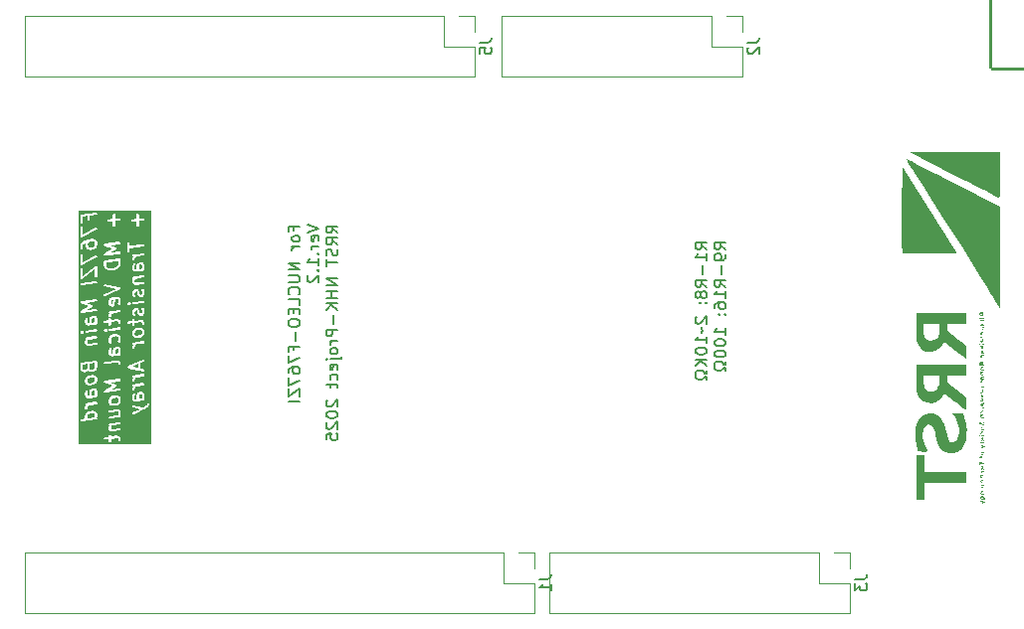
<source format=gbo>
G04 #@! TF.GenerationSoftware,KiCad,Pcbnew,8.0.3*
G04 #@! TF.CreationDate,2025-02-18T22:17:21+09:00*
G04 #@! TF.ProjectId,F767ZI_MB_V1.2,46373637-5a49-45f4-9d42-5f56312e322e,rev?*
G04 #@! TF.SameCoordinates,Original*
G04 #@! TF.FileFunction,Legend,Bot*
G04 #@! TF.FilePolarity,Positive*
%FSLAX46Y46*%
G04 Gerber Fmt 4.6, Leading zero omitted, Abs format (unit mm)*
G04 Created by KiCad (PCBNEW 8.0.3) date 2025-02-18 22:17:21*
%MOMM*%
%LPD*%
G01*
G04 APERTURE LIST*
G04 Aperture macros list*
%AMRoundRect*
0 Rectangle with rounded corners*
0 $1 Rounding radius*
0 $2 $3 $4 $5 $6 $7 $8 $9 X,Y pos of 4 corners*
0 Add a 4 corners polygon primitive as box body*
4,1,4,$2,$3,$4,$5,$6,$7,$8,$9,$2,$3,0*
0 Add four circle primitives for the rounded corners*
1,1,$1+$1,$2,$3*
1,1,$1+$1,$4,$5*
1,1,$1+$1,$6,$7*
1,1,$1+$1,$8,$9*
0 Add four rect primitives between the rounded corners*
20,1,$1+$1,$2,$3,$4,$5,0*
20,1,$1+$1,$4,$5,$6,$7,0*
20,1,$1+$1,$6,$7,$8,$9,0*
20,1,$1+$1,$8,$9,$2,$3,0*%
G04 Aperture macros list end*
%ADD10C,0.150000*%
%ADD11C,0.200000*%
%ADD12C,0.000000*%
%ADD13C,0.120000*%
%ADD14R,1.700000X1.700000*%
%ADD15O,1.700000X1.700000*%
%ADD16C,1.600000*%
%ADD17O,1.600000X1.600000*%
%ADD18R,1.000000X1.500000*%
%ADD19O,1.000000X1.500000*%
%ADD20C,6.204000*%
%ADD21RoundRect,0.102000X-3.000000X-3.000000X3.000000X-3.000000X3.000000X3.000000X-3.000000X3.000000X0*%
%ADD22RoundRect,0.102000X3.000000X-3.000000X3.000000X3.000000X-3.000000X3.000000X-3.000000X-3.000000X0*%
G04 APERTURE END LIST*
D10*
X135419875Y-94771207D02*
X134943684Y-94437874D01*
X135419875Y-94199779D02*
X134419875Y-94199779D01*
X134419875Y-94199779D02*
X134419875Y-94580731D01*
X134419875Y-94580731D02*
X134467494Y-94675969D01*
X134467494Y-94675969D02*
X134515113Y-94723588D01*
X134515113Y-94723588D02*
X134610351Y-94771207D01*
X134610351Y-94771207D02*
X134753208Y-94771207D01*
X134753208Y-94771207D02*
X134848446Y-94723588D01*
X134848446Y-94723588D02*
X134896065Y-94675969D01*
X134896065Y-94675969D02*
X134943684Y-94580731D01*
X134943684Y-94580731D02*
X134943684Y-94199779D01*
X135419875Y-95723588D02*
X135419875Y-95152160D01*
X135419875Y-95437874D02*
X134419875Y-95437874D01*
X134419875Y-95437874D02*
X134562732Y-95342636D01*
X134562732Y-95342636D02*
X134657970Y-95247398D01*
X134657970Y-95247398D02*
X134705589Y-95152160D01*
X135038922Y-96152160D02*
X135038922Y-96914065D01*
X135419875Y-97961683D02*
X134943684Y-97628350D01*
X135419875Y-97390255D02*
X134419875Y-97390255D01*
X134419875Y-97390255D02*
X134419875Y-97771207D01*
X134419875Y-97771207D02*
X134467494Y-97866445D01*
X134467494Y-97866445D02*
X134515113Y-97914064D01*
X134515113Y-97914064D02*
X134610351Y-97961683D01*
X134610351Y-97961683D02*
X134753208Y-97961683D01*
X134753208Y-97961683D02*
X134848446Y-97914064D01*
X134848446Y-97914064D02*
X134896065Y-97866445D01*
X134896065Y-97866445D02*
X134943684Y-97771207D01*
X134943684Y-97771207D02*
X134943684Y-97390255D01*
X134848446Y-98533112D02*
X134800827Y-98437874D01*
X134800827Y-98437874D02*
X134753208Y-98390255D01*
X134753208Y-98390255D02*
X134657970Y-98342636D01*
X134657970Y-98342636D02*
X134610351Y-98342636D01*
X134610351Y-98342636D02*
X134515113Y-98390255D01*
X134515113Y-98390255D02*
X134467494Y-98437874D01*
X134467494Y-98437874D02*
X134419875Y-98533112D01*
X134419875Y-98533112D02*
X134419875Y-98723588D01*
X134419875Y-98723588D02*
X134467494Y-98818826D01*
X134467494Y-98818826D02*
X134515113Y-98866445D01*
X134515113Y-98866445D02*
X134610351Y-98914064D01*
X134610351Y-98914064D02*
X134657970Y-98914064D01*
X134657970Y-98914064D02*
X134753208Y-98866445D01*
X134753208Y-98866445D02*
X134800827Y-98818826D01*
X134800827Y-98818826D02*
X134848446Y-98723588D01*
X134848446Y-98723588D02*
X134848446Y-98533112D01*
X134848446Y-98533112D02*
X134896065Y-98437874D01*
X134896065Y-98437874D02*
X134943684Y-98390255D01*
X134943684Y-98390255D02*
X135038922Y-98342636D01*
X135038922Y-98342636D02*
X135229398Y-98342636D01*
X135229398Y-98342636D02*
X135324636Y-98390255D01*
X135324636Y-98390255D02*
X135372256Y-98437874D01*
X135372256Y-98437874D02*
X135419875Y-98533112D01*
X135419875Y-98533112D02*
X135419875Y-98723588D01*
X135419875Y-98723588D02*
X135372256Y-98818826D01*
X135372256Y-98818826D02*
X135324636Y-98866445D01*
X135324636Y-98866445D02*
X135229398Y-98914064D01*
X135229398Y-98914064D02*
X135038922Y-98914064D01*
X135038922Y-98914064D02*
X134943684Y-98866445D01*
X134943684Y-98866445D02*
X134896065Y-98818826D01*
X134896065Y-98818826D02*
X134848446Y-98723588D01*
X135324636Y-99342636D02*
X135372256Y-99390255D01*
X135372256Y-99390255D02*
X135419875Y-99342636D01*
X135419875Y-99342636D02*
X135372256Y-99295017D01*
X135372256Y-99295017D02*
X135324636Y-99342636D01*
X135324636Y-99342636D02*
X135419875Y-99342636D01*
X134800827Y-99342636D02*
X134848446Y-99390255D01*
X134848446Y-99390255D02*
X134896065Y-99342636D01*
X134896065Y-99342636D02*
X134848446Y-99295017D01*
X134848446Y-99295017D02*
X134800827Y-99342636D01*
X134800827Y-99342636D02*
X134896065Y-99342636D01*
X134515113Y-100533112D02*
X134467494Y-100580731D01*
X134467494Y-100580731D02*
X134419875Y-100675969D01*
X134419875Y-100675969D02*
X134419875Y-100914064D01*
X134419875Y-100914064D02*
X134467494Y-101009302D01*
X134467494Y-101009302D02*
X134515113Y-101056921D01*
X134515113Y-101056921D02*
X134610351Y-101104540D01*
X134610351Y-101104540D02*
X134705589Y-101104540D01*
X134705589Y-101104540D02*
X134848446Y-101056921D01*
X134848446Y-101056921D02*
X135419875Y-100485493D01*
X135419875Y-100485493D02*
X135419875Y-101104540D01*
X135038922Y-101390255D02*
X134991303Y-101437874D01*
X134991303Y-101437874D02*
X134943684Y-101533112D01*
X134943684Y-101533112D02*
X135038922Y-101723588D01*
X135038922Y-101723588D02*
X134991303Y-101818826D01*
X134991303Y-101818826D02*
X134943684Y-101866445D01*
X135419875Y-102771207D02*
X135419875Y-102199779D01*
X135419875Y-102485493D02*
X134419875Y-102485493D01*
X134419875Y-102485493D02*
X134562732Y-102390255D01*
X134562732Y-102390255D02*
X134657970Y-102295017D01*
X134657970Y-102295017D02*
X134705589Y-102199779D01*
X134419875Y-103390255D02*
X134419875Y-103485493D01*
X134419875Y-103485493D02*
X134467494Y-103580731D01*
X134467494Y-103580731D02*
X134515113Y-103628350D01*
X134515113Y-103628350D02*
X134610351Y-103675969D01*
X134610351Y-103675969D02*
X134800827Y-103723588D01*
X134800827Y-103723588D02*
X135038922Y-103723588D01*
X135038922Y-103723588D02*
X135229398Y-103675969D01*
X135229398Y-103675969D02*
X135324636Y-103628350D01*
X135324636Y-103628350D02*
X135372256Y-103580731D01*
X135372256Y-103580731D02*
X135419875Y-103485493D01*
X135419875Y-103485493D02*
X135419875Y-103390255D01*
X135419875Y-103390255D02*
X135372256Y-103295017D01*
X135372256Y-103295017D02*
X135324636Y-103247398D01*
X135324636Y-103247398D02*
X135229398Y-103199779D01*
X135229398Y-103199779D02*
X135038922Y-103152160D01*
X135038922Y-103152160D02*
X134800827Y-103152160D01*
X134800827Y-103152160D02*
X134610351Y-103199779D01*
X134610351Y-103199779D02*
X134515113Y-103247398D01*
X134515113Y-103247398D02*
X134467494Y-103295017D01*
X134467494Y-103295017D02*
X134419875Y-103390255D01*
X135419875Y-104152160D02*
X134419875Y-104152160D01*
X135419875Y-104723588D02*
X134848446Y-104295017D01*
X134419875Y-104723588D02*
X134991303Y-104152160D01*
X135419875Y-105104541D02*
X135419875Y-105342636D01*
X135419875Y-105342636D02*
X135229398Y-105342636D01*
X135229398Y-105342636D02*
X135181779Y-105247398D01*
X135181779Y-105247398D02*
X135086541Y-105152160D01*
X135086541Y-105152160D02*
X134943684Y-105104541D01*
X134943684Y-105104541D02*
X134705589Y-105104541D01*
X134705589Y-105104541D02*
X134562732Y-105152160D01*
X134562732Y-105152160D02*
X134467494Y-105247398D01*
X134467494Y-105247398D02*
X134419875Y-105390255D01*
X134419875Y-105390255D02*
X134419875Y-105580731D01*
X134419875Y-105580731D02*
X134467494Y-105723588D01*
X134467494Y-105723588D02*
X134562732Y-105818826D01*
X134562732Y-105818826D02*
X134705589Y-105866445D01*
X134705589Y-105866445D02*
X134943684Y-105866445D01*
X134943684Y-105866445D02*
X135086541Y-105818826D01*
X135086541Y-105818826D02*
X135181779Y-105723588D01*
X135181779Y-105723588D02*
X135229398Y-105628350D01*
X135229398Y-105628350D02*
X135419875Y-105628350D01*
X135419875Y-105628350D02*
X135419875Y-105866445D01*
X137029819Y-94771207D02*
X136553628Y-94437874D01*
X137029819Y-94199779D02*
X136029819Y-94199779D01*
X136029819Y-94199779D02*
X136029819Y-94580731D01*
X136029819Y-94580731D02*
X136077438Y-94675969D01*
X136077438Y-94675969D02*
X136125057Y-94723588D01*
X136125057Y-94723588D02*
X136220295Y-94771207D01*
X136220295Y-94771207D02*
X136363152Y-94771207D01*
X136363152Y-94771207D02*
X136458390Y-94723588D01*
X136458390Y-94723588D02*
X136506009Y-94675969D01*
X136506009Y-94675969D02*
X136553628Y-94580731D01*
X136553628Y-94580731D02*
X136553628Y-94199779D01*
X137029819Y-95247398D02*
X137029819Y-95437874D01*
X137029819Y-95437874D02*
X136982200Y-95533112D01*
X136982200Y-95533112D02*
X136934580Y-95580731D01*
X136934580Y-95580731D02*
X136791723Y-95675969D01*
X136791723Y-95675969D02*
X136601247Y-95723588D01*
X136601247Y-95723588D02*
X136220295Y-95723588D01*
X136220295Y-95723588D02*
X136125057Y-95675969D01*
X136125057Y-95675969D02*
X136077438Y-95628350D01*
X136077438Y-95628350D02*
X136029819Y-95533112D01*
X136029819Y-95533112D02*
X136029819Y-95342636D01*
X136029819Y-95342636D02*
X136077438Y-95247398D01*
X136077438Y-95247398D02*
X136125057Y-95199779D01*
X136125057Y-95199779D02*
X136220295Y-95152160D01*
X136220295Y-95152160D02*
X136458390Y-95152160D01*
X136458390Y-95152160D02*
X136553628Y-95199779D01*
X136553628Y-95199779D02*
X136601247Y-95247398D01*
X136601247Y-95247398D02*
X136648866Y-95342636D01*
X136648866Y-95342636D02*
X136648866Y-95533112D01*
X136648866Y-95533112D02*
X136601247Y-95628350D01*
X136601247Y-95628350D02*
X136553628Y-95675969D01*
X136553628Y-95675969D02*
X136458390Y-95723588D01*
X136648866Y-96152160D02*
X136648866Y-96914065D01*
X137029819Y-97961683D02*
X136553628Y-97628350D01*
X137029819Y-97390255D02*
X136029819Y-97390255D01*
X136029819Y-97390255D02*
X136029819Y-97771207D01*
X136029819Y-97771207D02*
X136077438Y-97866445D01*
X136077438Y-97866445D02*
X136125057Y-97914064D01*
X136125057Y-97914064D02*
X136220295Y-97961683D01*
X136220295Y-97961683D02*
X136363152Y-97961683D01*
X136363152Y-97961683D02*
X136458390Y-97914064D01*
X136458390Y-97914064D02*
X136506009Y-97866445D01*
X136506009Y-97866445D02*
X136553628Y-97771207D01*
X136553628Y-97771207D02*
X136553628Y-97390255D01*
X137029819Y-98914064D02*
X137029819Y-98342636D01*
X137029819Y-98628350D02*
X136029819Y-98628350D01*
X136029819Y-98628350D02*
X136172676Y-98533112D01*
X136172676Y-98533112D02*
X136267914Y-98437874D01*
X136267914Y-98437874D02*
X136315533Y-98342636D01*
X136029819Y-99771207D02*
X136029819Y-99580731D01*
X136029819Y-99580731D02*
X136077438Y-99485493D01*
X136077438Y-99485493D02*
X136125057Y-99437874D01*
X136125057Y-99437874D02*
X136267914Y-99342636D01*
X136267914Y-99342636D02*
X136458390Y-99295017D01*
X136458390Y-99295017D02*
X136839342Y-99295017D01*
X136839342Y-99295017D02*
X136934580Y-99342636D01*
X136934580Y-99342636D02*
X136982200Y-99390255D01*
X136982200Y-99390255D02*
X137029819Y-99485493D01*
X137029819Y-99485493D02*
X137029819Y-99675969D01*
X137029819Y-99675969D02*
X136982200Y-99771207D01*
X136982200Y-99771207D02*
X136934580Y-99818826D01*
X136934580Y-99818826D02*
X136839342Y-99866445D01*
X136839342Y-99866445D02*
X136601247Y-99866445D01*
X136601247Y-99866445D02*
X136506009Y-99818826D01*
X136506009Y-99818826D02*
X136458390Y-99771207D01*
X136458390Y-99771207D02*
X136410771Y-99675969D01*
X136410771Y-99675969D02*
X136410771Y-99485493D01*
X136410771Y-99485493D02*
X136458390Y-99390255D01*
X136458390Y-99390255D02*
X136506009Y-99342636D01*
X136506009Y-99342636D02*
X136601247Y-99295017D01*
X136934580Y-100295017D02*
X136982200Y-100342636D01*
X136982200Y-100342636D02*
X137029819Y-100295017D01*
X137029819Y-100295017D02*
X136982200Y-100247398D01*
X136982200Y-100247398D02*
X136934580Y-100295017D01*
X136934580Y-100295017D02*
X137029819Y-100295017D01*
X136410771Y-100295017D02*
X136458390Y-100342636D01*
X136458390Y-100342636D02*
X136506009Y-100295017D01*
X136506009Y-100295017D02*
X136458390Y-100247398D01*
X136458390Y-100247398D02*
X136410771Y-100295017D01*
X136410771Y-100295017D02*
X136506009Y-100295017D01*
X137029819Y-102056921D02*
X137029819Y-101485493D01*
X137029819Y-101771207D02*
X136029819Y-101771207D01*
X136029819Y-101771207D02*
X136172676Y-101675969D01*
X136172676Y-101675969D02*
X136267914Y-101580731D01*
X136267914Y-101580731D02*
X136315533Y-101485493D01*
X136029819Y-102675969D02*
X136029819Y-102771207D01*
X136029819Y-102771207D02*
X136077438Y-102866445D01*
X136077438Y-102866445D02*
X136125057Y-102914064D01*
X136125057Y-102914064D02*
X136220295Y-102961683D01*
X136220295Y-102961683D02*
X136410771Y-103009302D01*
X136410771Y-103009302D02*
X136648866Y-103009302D01*
X136648866Y-103009302D02*
X136839342Y-102961683D01*
X136839342Y-102961683D02*
X136934580Y-102914064D01*
X136934580Y-102914064D02*
X136982200Y-102866445D01*
X136982200Y-102866445D02*
X137029819Y-102771207D01*
X137029819Y-102771207D02*
X137029819Y-102675969D01*
X137029819Y-102675969D02*
X136982200Y-102580731D01*
X136982200Y-102580731D02*
X136934580Y-102533112D01*
X136934580Y-102533112D02*
X136839342Y-102485493D01*
X136839342Y-102485493D02*
X136648866Y-102437874D01*
X136648866Y-102437874D02*
X136410771Y-102437874D01*
X136410771Y-102437874D02*
X136220295Y-102485493D01*
X136220295Y-102485493D02*
X136125057Y-102533112D01*
X136125057Y-102533112D02*
X136077438Y-102580731D01*
X136077438Y-102580731D02*
X136029819Y-102675969D01*
X136029819Y-103628350D02*
X136029819Y-103723588D01*
X136029819Y-103723588D02*
X136077438Y-103818826D01*
X136077438Y-103818826D02*
X136125057Y-103866445D01*
X136125057Y-103866445D02*
X136220295Y-103914064D01*
X136220295Y-103914064D02*
X136410771Y-103961683D01*
X136410771Y-103961683D02*
X136648866Y-103961683D01*
X136648866Y-103961683D02*
X136839342Y-103914064D01*
X136839342Y-103914064D02*
X136934580Y-103866445D01*
X136934580Y-103866445D02*
X136982200Y-103818826D01*
X136982200Y-103818826D02*
X137029819Y-103723588D01*
X137029819Y-103723588D02*
X137029819Y-103628350D01*
X137029819Y-103628350D02*
X136982200Y-103533112D01*
X136982200Y-103533112D02*
X136934580Y-103485493D01*
X136934580Y-103485493D02*
X136839342Y-103437874D01*
X136839342Y-103437874D02*
X136648866Y-103390255D01*
X136648866Y-103390255D02*
X136410771Y-103390255D01*
X136410771Y-103390255D02*
X136220295Y-103437874D01*
X136220295Y-103437874D02*
X136125057Y-103485493D01*
X136125057Y-103485493D02*
X136077438Y-103533112D01*
X136077438Y-103533112D02*
X136029819Y-103628350D01*
X137029819Y-104342636D02*
X137029819Y-104580731D01*
X137029819Y-104580731D02*
X136839342Y-104580731D01*
X136839342Y-104580731D02*
X136791723Y-104485493D01*
X136791723Y-104485493D02*
X136696485Y-104390255D01*
X136696485Y-104390255D02*
X136553628Y-104342636D01*
X136553628Y-104342636D02*
X136315533Y-104342636D01*
X136315533Y-104342636D02*
X136172676Y-104390255D01*
X136172676Y-104390255D02*
X136077438Y-104485493D01*
X136077438Y-104485493D02*
X136029819Y-104628350D01*
X136029819Y-104628350D02*
X136029819Y-104818826D01*
X136029819Y-104818826D02*
X136077438Y-104961683D01*
X136077438Y-104961683D02*
X136172676Y-105056921D01*
X136172676Y-105056921D02*
X136315533Y-105104540D01*
X136315533Y-105104540D02*
X136553628Y-105104540D01*
X136553628Y-105104540D02*
X136696485Y-105056921D01*
X136696485Y-105056921D02*
X136791723Y-104961683D01*
X136791723Y-104961683D02*
X136839342Y-104866445D01*
X136839342Y-104866445D02*
X137029819Y-104866445D01*
X137029819Y-104866445D02*
X137029819Y-105104540D01*
X100266121Y-93136112D02*
X100266121Y-92802779D01*
X100789931Y-92802779D02*
X99789931Y-92802779D01*
X99789931Y-92802779D02*
X99789931Y-93278969D01*
X100789931Y-93802779D02*
X100742312Y-93707541D01*
X100742312Y-93707541D02*
X100694692Y-93659922D01*
X100694692Y-93659922D02*
X100599454Y-93612303D01*
X100599454Y-93612303D02*
X100313740Y-93612303D01*
X100313740Y-93612303D02*
X100218502Y-93659922D01*
X100218502Y-93659922D02*
X100170883Y-93707541D01*
X100170883Y-93707541D02*
X100123264Y-93802779D01*
X100123264Y-93802779D02*
X100123264Y-93945636D01*
X100123264Y-93945636D02*
X100170883Y-94040874D01*
X100170883Y-94040874D02*
X100218502Y-94088493D01*
X100218502Y-94088493D02*
X100313740Y-94136112D01*
X100313740Y-94136112D02*
X100599454Y-94136112D01*
X100599454Y-94136112D02*
X100694692Y-94088493D01*
X100694692Y-94088493D02*
X100742312Y-94040874D01*
X100742312Y-94040874D02*
X100789931Y-93945636D01*
X100789931Y-93945636D02*
X100789931Y-93802779D01*
X100789931Y-94564684D02*
X100123264Y-94564684D01*
X100313740Y-94564684D02*
X100218502Y-94612303D01*
X100218502Y-94612303D02*
X100170883Y-94659922D01*
X100170883Y-94659922D02*
X100123264Y-94755160D01*
X100123264Y-94755160D02*
X100123264Y-94850398D01*
X100789931Y-95945637D02*
X99789931Y-95945637D01*
X99789931Y-95945637D02*
X100789931Y-96517065D01*
X100789931Y-96517065D02*
X99789931Y-96517065D01*
X99789931Y-96993256D02*
X100599454Y-96993256D01*
X100599454Y-96993256D02*
X100694692Y-97040875D01*
X100694692Y-97040875D02*
X100742312Y-97088494D01*
X100742312Y-97088494D02*
X100789931Y-97183732D01*
X100789931Y-97183732D02*
X100789931Y-97374208D01*
X100789931Y-97374208D02*
X100742312Y-97469446D01*
X100742312Y-97469446D02*
X100694692Y-97517065D01*
X100694692Y-97517065D02*
X100599454Y-97564684D01*
X100599454Y-97564684D02*
X99789931Y-97564684D01*
X100694692Y-98612303D02*
X100742312Y-98564684D01*
X100742312Y-98564684D02*
X100789931Y-98421827D01*
X100789931Y-98421827D02*
X100789931Y-98326589D01*
X100789931Y-98326589D02*
X100742312Y-98183732D01*
X100742312Y-98183732D02*
X100647073Y-98088494D01*
X100647073Y-98088494D02*
X100551835Y-98040875D01*
X100551835Y-98040875D02*
X100361359Y-97993256D01*
X100361359Y-97993256D02*
X100218502Y-97993256D01*
X100218502Y-97993256D02*
X100028026Y-98040875D01*
X100028026Y-98040875D02*
X99932788Y-98088494D01*
X99932788Y-98088494D02*
X99837550Y-98183732D01*
X99837550Y-98183732D02*
X99789931Y-98326589D01*
X99789931Y-98326589D02*
X99789931Y-98421827D01*
X99789931Y-98421827D02*
X99837550Y-98564684D01*
X99837550Y-98564684D02*
X99885169Y-98612303D01*
X100789931Y-99517065D02*
X100789931Y-99040875D01*
X100789931Y-99040875D02*
X99789931Y-99040875D01*
X100266121Y-99850399D02*
X100266121Y-100183732D01*
X100789931Y-100326589D02*
X100789931Y-99850399D01*
X100789931Y-99850399D02*
X99789931Y-99850399D01*
X99789931Y-99850399D02*
X99789931Y-100326589D01*
X99789931Y-100945637D02*
X99789931Y-101136113D01*
X99789931Y-101136113D02*
X99837550Y-101231351D01*
X99837550Y-101231351D02*
X99932788Y-101326589D01*
X99932788Y-101326589D02*
X100123264Y-101374208D01*
X100123264Y-101374208D02*
X100456597Y-101374208D01*
X100456597Y-101374208D02*
X100647073Y-101326589D01*
X100647073Y-101326589D02*
X100742312Y-101231351D01*
X100742312Y-101231351D02*
X100789931Y-101136113D01*
X100789931Y-101136113D02*
X100789931Y-100945637D01*
X100789931Y-100945637D02*
X100742312Y-100850399D01*
X100742312Y-100850399D02*
X100647073Y-100755161D01*
X100647073Y-100755161D02*
X100456597Y-100707542D01*
X100456597Y-100707542D02*
X100123264Y-100707542D01*
X100123264Y-100707542D02*
X99932788Y-100755161D01*
X99932788Y-100755161D02*
X99837550Y-100850399D01*
X99837550Y-100850399D02*
X99789931Y-100945637D01*
X100408978Y-101802780D02*
X100408978Y-102564685D01*
X100266121Y-103374208D02*
X100266121Y-103040875D01*
X100789931Y-103040875D02*
X99789931Y-103040875D01*
X99789931Y-103040875D02*
X99789931Y-103517065D01*
X99789931Y-103802780D02*
X99789931Y-104469446D01*
X99789931Y-104469446D02*
X100789931Y-104040875D01*
X99789931Y-105278970D02*
X99789931Y-105088494D01*
X99789931Y-105088494D02*
X99837550Y-104993256D01*
X99837550Y-104993256D02*
X99885169Y-104945637D01*
X99885169Y-104945637D02*
X100028026Y-104850399D01*
X100028026Y-104850399D02*
X100218502Y-104802780D01*
X100218502Y-104802780D02*
X100599454Y-104802780D01*
X100599454Y-104802780D02*
X100694692Y-104850399D01*
X100694692Y-104850399D02*
X100742312Y-104898018D01*
X100742312Y-104898018D02*
X100789931Y-104993256D01*
X100789931Y-104993256D02*
X100789931Y-105183732D01*
X100789931Y-105183732D02*
X100742312Y-105278970D01*
X100742312Y-105278970D02*
X100694692Y-105326589D01*
X100694692Y-105326589D02*
X100599454Y-105374208D01*
X100599454Y-105374208D02*
X100361359Y-105374208D01*
X100361359Y-105374208D02*
X100266121Y-105326589D01*
X100266121Y-105326589D02*
X100218502Y-105278970D01*
X100218502Y-105278970D02*
X100170883Y-105183732D01*
X100170883Y-105183732D02*
X100170883Y-104993256D01*
X100170883Y-104993256D02*
X100218502Y-104898018D01*
X100218502Y-104898018D02*
X100266121Y-104850399D01*
X100266121Y-104850399D02*
X100361359Y-104802780D01*
X99789931Y-105707542D02*
X99789931Y-106374208D01*
X99789931Y-106374208D02*
X100789931Y-105945637D01*
X99789931Y-106659923D02*
X99789931Y-107326589D01*
X99789931Y-107326589D02*
X100789931Y-106659923D01*
X100789931Y-106659923D02*
X100789931Y-107326589D01*
X100789931Y-107707542D02*
X99789931Y-107707542D01*
X101399875Y-92659922D02*
X102399875Y-92993255D01*
X102399875Y-92993255D02*
X101399875Y-93326588D01*
X102352256Y-94040874D02*
X102399875Y-93945636D01*
X102399875Y-93945636D02*
X102399875Y-93755160D01*
X102399875Y-93755160D02*
X102352256Y-93659922D01*
X102352256Y-93659922D02*
X102257017Y-93612303D01*
X102257017Y-93612303D02*
X101876065Y-93612303D01*
X101876065Y-93612303D02*
X101780827Y-93659922D01*
X101780827Y-93659922D02*
X101733208Y-93755160D01*
X101733208Y-93755160D02*
X101733208Y-93945636D01*
X101733208Y-93945636D02*
X101780827Y-94040874D01*
X101780827Y-94040874D02*
X101876065Y-94088493D01*
X101876065Y-94088493D02*
X101971303Y-94088493D01*
X101971303Y-94088493D02*
X102066541Y-93612303D01*
X102399875Y-94517065D02*
X101733208Y-94517065D01*
X101923684Y-94517065D02*
X101828446Y-94564684D01*
X101828446Y-94564684D02*
X101780827Y-94612303D01*
X101780827Y-94612303D02*
X101733208Y-94707541D01*
X101733208Y-94707541D02*
X101733208Y-94802779D01*
X102304636Y-95136113D02*
X102352256Y-95183732D01*
X102352256Y-95183732D02*
X102399875Y-95136113D01*
X102399875Y-95136113D02*
X102352256Y-95088494D01*
X102352256Y-95088494D02*
X102304636Y-95136113D01*
X102304636Y-95136113D02*
X102399875Y-95136113D01*
X102399875Y-96136112D02*
X102399875Y-95564684D01*
X102399875Y-95850398D02*
X101399875Y-95850398D01*
X101399875Y-95850398D02*
X101542732Y-95755160D01*
X101542732Y-95755160D02*
X101637970Y-95659922D01*
X101637970Y-95659922D02*
X101685589Y-95564684D01*
X102304636Y-96564684D02*
X102352256Y-96612303D01*
X102352256Y-96612303D02*
X102399875Y-96564684D01*
X102399875Y-96564684D02*
X102352256Y-96517065D01*
X102352256Y-96517065D02*
X102304636Y-96564684D01*
X102304636Y-96564684D02*
X102399875Y-96564684D01*
X101495113Y-96993255D02*
X101447494Y-97040874D01*
X101447494Y-97040874D02*
X101399875Y-97136112D01*
X101399875Y-97136112D02*
X101399875Y-97374207D01*
X101399875Y-97374207D02*
X101447494Y-97469445D01*
X101447494Y-97469445D02*
X101495113Y-97517064D01*
X101495113Y-97517064D02*
X101590351Y-97564683D01*
X101590351Y-97564683D02*
X101685589Y-97564683D01*
X101685589Y-97564683D02*
X101828446Y-97517064D01*
X101828446Y-97517064D02*
X102399875Y-96945636D01*
X102399875Y-96945636D02*
X102399875Y-97564683D01*
X104009819Y-93374207D02*
X103533628Y-93040874D01*
X104009819Y-92802779D02*
X103009819Y-92802779D01*
X103009819Y-92802779D02*
X103009819Y-93183731D01*
X103009819Y-93183731D02*
X103057438Y-93278969D01*
X103057438Y-93278969D02*
X103105057Y-93326588D01*
X103105057Y-93326588D02*
X103200295Y-93374207D01*
X103200295Y-93374207D02*
X103343152Y-93374207D01*
X103343152Y-93374207D02*
X103438390Y-93326588D01*
X103438390Y-93326588D02*
X103486009Y-93278969D01*
X103486009Y-93278969D02*
X103533628Y-93183731D01*
X103533628Y-93183731D02*
X103533628Y-92802779D01*
X104009819Y-94374207D02*
X103533628Y-94040874D01*
X104009819Y-93802779D02*
X103009819Y-93802779D01*
X103009819Y-93802779D02*
X103009819Y-94183731D01*
X103009819Y-94183731D02*
X103057438Y-94278969D01*
X103057438Y-94278969D02*
X103105057Y-94326588D01*
X103105057Y-94326588D02*
X103200295Y-94374207D01*
X103200295Y-94374207D02*
X103343152Y-94374207D01*
X103343152Y-94374207D02*
X103438390Y-94326588D01*
X103438390Y-94326588D02*
X103486009Y-94278969D01*
X103486009Y-94278969D02*
X103533628Y-94183731D01*
X103533628Y-94183731D02*
X103533628Y-93802779D01*
X103962200Y-94755160D02*
X104009819Y-94898017D01*
X104009819Y-94898017D02*
X104009819Y-95136112D01*
X104009819Y-95136112D02*
X103962200Y-95231350D01*
X103962200Y-95231350D02*
X103914580Y-95278969D01*
X103914580Y-95278969D02*
X103819342Y-95326588D01*
X103819342Y-95326588D02*
X103724104Y-95326588D01*
X103724104Y-95326588D02*
X103628866Y-95278969D01*
X103628866Y-95278969D02*
X103581247Y-95231350D01*
X103581247Y-95231350D02*
X103533628Y-95136112D01*
X103533628Y-95136112D02*
X103486009Y-94945636D01*
X103486009Y-94945636D02*
X103438390Y-94850398D01*
X103438390Y-94850398D02*
X103390771Y-94802779D01*
X103390771Y-94802779D02*
X103295533Y-94755160D01*
X103295533Y-94755160D02*
X103200295Y-94755160D01*
X103200295Y-94755160D02*
X103105057Y-94802779D01*
X103105057Y-94802779D02*
X103057438Y-94850398D01*
X103057438Y-94850398D02*
X103009819Y-94945636D01*
X103009819Y-94945636D02*
X103009819Y-95183731D01*
X103009819Y-95183731D02*
X103057438Y-95326588D01*
X103009819Y-95612303D02*
X103009819Y-96183731D01*
X104009819Y-95898017D02*
X103009819Y-95898017D01*
X104009819Y-97278970D02*
X103009819Y-97278970D01*
X103009819Y-97278970D02*
X104009819Y-97850398D01*
X104009819Y-97850398D02*
X103009819Y-97850398D01*
X104009819Y-98326589D02*
X103009819Y-98326589D01*
X103486009Y-98326589D02*
X103486009Y-98898017D01*
X104009819Y-98898017D02*
X103009819Y-98898017D01*
X104009819Y-99374208D02*
X103009819Y-99374208D01*
X104009819Y-99945636D02*
X103438390Y-99517065D01*
X103009819Y-99945636D02*
X103581247Y-99374208D01*
X103628866Y-100374208D02*
X103628866Y-101136113D01*
X104009819Y-101612303D02*
X103009819Y-101612303D01*
X103009819Y-101612303D02*
X103009819Y-101993255D01*
X103009819Y-101993255D02*
X103057438Y-102088493D01*
X103057438Y-102088493D02*
X103105057Y-102136112D01*
X103105057Y-102136112D02*
X103200295Y-102183731D01*
X103200295Y-102183731D02*
X103343152Y-102183731D01*
X103343152Y-102183731D02*
X103438390Y-102136112D01*
X103438390Y-102136112D02*
X103486009Y-102088493D01*
X103486009Y-102088493D02*
X103533628Y-101993255D01*
X103533628Y-101993255D02*
X103533628Y-101612303D01*
X104009819Y-102612303D02*
X103343152Y-102612303D01*
X103533628Y-102612303D02*
X103438390Y-102659922D01*
X103438390Y-102659922D02*
X103390771Y-102707541D01*
X103390771Y-102707541D02*
X103343152Y-102802779D01*
X103343152Y-102802779D02*
X103343152Y-102898017D01*
X104009819Y-103374208D02*
X103962200Y-103278970D01*
X103962200Y-103278970D02*
X103914580Y-103231351D01*
X103914580Y-103231351D02*
X103819342Y-103183732D01*
X103819342Y-103183732D02*
X103533628Y-103183732D01*
X103533628Y-103183732D02*
X103438390Y-103231351D01*
X103438390Y-103231351D02*
X103390771Y-103278970D01*
X103390771Y-103278970D02*
X103343152Y-103374208D01*
X103343152Y-103374208D02*
X103343152Y-103517065D01*
X103343152Y-103517065D02*
X103390771Y-103612303D01*
X103390771Y-103612303D02*
X103438390Y-103659922D01*
X103438390Y-103659922D02*
X103533628Y-103707541D01*
X103533628Y-103707541D02*
X103819342Y-103707541D01*
X103819342Y-103707541D02*
X103914580Y-103659922D01*
X103914580Y-103659922D02*
X103962200Y-103612303D01*
X103962200Y-103612303D02*
X104009819Y-103517065D01*
X104009819Y-103517065D02*
X104009819Y-103374208D01*
X103343152Y-104136113D02*
X104200295Y-104136113D01*
X104200295Y-104136113D02*
X104295533Y-104088494D01*
X104295533Y-104088494D02*
X104343152Y-103993256D01*
X104343152Y-103993256D02*
X104343152Y-103945637D01*
X103009819Y-104136113D02*
X103057438Y-104088494D01*
X103057438Y-104088494D02*
X103105057Y-104136113D01*
X103105057Y-104136113D02*
X103057438Y-104183732D01*
X103057438Y-104183732D02*
X103009819Y-104136113D01*
X103009819Y-104136113D02*
X103105057Y-104136113D01*
X103962200Y-104993255D02*
X104009819Y-104898017D01*
X104009819Y-104898017D02*
X104009819Y-104707541D01*
X104009819Y-104707541D02*
X103962200Y-104612303D01*
X103962200Y-104612303D02*
X103866961Y-104564684D01*
X103866961Y-104564684D02*
X103486009Y-104564684D01*
X103486009Y-104564684D02*
X103390771Y-104612303D01*
X103390771Y-104612303D02*
X103343152Y-104707541D01*
X103343152Y-104707541D02*
X103343152Y-104898017D01*
X103343152Y-104898017D02*
X103390771Y-104993255D01*
X103390771Y-104993255D02*
X103486009Y-105040874D01*
X103486009Y-105040874D02*
X103581247Y-105040874D01*
X103581247Y-105040874D02*
X103676485Y-104564684D01*
X103962200Y-105898017D02*
X104009819Y-105802779D01*
X104009819Y-105802779D02*
X104009819Y-105612303D01*
X104009819Y-105612303D02*
X103962200Y-105517065D01*
X103962200Y-105517065D02*
X103914580Y-105469446D01*
X103914580Y-105469446D02*
X103819342Y-105421827D01*
X103819342Y-105421827D02*
X103533628Y-105421827D01*
X103533628Y-105421827D02*
X103438390Y-105469446D01*
X103438390Y-105469446D02*
X103390771Y-105517065D01*
X103390771Y-105517065D02*
X103343152Y-105612303D01*
X103343152Y-105612303D02*
X103343152Y-105802779D01*
X103343152Y-105802779D02*
X103390771Y-105898017D01*
X103343152Y-106183732D02*
X103343152Y-106564684D01*
X103009819Y-106326589D02*
X103866961Y-106326589D01*
X103866961Y-106326589D02*
X103962200Y-106374208D01*
X103962200Y-106374208D02*
X104009819Y-106469446D01*
X104009819Y-106469446D02*
X104009819Y-106564684D01*
X103105057Y-107612304D02*
X103057438Y-107659923D01*
X103057438Y-107659923D02*
X103009819Y-107755161D01*
X103009819Y-107755161D02*
X103009819Y-107993256D01*
X103009819Y-107993256D02*
X103057438Y-108088494D01*
X103057438Y-108088494D02*
X103105057Y-108136113D01*
X103105057Y-108136113D02*
X103200295Y-108183732D01*
X103200295Y-108183732D02*
X103295533Y-108183732D01*
X103295533Y-108183732D02*
X103438390Y-108136113D01*
X103438390Y-108136113D02*
X104009819Y-107564685D01*
X104009819Y-107564685D02*
X104009819Y-108183732D01*
X103009819Y-108802780D02*
X103009819Y-108898018D01*
X103009819Y-108898018D02*
X103057438Y-108993256D01*
X103057438Y-108993256D02*
X103105057Y-109040875D01*
X103105057Y-109040875D02*
X103200295Y-109088494D01*
X103200295Y-109088494D02*
X103390771Y-109136113D01*
X103390771Y-109136113D02*
X103628866Y-109136113D01*
X103628866Y-109136113D02*
X103819342Y-109088494D01*
X103819342Y-109088494D02*
X103914580Y-109040875D01*
X103914580Y-109040875D02*
X103962200Y-108993256D01*
X103962200Y-108993256D02*
X104009819Y-108898018D01*
X104009819Y-108898018D02*
X104009819Y-108802780D01*
X104009819Y-108802780D02*
X103962200Y-108707542D01*
X103962200Y-108707542D02*
X103914580Y-108659923D01*
X103914580Y-108659923D02*
X103819342Y-108612304D01*
X103819342Y-108612304D02*
X103628866Y-108564685D01*
X103628866Y-108564685D02*
X103390771Y-108564685D01*
X103390771Y-108564685D02*
X103200295Y-108612304D01*
X103200295Y-108612304D02*
X103105057Y-108659923D01*
X103105057Y-108659923D02*
X103057438Y-108707542D01*
X103057438Y-108707542D02*
X103009819Y-108802780D01*
X103105057Y-109517066D02*
X103057438Y-109564685D01*
X103057438Y-109564685D02*
X103009819Y-109659923D01*
X103009819Y-109659923D02*
X103009819Y-109898018D01*
X103009819Y-109898018D02*
X103057438Y-109993256D01*
X103057438Y-109993256D02*
X103105057Y-110040875D01*
X103105057Y-110040875D02*
X103200295Y-110088494D01*
X103200295Y-110088494D02*
X103295533Y-110088494D01*
X103295533Y-110088494D02*
X103438390Y-110040875D01*
X103438390Y-110040875D02*
X104009819Y-109469447D01*
X104009819Y-109469447D02*
X104009819Y-110088494D01*
X103009819Y-110993256D02*
X103009819Y-110517066D01*
X103009819Y-110517066D02*
X103486009Y-110469447D01*
X103486009Y-110469447D02*
X103438390Y-110517066D01*
X103438390Y-110517066D02*
X103390771Y-110612304D01*
X103390771Y-110612304D02*
X103390771Y-110850399D01*
X103390771Y-110850399D02*
X103438390Y-110945637D01*
X103438390Y-110945637D02*
X103486009Y-110993256D01*
X103486009Y-110993256D02*
X103581247Y-111040875D01*
X103581247Y-111040875D02*
X103819342Y-111040875D01*
X103819342Y-111040875D02*
X103914580Y-110993256D01*
X103914580Y-110993256D02*
X103962200Y-110945637D01*
X103962200Y-110945637D02*
X104009819Y-110850399D01*
X104009819Y-110850399D02*
X104009819Y-110612304D01*
X104009819Y-110612304D02*
X103962200Y-110517066D01*
X103962200Y-110517066D02*
X103914580Y-110469447D01*
D11*
G36*
X83268372Y-108749333D02*
G01*
X83301542Y-108777235D01*
X83341931Y-108850623D01*
X83343350Y-109040997D01*
X83316309Y-109100305D01*
X82723402Y-109175323D01*
X82708261Y-109147812D01*
X82706842Y-108957440D01*
X82749122Y-108864710D01*
X82789177Y-108818018D01*
X82877736Y-108761177D01*
X83188832Y-108720689D01*
X83268372Y-108749333D01*
G37*
G36*
X85280802Y-107439812D02*
G01*
X85313972Y-107467714D01*
X85354412Y-107541195D01*
X85355682Y-107672167D01*
X85313502Y-107764680D01*
X85273446Y-107811373D01*
X85184886Y-107868214D01*
X84873789Y-107908702D01*
X84794251Y-107880058D01*
X84761080Y-107852155D01*
X84720640Y-107778676D01*
X84719370Y-107647704D01*
X84761552Y-107555189D01*
X84801607Y-107508497D01*
X84890166Y-107451656D01*
X85201262Y-107411168D01*
X85280802Y-107439812D01*
G37*
G36*
X87336485Y-107128895D02*
G01*
X87366759Y-107183903D01*
X87368272Y-107433722D01*
X87341095Y-107493328D01*
X87089753Y-107525468D01*
X87090433Y-107518568D01*
X87088783Y-107246271D01*
X87126112Y-107164397D01*
X87200547Y-107116623D01*
X87274040Y-107106406D01*
X87336485Y-107128895D01*
G37*
G36*
X83311625Y-106831272D02*
G01*
X83341899Y-106886280D01*
X83343412Y-107136099D01*
X83316235Y-107195705D01*
X83064893Y-107227845D01*
X83065573Y-107220945D01*
X83063923Y-106948648D01*
X83101252Y-106866774D01*
X83175687Y-106819000D01*
X83249180Y-106808783D01*
X83311625Y-106831272D01*
G37*
G36*
X83268372Y-105713619D02*
G01*
X83301542Y-105741521D01*
X83341982Y-105815002D01*
X83343252Y-105945974D01*
X83301072Y-106038487D01*
X83261016Y-106085180D01*
X83172456Y-106142021D01*
X82861359Y-106182509D01*
X82781821Y-106153865D01*
X82748650Y-106125962D01*
X82708210Y-106052483D01*
X82706940Y-105921511D01*
X82749122Y-105828996D01*
X82789177Y-105782304D01*
X82877736Y-105725463D01*
X83188832Y-105684975D01*
X83268372Y-105713619D01*
G37*
G36*
X82688723Y-104836831D02*
G01*
X82646310Y-104929856D01*
X82606254Y-104976549D01*
X82517362Y-105033603D01*
X82443870Y-105043820D01*
X82365154Y-105015472D01*
X82331983Y-104987569D01*
X82291664Y-104914309D01*
X82290316Y-104608379D01*
X82687496Y-104558126D01*
X82688723Y-104836831D01*
G37*
G36*
X83343509Y-104814459D02*
G01*
X83301072Y-104907535D01*
X83261016Y-104954228D01*
X83172284Y-105011180D01*
X83039497Y-105029078D01*
X82960392Y-105000591D01*
X82932587Y-104977201D01*
X82886946Y-104849925D01*
X82885550Y-104533067D01*
X83342195Y-104475290D01*
X83343509Y-104814459D01*
G37*
G36*
X87010959Y-104881748D02*
G01*
X86531949Y-104782695D01*
X87009962Y-104562809D01*
X87010959Y-104881748D01*
G37*
G36*
X85324055Y-103259847D02*
G01*
X85354329Y-103314855D01*
X85355842Y-103564674D01*
X85328665Y-103624280D01*
X85077323Y-103656420D01*
X85078003Y-103649520D01*
X85076353Y-103377223D01*
X85113682Y-103295349D01*
X85188117Y-103247575D01*
X85261610Y-103237358D01*
X85324055Y-103259847D01*
G37*
G36*
X87293232Y-101666002D02*
G01*
X87326402Y-101693904D01*
X87366842Y-101767385D01*
X87368112Y-101898357D01*
X87325932Y-101990870D01*
X87285876Y-102037563D01*
X87197316Y-102094404D01*
X86886219Y-102134892D01*
X86806681Y-102106248D01*
X86773510Y-102078345D01*
X86733070Y-102004866D01*
X86731800Y-101873894D01*
X86773982Y-101781379D01*
X86814037Y-101734687D01*
X86902596Y-101677846D01*
X87213692Y-101637358D01*
X87293232Y-101666002D01*
G37*
G36*
X83311625Y-100640797D02*
G01*
X83341899Y-100695805D01*
X83343412Y-100945624D01*
X83316235Y-101005230D01*
X83064893Y-101037370D01*
X83065573Y-101030470D01*
X83063923Y-100758173D01*
X83101252Y-100676299D01*
X83175687Y-100628525D01*
X83249180Y-100618308D01*
X83311625Y-100640797D01*
G37*
G36*
X84835724Y-99460367D02*
G01*
X84813442Y-99463465D01*
X84750997Y-99440976D01*
X84720691Y-99385911D01*
X84719272Y-99195537D01*
X84756540Y-99113800D01*
X84830597Y-99066268D01*
X84913447Y-99055588D01*
X84835724Y-99460367D01*
G37*
G36*
X87336485Y-96057465D02*
G01*
X87366759Y-96112473D01*
X87368272Y-96362292D01*
X87341095Y-96421898D01*
X87089753Y-96454038D01*
X87090433Y-96447138D01*
X87088783Y-96174841D01*
X87126112Y-96092967D01*
X87200547Y-96045193D01*
X87274040Y-96034976D01*
X87336485Y-96057465D01*
G37*
G36*
X85355871Y-95950394D02*
G01*
X85308255Y-96103913D01*
X85214823Y-96211092D01*
X85118976Y-96272610D01*
X84901271Y-96355996D01*
X84745988Y-96376928D01*
X84532234Y-96351815D01*
X84437454Y-96317681D01*
X84350058Y-96242862D01*
X84304117Y-96114749D01*
X84302925Y-95917882D01*
X85354868Y-95784784D01*
X85355871Y-95950394D01*
G37*
G36*
X83268372Y-94106478D02*
G01*
X83301542Y-94134380D01*
X83341931Y-94207768D01*
X83343350Y-94398142D01*
X83301072Y-94490870D01*
X83261016Y-94537563D01*
X83172420Y-94594427D01*
X82920793Y-94627418D01*
X82841344Y-94598807D01*
X82808174Y-94570904D01*
X82767785Y-94497518D01*
X82766366Y-94307145D01*
X82808647Y-94214413D01*
X82848702Y-94167720D01*
X82938575Y-94110037D01*
X83188715Y-94077792D01*
X83268372Y-94106478D01*
G37*
G36*
X88121068Y-111371605D02*
G01*
X81952874Y-111371605D01*
X81952874Y-110881908D01*
X84104452Y-110881908D01*
X84109291Y-110920624D01*
X84128579Y-110954542D01*
X84159378Y-110978497D01*
X84197000Y-110988842D01*
X84216596Y-110988329D01*
X84521988Y-110949612D01*
X84522781Y-111154146D01*
X84537713Y-111190194D01*
X84565303Y-111217784D01*
X84601351Y-111232716D01*
X84640369Y-111232716D01*
X84676417Y-111217784D01*
X84704007Y-111190194D01*
X84718939Y-111154146D01*
X84720860Y-111134637D01*
X84720045Y-110924504D01*
X85260466Y-110855992D01*
X85324055Y-110878892D01*
X85354509Y-110934227D01*
X85356114Y-111049979D01*
X85371046Y-111086027D01*
X85398636Y-111113617D01*
X85434684Y-111128549D01*
X85473702Y-111128549D01*
X85509750Y-111113617D01*
X85537340Y-111086027D01*
X85552272Y-111049979D01*
X85554193Y-111030470D01*
X85552724Y-110924528D01*
X85553702Y-110921316D01*
X85552510Y-110909098D01*
X85552272Y-110891914D01*
X85550391Y-110887373D01*
X85549914Y-110882482D01*
X85542428Y-110864365D01*
X85481057Y-110752850D01*
X85475884Y-110741469D01*
X85473639Y-110739372D01*
X85472030Y-110736447D01*
X85459363Y-110726033D01*
X85447374Y-110714830D01*
X85443305Y-110712829D01*
X85441891Y-110711667D01*
X85439393Y-110710906D01*
X85429782Y-110706182D01*
X85322897Y-110667690D01*
X85320437Y-110665777D01*
X85308368Y-110662458D01*
X85291792Y-110656489D01*
X85287223Y-110656644D01*
X85282815Y-110655432D01*
X85263219Y-110655945D01*
X84719272Y-110724903D01*
X84718939Y-110638937D01*
X84704007Y-110602889D01*
X84676417Y-110575299D01*
X84640369Y-110560367D01*
X84601351Y-110560367D01*
X84565303Y-110575299D01*
X84537713Y-110602889D01*
X84522781Y-110638937D01*
X84520860Y-110658446D01*
X84521214Y-110750012D01*
X84172670Y-110794199D01*
X84138752Y-110813487D01*
X84114797Y-110844286D01*
X84104452Y-110881908D01*
X81952874Y-110881908D01*
X81952874Y-109884637D01*
X84520860Y-109884637D01*
X84522460Y-110049670D01*
X84521351Y-110053316D01*
X84522622Y-110066348D01*
X84522781Y-110082718D01*
X84524661Y-110087258D01*
X84525139Y-110092150D01*
X84532625Y-110110268D01*
X84593993Y-110221775D01*
X84599169Y-110233161D01*
X84601414Y-110235259D01*
X84603025Y-110238185D01*
X84615692Y-110248599D01*
X84627679Y-110259800D01*
X84631747Y-110261800D01*
X84633164Y-110262965D01*
X84635664Y-110263725D01*
X84645271Y-110268449D01*
X84752156Y-110306941D01*
X84754616Y-110308855D01*
X84766678Y-110312171D01*
X84783259Y-110318143D01*
X84787829Y-110317987D01*
X84792238Y-110319200D01*
X84811835Y-110318687D01*
X85485717Y-110232515D01*
X85519635Y-110213227D01*
X85543589Y-110182428D01*
X85553935Y-110144806D01*
X85549095Y-110106089D01*
X85529807Y-110072172D01*
X85499008Y-110048217D01*
X85461386Y-110037872D01*
X85441790Y-110038385D01*
X84814481Y-110118601D01*
X84750997Y-110095738D01*
X84720640Y-110040580D01*
X84719370Y-109909608D01*
X84761552Y-109817093D01*
X84788638Y-109785519D01*
X85485716Y-109696801D01*
X85519634Y-109677513D01*
X85543589Y-109646714D01*
X85553934Y-109609092D01*
X85549095Y-109570375D01*
X85529807Y-109536458D01*
X85499008Y-109512503D01*
X85461386Y-109502158D01*
X85441789Y-109502671D01*
X84726230Y-109593741D01*
X84714674Y-109594421D01*
X84712461Y-109595493D01*
X84589336Y-109611164D01*
X84555419Y-109630452D01*
X84531464Y-109661251D01*
X84521119Y-109698873D01*
X84525958Y-109737590D01*
X84545246Y-109771507D01*
X84559383Y-109782503D01*
X84538510Y-109828282D01*
X84537713Y-109829080D01*
X84533402Y-109839485D01*
X84523809Y-109860527D01*
X84523696Y-109862918D01*
X84522781Y-109865128D01*
X84520860Y-109884637D01*
X81952874Y-109884637D01*
X81952874Y-109334287D01*
X82092022Y-109334287D01*
X82096861Y-109373004D01*
X82116149Y-109406921D01*
X82146948Y-109430876D01*
X82184570Y-109441221D01*
X82204166Y-109440708D01*
X83386804Y-109291074D01*
X83397106Y-109291560D01*
X83404769Y-109288801D01*
X83473287Y-109280132D01*
X83507204Y-109260844D01*
X83531159Y-109230045D01*
X83541505Y-109192423D01*
X83536665Y-109153706D01*
X83521810Y-109127585D01*
X83524112Y-109122537D01*
X83524910Y-109121740D01*
X83529219Y-109111336D01*
X83538814Y-109090293D01*
X83538926Y-109087901D01*
X83539842Y-109085692D01*
X83541763Y-109066183D01*
X83540090Y-108841863D01*
X83541272Y-108837981D01*
X83539961Y-108824541D01*
X83539842Y-108808579D01*
X83537961Y-108804038D01*
X83537484Y-108799147D01*
X83529998Y-108781030D01*
X83466691Y-108665997D01*
X83461507Y-108655514D01*
X83460092Y-108654007D01*
X83459600Y-108653112D01*
X83458074Y-108651858D01*
X83448090Y-108641222D01*
X83382730Y-108586243D01*
X83375420Y-108579413D01*
X83373471Y-108578454D01*
X83372619Y-108577738D01*
X83370677Y-108577081D01*
X83357828Y-108570764D01*
X83349934Y-108567921D01*
X84521119Y-108567921D01*
X84525958Y-108606638D01*
X84545246Y-108640555D01*
X84576045Y-108664510D01*
X84613667Y-108674855D01*
X84633263Y-108674342D01*
X85260571Y-108594126D01*
X85324055Y-108616988D01*
X85354412Y-108672147D01*
X85355682Y-108803119D01*
X85313502Y-108895632D01*
X85286415Y-108927207D01*
X84589336Y-109015926D01*
X84555419Y-109035214D01*
X84531464Y-109066013D01*
X84521119Y-109103635D01*
X84525958Y-109142352D01*
X84545246Y-109176269D01*
X84576045Y-109200224D01*
X84613667Y-109210569D01*
X84633264Y-109210056D01*
X85348820Y-109118985D01*
X85360380Y-109118306D01*
X85362593Y-109117233D01*
X85485716Y-109101563D01*
X85519634Y-109082275D01*
X85543589Y-109051476D01*
X85553934Y-109013854D01*
X85549095Y-108975137D01*
X85529807Y-108941220D01*
X85515669Y-108930224D01*
X85536542Y-108884444D01*
X85537340Y-108883647D01*
X85541649Y-108873243D01*
X85551244Y-108852200D01*
X85551356Y-108849808D01*
X85552272Y-108847599D01*
X85554193Y-108828090D01*
X85552592Y-108663057D01*
X85553702Y-108659412D01*
X85552430Y-108646379D01*
X85552272Y-108630010D01*
X85550391Y-108625469D01*
X85549914Y-108620578D01*
X85542428Y-108602461D01*
X85481057Y-108490946D01*
X85475884Y-108479565D01*
X85473639Y-108477468D01*
X85472030Y-108474543D01*
X85459363Y-108464129D01*
X85447374Y-108452926D01*
X85443305Y-108450925D01*
X85441891Y-108449763D01*
X85439393Y-108449002D01*
X85429782Y-108444278D01*
X85322895Y-108405786D01*
X85320436Y-108403873D01*
X85308370Y-108400555D01*
X85291792Y-108394585D01*
X85287223Y-108394740D01*
X85282815Y-108393528D01*
X85263218Y-108394041D01*
X84589336Y-108480212D01*
X84555419Y-108499500D01*
X84531464Y-108530299D01*
X84521119Y-108567921D01*
X83349934Y-108567921D01*
X83250941Y-108532270D01*
X83248482Y-108530358D01*
X83236418Y-108527040D01*
X83219839Y-108521070D01*
X83215269Y-108521225D01*
X83210861Y-108520013D01*
X83191264Y-108520526D01*
X82851101Y-108564796D01*
X82849569Y-108564443D01*
X82834741Y-108566925D01*
X82815001Y-108569495D01*
X82813165Y-108570538D01*
X82811086Y-108570887D01*
X82793525Y-108579597D01*
X82677698Y-108653938D01*
X82667134Y-108659061D01*
X82661257Y-108664490D01*
X82658952Y-108665971D01*
X82657591Y-108667879D01*
X82652737Y-108672365D01*
X82595491Y-108739096D01*
X82587517Y-108746352D01*
X82583517Y-108753053D01*
X82581688Y-108755187D01*
X82580914Y-108757417D01*
X82577472Y-108763186D01*
X82526080Y-108875899D01*
X82525283Y-108876697D01*
X82520972Y-108887102D01*
X82511379Y-108908144D01*
X82511266Y-108910535D01*
X82510351Y-108912745D01*
X82508430Y-108932254D01*
X82510102Y-109156572D01*
X82508921Y-109160456D01*
X82510231Y-109173895D01*
X82510351Y-109189858D01*
X82512231Y-109194398D01*
X82512709Y-109199290D01*
X82513765Y-109201847D01*
X82160239Y-109246578D01*
X82126322Y-109265866D01*
X82102367Y-109296665D01*
X82092022Y-109334287D01*
X81952874Y-109334287D01*
X81952874Y-108217968D01*
X82508430Y-108217968D01*
X82510351Y-108356525D01*
X82525283Y-108392573D01*
X82552873Y-108420163D01*
X82588921Y-108435095D01*
X82627939Y-108435095D01*
X82663987Y-108420163D01*
X82691577Y-108392573D01*
X82706509Y-108356525D01*
X82708430Y-108337016D01*
X82707120Y-108242545D01*
X82746911Y-108155273D01*
X86533340Y-108155273D01*
X86539734Y-108193764D01*
X86560370Y-108226878D01*
X86592108Y-108249575D01*
X86610677Y-108255858D01*
X87170177Y-108384448D01*
X86573121Y-108673812D01*
X86547135Y-108702918D01*
X86534265Y-108739753D01*
X86536471Y-108778708D01*
X86553416Y-108813855D01*
X86582522Y-108839841D01*
X86619357Y-108852711D01*
X86658312Y-108850505D01*
X86676720Y-108843763D01*
X87493426Y-108447945D01*
X87494940Y-108447808D01*
X87499903Y-108445795D01*
X87501939Y-108445457D01*
X87504178Y-108444061D01*
X87513106Y-108440441D01*
X87811183Y-108281890D01*
X87824586Y-108275392D01*
X87826193Y-108273906D01*
X87827106Y-108273421D01*
X87828402Y-108271865D01*
X87838983Y-108262087D01*
X87896232Y-108195352D01*
X87904203Y-108188100D01*
X87908199Y-108181401D01*
X87910033Y-108179265D01*
X87910808Y-108177030D01*
X87914248Y-108171266D01*
X87980341Y-108026308D01*
X87982179Y-107987333D01*
X87968963Y-107950621D01*
X87942704Y-107921761D01*
X87907400Y-107905147D01*
X87868425Y-107903309D01*
X87831713Y-107916525D01*
X87802853Y-107942784D01*
X87792808Y-107959618D01*
X87742596Y-108069743D01*
X87704483Y-108114172D01*
X87455331Y-108246698D01*
X86636465Y-108058498D01*
X86597974Y-108064892D01*
X86564860Y-108085528D01*
X86542163Y-108117266D01*
X86533340Y-108155273D01*
X82746911Y-108155273D01*
X82749122Y-108150424D01*
X82789177Y-108103732D01*
X82878682Y-108046284D01*
X83473286Y-107970608D01*
X83507204Y-107951320D01*
X83531159Y-107920521D01*
X83541504Y-107882899D01*
X83536665Y-107844182D01*
X83517377Y-107810265D01*
X83486578Y-107786310D01*
X83448956Y-107775965D01*
X83429359Y-107776478D01*
X82849881Y-107850229D01*
X82849569Y-107850157D01*
X82846787Y-107850622D01*
X82576906Y-107884971D01*
X82542989Y-107904259D01*
X82519034Y-107935058D01*
X82508689Y-107972680D01*
X82513528Y-108011397D01*
X82532816Y-108045314D01*
X82563615Y-108069269D01*
X82567675Y-108070385D01*
X82526080Y-108161613D01*
X82525283Y-108162411D01*
X82520972Y-108172816D01*
X82511379Y-108193858D01*
X82511266Y-108196249D01*
X82510351Y-108198459D01*
X82508430Y-108217968D01*
X81952874Y-108217968D01*
X81952874Y-107622733D01*
X84520860Y-107622733D01*
X84522460Y-107787766D01*
X84521351Y-107791412D01*
X84522622Y-107804444D01*
X84522781Y-107820814D01*
X84524661Y-107825354D01*
X84525139Y-107830246D01*
X84532625Y-107848364D01*
X84595932Y-107963394D01*
X84601117Y-107973878D01*
X84602532Y-107975385D01*
X84603025Y-107976281D01*
X84604549Y-107977534D01*
X84614534Y-107988170D01*
X84679886Y-108043142D01*
X84687203Y-108049979D01*
X84689154Y-108050938D01*
X84690005Y-108051654D01*
X84691943Y-108052309D01*
X84704795Y-108058628D01*
X84811680Y-108097120D01*
X84814140Y-108099034D01*
X84826202Y-108102350D01*
X84842783Y-108108322D01*
X84847353Y-108108166D01*
X84851762Y-108109379D01*
X84871359Y-108108866D01*
X85211521Y-108064595D01*
X85213054Y-108064949D01*
X85227893Y-108062464D01*
X85247621Y-108059897D01*
X85249454Y-108058854D01*
X85251536Y-108058506D01*
X85269098Y-108049795D01*
X85384917Y-107975457D01*
X85395490Y-107970332D01*
X85401370Y-107964897D01*
X85403671Y-107963421D01*
X85405029Y-107961516D01*
X85409887Y-107957027D01*
X85467135Y-107890292D01*
X85475107Y-107883039D01*
X85479104Y-107876340D01*
X85480936Y-107874205D01*
X85481710Y-107871972D01*
X85485152Y-107866205D01*
X85536542Y-107753492D01*
X85537340Y-107752695D01*
X85541649Y-107742291D01*
X85551244Y-107721248D01*
X85551356Y-107718856D01*
X85552272Y-107716647D01*
X85554193Y-107697138D01*
X85552592Y-107532105D01*
X85553702Y-107528460D01*
X85552430Y-107515427D01*
X85552272Y-107499058D01*
X85550391Y-107494517D01*
X85549914Y-107489626D01*
X85542428Y-107471509D01*
X85479121Y-107356476D01*
X85473937Y-107345993D01*
X85472522Y-107344486D01*
X85472030Y-107343591D01*
X85470504Y-107342337D01*
X85460520Y-107331701D01*
X85395160Y-107276722D01*
X85387850Y-107269892D01*
X85385901Y-107268933D01*
X85385049Y-107268217D01*
X85383107Y-107267560D01*
X85379102Y-107265591D01*
X86533290Y-107265591D01*
X86534962Y-107489910D01*
X86533781Y-107493794D01*
X86535091Y-107507233D01*
X86535211Y-107523196D01*
X86537091Y-107527736D01*
X86537569Y-107532628D01*
X86545055Y-107550746D01*
X86606423Y-107662253D01*
X86611599Y-107673639D01*
X86613844Y-107675737D01*
X86615455Y-107678663D01*
X86628122Y-107689077D01*
X86640109Y-107700278D01*
X86644177Y-107702278D01*
X86645594Y-107703443D01*
X86648094Y-107704203D01*
X86657701Y-107708927D01*
X86764586Y-107747419D01*
X86767046Y-107749333D01*
X86779108Y-107752649D01*
X86795689Y-107758621D01*
X86800259Y-107758465D01*
X86804668Y-107759678D01*
X86824265Y-107759165D01*
X86943958Y-107743859D01*
X86945774Y-107743945D01*
X86947143Y-107743452D01*
X87412331Y-107683966D01*
X87421966Y-107684421D01*
X87429231Y-107681805D01*
X87498147Y-107672993D01*
X87532065Y-107653705D01*
X87556019Y-107622906D01*
X87566365Y-107585284D01*
X87561525Y-107546567D01*
X87546670Y-107520446D01*
X87548972Y-107515398D01*
X87549770Y-107514601D01*
X87554079Y-107504197D01*
X87563674Y-107483154D01*
X87563786Y-107480762D01*
X87564702Y-107478553D01*
X87566623Y-107459044D01*
X87564904Y-107175355D01*
X87566133Y-107171319D01*
X87564797Y-107157627D01*
X87564702Y-107141916D01*
X87562821Y-107137375D01*
X87562344Y-107132485D01*
X87554859Y-107114367D01*
X87493486Y-107002851D01*
X87488314Y-106991472D01*
X87486069Y-106989375D01*
X87484460Y-106986450D01*
X87471785Y-106976028D01*
X87459804Y-106964834D01*
X87455740Y-106962836D01*
X87454321Y-106961669D01*
X87451815Y-106960906D01*
X87442212Y-106956185D01*
X87335325Y-106917691D01*
X87332866Y-106915779D01*
X87320802Y-106912461D01*
X87304223Y-106906491D01*
X87299653Y-106906646D01*
X87295245Y-106905434D01*
X87275648Y-106905947D01*
X87172715Y-106920255D01*
X87172049Y-106920102D01*
X87163373Y-106921554D01*
X87137480Y-106925154D01*
X87135646Y-106926196D01*
X87133566Y-106926545D01*
X87116005Y-106935256D01*
X87005349Y-107006278D01*
X86998380Y-107008787D01*
X86991051Y-107015454D01*
X86981432Y-107021629D01*
X86976194Y-107028972D01*
X86969520Y-107035046D01*
X86959475Y-107051880D01*
X86958795Y-107053369D01*
X86958777Y-107053396D01*
X86958770Y-107053426D01*
X86908084Y-107164593D01*
X86907286Y-107165392D01*
X86902972Y-107175805D01*
X86893382Y-107196840D01*
X86893269Y-107199230D01*
X86892354Y-107201440D01*
X86890433Y-107220949D01*
X86892082Y-107493245D01*
X86864242Y-107554305D01*
X86826911Y-107559079D01*
X86763427Y-107536216D01*
X86733121Y-107481151D01*
X86731702Y-107290777D01*
X86789865Y-107163213D01*
X86791703Y-107124238D01*
X86778487Y-107087526D01*
X86752228Y-107058666D01*
X86716924Y-107042052D01*
X86677949Y-107040214D01*
X86641237Y-107053430D01*
X86612377Y-107079689D01*
X86602332Y-107096523D01*
X86550940Y-107209236D01*
X86550143Y-107210034D01*
X86545832Y-107220439D01*
X86536239Y-107241481D01*
X86536126Y-107243872D01*
X86535211Y-107246082D01*
X86533290Y-107265591D01*
X85379102Y-107265591D01*
X85370258Y-107261243D01*
X85263371Y-107222749D01*
X85260912Y-107220837D01*
X85248848Y-107217519D01*
X85232269Y-107211549D01*
X85227699Y-107211704D01*
X85223291Y-107210492D01*
X85203694Y-107211005D01*
X84863531Y-107255275D01*
X84861999Y-107254922D01*
X84847171Y-107257404D01*
X84827431Y-107259974D01*
X84825595Y-107261017D01*
X84823516Y-107261366D01*
X84805955Y-107270076D01*
X84690128Y-107344417D01*
X84679564Y-107349540D01*
X84673687Y-107354969D01*
X84671382Y-107356450D01*
X84670021Y-107358358D01*
X84665167Y-107362844D01*
X84607921Y-107429575D01*
X84599947Y-107436831D01*
X84595947Y-107443532D01*
X84594118Y-107445666D01*
X84593344Y-107447896D01*
X84589902Y-107453665D01*
X84538510Y-107566378D01*
X84537713Y-107567176D01*
X84533402Y-107577581D01*
X84523809Y-107598623D01*
X84523696Y-107601014D01*
X84522781Y-107603224D01*
X84520860Y-107622733D01*
X81952874Y-107622733D01*
X81952874Y-106967968D01*
X82508430Y-106967968D01*
X82510102Y-107192287D01*
X82508921Y-107196171D01*
X82510231Y-107209610D01*
X82510351Y-107225573D01*
X82512231Y-107230113D01*
X82512709Y-107235005D01*
X82520195Y-107253123D01*
X82581563Y-107364630D01*
X82586739Y-107376016D01*
X82588984Y-107378114D01*
X82590595Y-107381040D01*
X82603262Y-107391454D01*
X82615249Y-107402655D01*
X82619317Y-107404655D01*
X82620734Y-107405820D01*
X82623234Y-107406580D01*
X82632841Y-107411304D01*
X82739726Y-107449796D01*
X82742186Y-107451710D01*
X82754248Y-107455026D01*
X82770829Y-107460998D01*
X82775399Y-107460842D01*
X82779808Y-107462055D01*
X82799405Y-107461542D01*
X82919098Y-107446236D01*
X82920914Y-107446322D01*
X82922283Y-107445829D01*
X83387471Y-107386343D01*
X83397106Y-107386798D01*
X83404371Y-107384182D01*
X83473287Y-107375370D01*
X83507205Y-107356082D01*
X83531159Y-107325283D01*
X83541505Y-107287661D01*
X83536665Y-107248944D01*
X83521810Y-107222823D01*
X83524112Y-107217775D01*
X83524910Y-107216978D01*
X83529219Y-107206574D01*
X83538814Y-107185531D01*
X83538926Y-107183139D01*
X83539842Y-107180930D01*
X83541763Y-107161421D01*
X83540152Y-106895532D01*
X84104343Y-106895532D01*
X84106974Y-106913999D01*
X84109291Y-106932531D01*
X84109724Y-106933293D01*
X84109848Y-106934160D01*
X84119358Y-106950234D01*
X84128579Y-106966448D01*
X84129269Y-106966984D01*
X84129716Y-106967740D01*
X84144646Y-106978944D01*
X84159378Y-106990403D01*
X84160223Y-106990635D01*
X84160924Y-106991161D01*
X84178993Y-106995796D01*
X84197000Y-107000748D01*
X84198173Y-107000717D01*
X84198718Y-107000857D01*
X84200041Y-107000668D01*
X84216596Y-107000235D01*
X85485717Y-106839659D01*
X85519634Y-106820371D01*
X85543589Y-106789572D01*
X85553935Y-106751950D01*
X85549095Y-106713233D01*
X85529807Y-106679316D01*
X85499008Y-106655361D01*
X85461386Y-106645016D01*
X85441790Y-106645529D01*
X84664435Y-106743884D01*
X84888387Y-106610829D01*
X86533290Y-106610829D01*
X86535211Y-106749386D01*
X86550143Y-106785434D01*
X86577733Y-106813024D01*
X86613781Y-106827956D01*
X86652799Y-106827956D01*
X86688847Y-106813024D01*
X86716437Y-106785434D01*
X86731369Y-106749386D01*
X86733290Y-106729877D01*
X86731980Y-106635406D01*
X86773982Y-106543285D01*
X86814037Y-106496593D01*
X86903542Y-106439145D01*
X87498146Y-106363469D01*
X87532064Y-106344181D01*
X87556019Y-106313382D01*
X87566364Y-106275760D01*
X87561525Y-106237043D01*
X87542237Y-106203126D01*
X87511438Y-106179171D01*
X87473816Y-106168826D01*
X87454219Y-106169339D01*
X86874741Y-106243090D01*
X86874429Y-106243018D01*
X86871647Y-106243483D01*
X86601766Y-106277832D01*
X86567849Y-106297120D01*
X86543894Y-106327919D01*
X86533549Y-106365541D01*
X86538388Y-106404258D01*
X86557676Y-106438175D01*
X86588475Y-106462130D01*
X86592535Y-106463246D01*
X86550940Y-106554474D01*
X86550143Y-106555272D01*
X86545832Y-106565677D01*
X86536239Y-106586719D01*
X86536126Y-106589110D01*
X86535211Y-106591320D01*
X86533290Y-106610829D01*
X84888387Y-106610829D01*
X85144180Y-106458857D01*
X85157768Y-106452190D01*
X85160362Y-106449242D01*
X85163783Y-106447211D01*
X85173197Y-106434666D01*
X85183553Y-106422906D01*
X85184830Y-106419166D01*
X85187204Y-106416004D01*
X85191100Y-106400814D01*
X85196168Y-106385983D01*
X85195917Y-106382039D01*
X85196900Y-106378209D01*
X85194686Y-106362679D01*
X85193693Y-106347044D01*
X85191953Y-106343498D01*
X85191395Y-106339581D01*
X85183409Y-106326084D01*
X85176506Y-106312015D01*
X85173538Y-106309402D01*
X85171526Y-106306001D01*
X85158991Y-106296594D01*
X85147221Y-106286230D01*
X85142035Y-106283868D01*
X85140319Y-106282580D01*
X85137771Y-106281926D01*
X85129381Y-106278105D01*
X84642879Y-106112966D01*
X85485717Y-106006326D01*
X85519634Y-105987038D01*
X85543589Y-105956239D01*
X85553935Y-105918617D01*
X85549095Y-105879900D01*
X85529807Y-105845983D01*
X85518282Y-105837019D01*
X86533290Y-105837019D01*
X86535211Y-105975576D01*
X86550143Y-106011624D01*
X86577733Y-106039214D01*
X86613781Y-106054146D01*
X86652799Y-106054146D01*
X86688847Y-106039214D01*
X86716437Y-106011624D01*
X86731369Y-105975576D01*
X86733290Y-105956067D01*
X86731980Y-105861596D01*
X86773982Y-105769475D01*
X86814037Y-105722783D01*
X86903542Y-105665335D01*
X87498146Y-105589659D01*
X87532064Y-105570371D01*
X87556019Y-105539572D01*
X87566364Y-105501950D01*
X87561525Y-105463233D01*
X87542237Y-105429316D01*
X87511438Y-105405361D01*
X87473816Y-105395016D01*
X87454219Y-105395529D01*
X86874741Y-105469280D01*
X86874429Y-105469208D01*
X86871647Y-105469673D01*
X86601766Y-105504022D01*
X86567849Y-105523310D01*
X86543894Y-105554109D01*
X86533549Y-105591731D01*
X86538388Y-105630448D01*
X86557676Y-105664365D01*
X86588475Y-105688320D01*
X86592535Y-105689436D01*
X86550940Y-105780664D01*
X86550143Y-105781462D01*
X86545832Y-105791867D01*
X86536239Y-105812909D01*
X86536126Y-105815300D01*
X86535211Y-105817510D01*
X86533290Y-105837019D01*
X85518282Y-105837019D01*
X85499008Y-105822028D01*
X85461386Y-105811683D01*
X85441790Y-105812196D01*
X84194446Y-105970016D01*
X84178503Y-105971030D01*
X84175746Y-105972382D01*
X84172669Y-105972772D01*
X84158302Y-105980941D01*
X84143474Y-105988218D01*
X84141434Y-105990534D01*
X84138752Y-105992060D01*
X84128613Y-106005094D01*
X84117689Y-106017502D01*
X84116690Y-106020424D01*
X84114797Y-106022859D01*
X84110418Y-106038780D01*
X84105074Y-106054425D01*
X84105269Y-106057506D01*
X84104452Y-106060481D01*
X84106500Y-106076874D01*
X84107549Y-106093364D01*
X84108908Y-106096133D01*
X84109291Y-106099198D01*
X84117460Y-106113564D01*
X84124737Y-106128393D01*
X84127053Y-106130432D01*
X84128579Y-106133115D01*
X84141613Y-106143253D01*
X84154021Y-106154178D01*
X84157975Y-106155978D01*
X84159378Y-106157070D01*
X84161883Y-106157759D01*
X84171861Y-106162303D01*
X84861464Y-106396382D01*
X84153272Y-106817135D01*
X84138752Y-106825393D01*
X84138217Y-106826079D01*
X84137460Y-106826530D01*
X84126255Y-106841460D01*
X84114797Y-106856192D01*
X84114564Y-106857037D01*
X84114039Y-106857738D01*
X84109403Y-106875807D01*
X84104452Y-106893814D01*
X84104560Y-106894683D01*
X84104343Y-106895532D01*
X83540152Y-106895532D01*
X83540044Y-106877732D01*
X83541273Y-106873696D01*
X83539937Y-106860004D01*
X83539842Y-106844293D01*
X83537961Y-106839752D01*
X83537484Y-106834862D01*
X83529999Y-106816744D01*
X83468626Y-106705228D01*
X83463454Y-106693849D01*
X83461209Y-106691752D01*
X83459600Y-106688827D01*
X83446925Y-106678405D01*
X83434944Y-106667211D01*
X83430880Y-106665213D01*
X83429461Y-106664046D01*
X83426955Y-106663283D01*
X83417352Y-106658562D01*
X83310465Y-106620068D01*
X83308006Y-106618156D01*
X83295942Y-106614838D01*
X83279363Y-106608868D01*
X83274793Y-106609023D01*
X83270385Y-106607811D01*
X83250788Y-106608324D01*
X83147855Y-106622632D01*
X83147189Y-106622479D01*
X83138513Y-106623931D01*
X83112620Y-106627531D01*
X83110786Y-106628573D01*
X83108706Y-106628922D01*
X83091145Y-106637633D01*
X82980489Y-106708655D01*
X82973520Y-106711164D01*
X82966191Y-106717831D01*
X82956572Y-106724006D01*
X82951334Y-106731349D01*
X82944660Y-106737423D01*
X82934615Y-106754257D01*
X82933935Y-106755746D01*
X82933917Y-106755773D01*
X82933910Y-106755803D01*
X82883224Y-106866970D01*
X82882426Y-106867769D01*
X82878112Y-106878182D01*
X82868522Y-106899217D01*
X82868409Y-106901607D01*
X82867494Y-106903817D01*
X82865573Y-106923326D01*
X82867222Y-107195622D01*
X82839382Y-107256682D01*
X82802051Y-107261456D01*
X82738567Y-107238593D01*
X82708261Y-107183528D01*
X82706842Y-106993154D01*
X82765005Y-106865590D01*
X82766843Y-106826615D01*
X82753627Y-106789903D01*
X82727368Y-106761043D01*
X82692064Y-106744429D01*
X82653089Y-106742591D01*
X82616377Y-106755807D01*
X82587517Y-106782066D01*
X82577472Y-106798900D01*
X82526080Y-106911613D01*
X82525283Y-106912411D01*
X82520972Y-106922816D01*
X82511379Y-106943858D01*
X82511266Y-106946249D01*
X82510351Y-106948459D01*
X82508430Y-106967968D01*
X81952874Y-106967968D01*
X81952874Y-105896540D01*
X82508430Y-105896540D01*
X82510030Y-106061573D01*
X82508921Y-106065219D01*
X82510192Y-106078251D01*
X82510351Y-106094621D01*
X82512231Y-106099161D01*
X82512709Y-106104053D01*
X82520195Y-106122171D01*
X82583502Y-106237201D01*
X82588687Y-106247685D01*
X82590102Y-106249192D01*
X82590595Y-106250088D01*
X82592119Y-106251341D01*
X82602104Y-106261977D01*
X82667456Y-106316949D01*
X82674773Y-106323786D01*
X82676724Y-106324745D01*
X82677575Y-106325461D01*
X82679513Y-106326116D01*
X82692365Y-106332435D01*
X82799250Y-106370927D01*
X82801710Y-106372841D01*
X82813772Y-106376157D01*
X82830353Y-106382129D01*
X82834923Y-106381973D01*
X82839332Y-106383186D01*
X82858929Y-106382673D01*
X83199091Y-106338402D01*
X83200624Y-106338756D01*
X83215463Y-106336271D01*
X83235191Y-106333704D01*
X83237024Y-106332661D01*
X83239106Y-106332313D01*
X83256668Y-106323602D01*
X83372487Y-106249264D01*
X83383060Y-106244139D01*
X83388940Y-106238704D01*
X83391241Y-106237228D01*
X83392599Y-106235323D01*
X83397457Y-106230834D01*
X83454705Y-106164099D01*
X83462677Y-106156846D01*
X83466674Y-106150147D01*
X83468506Y-106148012D01*
X83469280Y-106145779D01*
X83472722Y-106140012D01*
X83524112Y-106027299D01*
X83524910Y-106026502D01*
X83529219Y-106016098D01*
X83538814Y-105995055D01*
X83538926Y-105992663D01*
X83539842Y-105990454D01*
X83541763Y-105970945D01*
X83540162Y-105805912D01*
X83541272Y-105802267D01*
X83540000Y-105789234D01*
X83539842Y-105772865D01*
X83537961Y-105768324D01*
X83537484Y-105763433D01*
X83529998Y-105745316D01*
X83466691Y-105630283D01*
X83461507Y-105619800D01*
X83460092Y-105618293D01*
X83459600Y-105617398D01*
X83458074Y-105616144D01*
X83448090Y-105605508D01*
X83382730Y-105550529D01*
X83375420Y-105543699D01*
X83373471Y-105542740D01*
X83372619Y-105542024D01*
X83370677Y-105541367D01*
X83357828Y-105535050D01*
X83250941Y-105496556D01*
X83248482Y-105494644D01*
X83236418Y-105491326D01*
X83219839Y-105485356D01*
X83215269Y-105485511D01*
X83210861Y-105484299D01*
X83191264Y-105484812D01*
X82851101Y-105529082D01*
X82849569Y-105528729D01*
X82834741Y-105531211D01*
X82815001Y-105533781D01*
X82813165Y-105534824D01*
X82811086Y-105535173D01*
X82793525Y-105543883D01*
X82677698Y-105618224D01*
X82667134Y-105623347D01*
X82661257Y-105628776D01*
X82658952Y-105630257D01*
X82657591Y-105632165D01*
X82652737Y-105636651D01*
X82595491Y-105703382D01*
X82587517Y-105710638D01*
X82583517Y-105717339D01*
X82581688Y-105719473D01*
X82580914Y-105721703D01*
X82577472Y-105727472D01*
X82526080Y-105840185D01*
X82525283Y-105840983D01*
X82520972Y-105851388D01*
X82511379Y-105872430D01*
X82511266Y-105874821D01*
X82510351Y-105877031D01*
X82508430Y-105896540D01*
X81952874Y-105896540D01*
X81952874Y-104520052D01*
X82091763Y-104520052D01*
X82093535Y-104922613D01*
X82092254Y-104926826D01*
X82093616Y-104940789D01*
X82093684Y-104956228D01*
X82095564Y-104960768D01*
X82096042Y-104965660D01*
X82103528Y-104983778D01*
X82166835Y-105098808D01*
X82172020Y-105109292D01*
X82173435Y-105110799D01*
X82173928Y-105111695D01*
X82175452Y-105112948D01*
X82185437Y-105123584D01*
X82250786Y-105178553D01*
X82258106Y-105185393D01*
X82260056Y-105186352D01*
X82260908Y-105187068D01*
X82262847Y-105187723D01*
X82275699Y-105194042D01*
X82382583Y-105232534D01*
X82385044Y-105234448D01*
X82397110Y-105237765D01*
X82413688Y-105243736D01*
X82418257Y-105243580D01*
X82422666Y-105244793D01*
X82442263Y-105244280D01*
X82545194Y-105229971D01*
X82545862Y-105230125D01*
X82554544Y-105228671D01*
X82580429Y-105225073D01*
X82582262Y-105224030D01*
X82584344Y-105223682D01*
X82601906Y-105214971D01*
X82717725Y-105140633D01*
X82728298Y-105135508D01*
X82734178Y-105130073D01*
X82736479Y-105128597D01*
X82737837Y-105126692D01*
X82742695Y-105122203D01*
X82766994Y-105093877D01*
X82767258Y-105094411D01*
X82780675Y-105108703D01*
X82846024Y-105163672D01*
X82853344Y-105170512D01*
X82855294Y-105171471D01*
X82856146Y-105172187D01*
X82858085Y-105172842D01*
X82870937Y-105179161D01*
X82977821Y-105217653D01*
X82980282Y-105219567D01*
X82992348Y-105222884D01*
X83008926Y-105228855D01*
X83013495Y-105228699D01*
X83017904Y-105229912D01*
X83037500Y-105229399D01*
X83199550Y-105207556D01*
X83200624Y-105207804D01*
X83212651Y-105205790D01*
X83235192Y-105202752D01*
X83237025Y-105201709D01*
X83239106Y-105201361D01*
X83256668Y-105192650D01*
X83372487Y-105118312D01*
X83383060Y-105113187D01*
X83388940Y-105107752D01*
X83391241Y-105106276D01*
X83392599Y-105104371D01*
X83397457Y-105099882D01*
X83454705Y-105033147D01*
X83462677Y-105025894D01*
X83466675Y-105019194D01*
X83468506Y-105017060D01*
X83469280Y-105014827D01*
X83472722Y-105009060D01*
X83524112Y-104896347D01*
X83524910Y-104895550D01*
X83529219Y-104885146D01*
X83538814Y-104864103D01*
X83538926Y-104861711D01*
X83539842Y-104859502D01*
X83541763Y-104839993D01*
X83541673Y-104816768D01*
X86116627Y-104816768D01*
X86118884Y-104828679D01*
X86119334Y-104840803D01*
X86122485Y-104847679D01*
X86123893Y-104855104D01*
X86130535Y-104865241D01*
X86135591Y-104876273D01*
X86141134Y-104881419D01*
X86145276Y-104887741D01*
X86155297Y-104894569D01*
X86164185Y-104902821D01*
X86171270Y-104905452D01*
X86177520Y-104909711D01*
X86196228Y-104915571D01*
X87083327Y-105099012D01*
X87089971Y-105101764D01*
X87096635Y-105101764D01*
X87465719Y-105178086D01*
X87504054Y-105170820D01*
X87536691Y-105149437D01*
X87558662Y-105117193D01*
X87566620Y-105078995D01*
X87559354Y-105040659D01*
X87537971Y-105008022D01*
X87505726Y-104986052D01*
X87487019Y-104980192D01*
X87209227Y-104922748D01*
X87207817Y-104471795D01*
X87525223Y-104325789D01*
X87551771Y-104297195D01*
X87565357Y-104260618D01*
X87563912Y-104221627D01*
X87547655Y-104186157D01*
X87519061Y-104159609D01*
X87482484Y-104146023D01*
X87443493Y-104147468D01*
X87424957Y-104153851D01*
X86186439Y-104723569D01*
X86179192Y-104724943D01*
X86169148Y-104731523D01*
X86158023Y-104736641D01*
X86152876Y-104742184D01*
X86146555Y-104746326D01*
X86139726Y-104756347D01*
X86131475Y-104765235D01*
X86128843Y-104772320D01*
X86124585Y-104778570D01*
X86122110Y-104790445D01*
X86117889Y-104801812D01*
X86118168Y-104809366D01*
X86116627Y-104816768D01*
X83541673Y-104816768D01*
X83540264Y-104453338D01*
X84104452Y-104453338D01*
X84109291Y-104492054D01*
X84128579Y-104525972D01*
X84159378Y-104549927D01*
X84197000Y-104560272D01*
X84216596Y-104559759D01*
X85260466Y-104427422D01*
X85324055Y-104450322D01*
X85376833Y-104546221D01*
X85406971Y-104571001D01*
X85444299Y-104582362D01*
X85483133Y-104578574D01*
X85517561Y-104560213D01*
X85542341Y-104530074D01*
X85553702Y-104492746D01*
X85549914Y-104453912D01*
X85542428Y-104435795D01*
X85481057Y-104324280D01*
X85475884Y-104312899D01*
X85473639Y-104310802D01*
X85472030Y-104307877D01*
X85459363Y-104297463D01*
X85447374Y-104286260D01*
X85443305Y-104284259D01*
X85441891Y-104283097D01*
X85439393Y-104282336D01*
X85429782Y-104277612D01*
X85322897Y-104239120D01*
X85320437Y-104237207D01*
X85308368Y-104233888D01*
X85291792Y-104227919D01*
X85287223Y-104228074D01*
X85282815Y-104226862D01*
X85263219Y-104227375D01*
X84172670Y-104365629D01*
X84138752Y-104384917D01*
X84114797Y-104415716D01*
X84104452Y-104453338D01*
X83540264Y-104453338D01*
X83539967Y-104376587D01*
X83541505Y-104370995D01*
X83539895Y-104358120D01*
X83539842Y-104344293D01*
X83537442Y-104338501D01*
X83536665Y-104332278D01*
X83530038Y-104320624D01*
X83524910Y-104308245D01*
X83520476Y-104303811D01*
X83517377Y-104298361D01*
X83506797Y-104290132D01*
X83497320Y-104280655D01*
X83491527Y-104278255D01*
X83486578Y-104274406D01*
X83473656Y-104270852D01*
X83461272Y-104265723D01*
X83455000Y-104265723D01*
X83448956Y-104264061D01*
X83429360Y-104264574D01*
X82773412Y-104347568D01*
X82767492Y-104347568D01*
X82764888Y-104348646D01*
X82185349Y-104421973D01*
X82172254Y-104421973D01*
X82166495Y-104424358D01*
X82160239Y-104425150D01*
X82148585Y-104431776D01*
X82136206Y-104436905D01*
X82131772Y-104441338D01*
X82126322Y-104444438D01*
X82118093Y-104455017D01*
X82108616Y-104464495D01*
X82106216Y-104470287D01*
X82102367Y-104475237D01*
X82098813Y-104488158D01*
X82093684Y-104500543D01*
X82092721Y-104510313D01*
X82092022Y-104512859D01*
X82092273Y-104514869D01*
X82091763Y-104520052D01*
X81952874Y-104520052D01*
X81952874Y-103396543D01*
X84520860Y-103396543D01*
X84522532Y-103620862D01*
X84521351Y-103624746D01*
X84522661Y-103638185D01*
X84522781Y-103654148D01*
X84524661Y-103658688D01*
X84525139Y-103663580D01*
X84532625Y-103681698D01*
X84593993Y-103793205D01*
X84599169Y-103804591D01*
X84601414Y-103806689D01*
X84603025Y-103809615D01*
X84615692Y-103820029D01*
X84627679Y-103831230D01*
X84631747Y-103833230D01*
X84633164Y-103834395D01*
X84635664Y-103835155D01*
X84645271Y-103839879D01*
X84752156Y-103878371D01*
X84754616Y-103880285D01*
X84766678Y-103883601D01*
X84783259Y-103889573D01*
X84787829Y-103889417D01*
X84792238Y-103890630D01*
X84811835Y-103890117D01*
X84931528Y-103874811D01*
X84933344Y-103874897D01*
X84934713Y-103874404D01*
X85399901Y-103814918D01*
X85409536Y-103815373D01*
X85416801Y-103812757D01*
X85485717Y-103803945D01*
X85519635Y-103784657D01*
X85543589Y-103753858D01*
X85553935Y-103716236D01*
X85549095Y-103677519D01*
X85534240Y-103651398D01*
X85536542Y-103646350D01*
X85537340Y-103645553D01*
X85541649Y-103635149D01*
X85551244Y-103614106D01*
X85551356Y-103611714D01*
X85552272Y-103609505D01*
X85554193Y-103589996D01*
X85552474Y-103306307D01*
X85553703Y-103302271D01*
X85552367Y-103288579D01*
X85552272Y-103272868D01*
X85550391Y-103268327D01*
X85549914Y-103263437D01*
X85542429Y-103245319D01*
X85481056Y-103133803D01*
X85475884Y-103122424D01*
X85473639Y-103120327D01*
X85472030Y-103117402D01*
X85459355Y-103106980D01*
X85447374Y-103095786D01*
X85443310Y-103093788D01*
X85441891Y-103092621D01*
X85439385Y-103091858D01*
X85429782Y-103087137D01*
X85322895Y-103048643D01*
X85320436Y-103046731D01*
X85308372Y-103043413D01*
X85297225Y-103039399D01*
X86533290Y-103039399D01*
X86535211Y-103177956D01*
X86550143Y-103214004D01*
X86577733Y-103241594D01*
X86613781Y-103256526D01*
X86652799Y-103256526D01*
X86688847Y-103241594D01*
X86716437Y-103214004D01*
X86731369Y-103177956D01*
X86733290Y-103158447D01*
X86731980Y-103063976D01*
X86773982Y-102971855D01*
X86814037Y-102925163D01*
X86903542Y-102867715D01*
X87498146Y-102792039D01*
X87532064Y-102772751D01*
X87556019Y-102741952D01*
X87566364Y-102704330D01*
X87561525Y-102665613D01*
X87542237Y-102631696D01*
X87511438Y-102607741D01*
X87473816Y-102597396D01*
X87454219Y-102597909D01*
X86874741Y-102671660D01*
X86874429Y-102671588D01*
X86871647Y-102672053D01*
X86601766Y-102706402D01*
X86567849Y-102725690D01*
X86543894Y-102756489D01*
X86533549Y-102794111D01*
X86538388Y-102832828D01*
X86557676Y-102866745D01*
X86588475Y-102890700D01*
X86592535Y-102891816D01*
X86550940Y-102983044D01*
X86550143Y-102983842D01*
X86545832Y-102994247D01*
X86536239Y-103015289D01*
X86536126Y-103017680D01*
X86535211Y-103019890D01*
X86533290Y-103039399D01*
X85297225Y-103039399D01*
X85291793Y-103037443D01*
X85287223Y-103037598D01*
X85282815Y-103036386D01*
X85263218Y-103036899D01*
X85160285Y-103051207D01*
X85159619Y-103051054D01*
X85150943Y-103052506D01*
X85125050Y-103056106D01*
X85123216Y-103057148D01*
X85121136Y-103057497D01*
X85103575Y-103066208D01*
X84992919Y-103137230D01*
X84985950Y-103139739D01*
X84978621Y-103146406D01*
X84969002Y-103152581D01*
X84963764Y-103159924D01*
X84957090Y-103165998D01*
X84947045Y-103182832D01*
X84946365Y-103184321D01*
X84946347Y-103184348D01*
X84946340Y-103184378D01*
X84895654Y-103295545D01*
X84894856Y-103296344D01*
X84890542Y-103306757D01*
X84880952Y-103327792D01*
X84880839Y-103330182D01*
X84879924Y-103332392D01*
X84878003Y-103351901D01*
X84879652Y-103624197D01*
X84851812Y-103685257D01*
X84814481Y-103690031D01*
X84750997Y-103667168D01*
X84720691Y-103612103D01*
X84719272Y-103421729D01*
X84777435Y-103294165D01*
X84779273Y-103255190D01*
X84766057Y-103218478D01*
X84739798Y-103189618D01*
X84704494Y-103173004D01*
X84665519Y-103171166D01*
X84628807Y-103184382D01*
X84599947Y-103210641D01*
X84589902Y-103227475D01*
X84538510Y-103340188D01*
X84537713Y-103340986D01*
X84533402Y-103351391D01*
X84523809Y-103372433D01*
X84523696Y-103374824D01*
X84522781Y-103377034D01*
X84520860Y-103396543D01*
X81952874Y-103396543D01*
X81952874Y-102563207D01*
X82508430Y-102563207D01*
X82510030Y-102728240D01*
X82508921Y-102731886D01*
X82510192Y-102744918D01*
X82510351Y-102761288D01*
X82512231Y-102765828D01*
X82512709Y-102770720D01*
X82520195Y-102788838D01*
X82581563Y-102900345D01*
X82586739Y-102911731D01*
X82588984Y-102913829D01*
X82590595Y-102916755D01*
X82603262Y-102927169D01*
X82615249Y-102938370D01*
X82619317Y-102940370D01*
X82620734Y-102941535D01*
X82623234Y-102942295D01*
X82632841Y-102947019D01*
X82739726Y-102985511D01*
X82742186Y-102987425D01*
X82754248Y-102990741D01*
X82770829Y-102996713D01*
X82775399Y-102996557D01*
X82779808Y-102997770D01*
X82799405Y-102997257D01*
X83473287Y-102911085D01*
X83507205Y-102891797D01*
X83531159Y-102860998D01*
X83541505Y-102823376D01*
X83536665Y-102784659D01*
X83517377Y-102750742D01*
X83486578Y-102726787D01*
X83448956Y-102716442D01*
X83429360Y-102716955D01*
X82802051Y-102797171D01*
X82738567Y-102774308D01*
X82708210Y-102719150D01*
X82706940Y-102588178D01*
X82749122Y-102495663D01*
X82776208Y-102464089D01*
X83400473Y-102384638D01*
X84520860Y-102384638D01*
X84522532Y-102608956D01*
X84521351Y-102612840D01*
X84522661Y-102626279D01*
X84522781Y-102642242D01*
X84524661Y-102646782D01*
X84525139Y-102651674D01*
X84532625Y-102669792D01*
X84603024Y-102797710D01*
X84633163Y-102822490D01*
X84670491Y-102833851D01*
X84709325Y-102830062D01*
X84743753Y-102811701D01*
X84768533Y-102781562D01*
X84779893Y-102744234D01*
X84776105Y-102705400D01*
X84768619Y-102687282D01*
X84720691Y-102600196D01*
X84719272Y-102409824D01*
X84761552Y-102317094D01*
X84801607Y-102270402D01*
X84890166Y-102213561D01*
X85201262Y-102173073D01*
X85280802Y-102201717D01*
X85313972Y-102229619D01*
X85354361Y-102303007D01*
X85355780Y-102493381D01*
X85297619Y-102620946D01*
X85295781Y-102659921D01*
X85308997Y-102696632D01*
X85335257Y-102725492D01*
X85370561Y-102742106D01*
X85409536Y-102743944D01*
X85446247Y-102730728D01*
X85475107Y-102704468D01*
X85485152Y-102687634D01*
X85536542Y-102574921D01*
X85537340Y-102574124D01*
X85541649Y-102563720D01*
X85551244Y-102542677D01*
X85551356Y-102540285D01*
X85552272Y-102538076D01*
X85554193Y-102518567D01*
X85552520Y-102294247D01*
X85553702Y-102290365D01*
X85552391Y-102276925D01*
X85552272Y-102260963D01*
X85550391Y-102256422D01*
X85549914Y-102251531D01*
X85542428Y-102233414D01*
X85479121Y-102118381D01*
X85473937Y-102107898D01*
X85472522Y-102106391D01*
X85472030Y-102105496D01*
X85470504Y-102104242D01*
X85460520Y-102093606D01*
X85395160Y-102038627D01*
X85387850Y-102031797D01*
X85385901Y-102030838D01*
X85385049Y-102030122D01*
X85383107Y-102029465D01*
X85370258Y-102023148D01*
X85263371Y-101984654D01*
X85260912Y-101982742D01*
X85248848Y-101979424D01*
X85232269Y-101973454D01*
X85227699Y-101973609D01*
X85223291Y-101972397D01*
X85203694Y-101972910D01*
X84863531Y-102017180D01*
X84861999Y-102016827D01*
X84847171Y-102019309D01*
X84827431Y-102021879D01*
X84825595Y-102022922D01*
X84823516Y-102023271D01*
X84805955Y-102031981D01*
X84690128Y-102106322D01*
X84679564Y-102111445D01*
X84673687Y-102116874D01*
X84671382Y-102118355D01*
X84670021Y-102120263D01*
X84665167Y-102124749D01*
X84607921Y-102191480D01*
X84599947Y-102198736D01*
X84595947Y-102205437D01*
X84594118Y-102207571D01*
X84593344Y-102209801D01*
X84589902Y-102215570D01*
X84538510Y-102328283D01*
X84537713Y-102329081D01*
X84533402Y-102339486D01*
X84523809Y-102360528D01*
X84523696Y-102362919D01*
X84522781Y-102365129D01*
X84520860Y-102384638D01*
X83400473Y-102384638D01*
X83473286Y-102375371D01*
X83507204Y-102356083D01*
X83531159Y-102325284D01*
X83541504Y-102287662D01*
X83536665Y-102248945D01*
X83517377Y-102215028D01*
X83486578Y-102191073D01*
X83448956Y-102180728D01*
X83429359Y-102181241D01*
X82713800Y-102272311D01*
X82702244Y-102272991D01*
X82700031Y-102274063D01*
X82576906Y-102289734D01*
X82542989Y-102309022D01*
X82519034Y-102339821D01*
X82508689Y-102377443D01*
X82513528Y-102416160D01*
X82532816Y-102450077D01*
X82546953Y-102461073D01*
X82526080Y-102506852D01*
X82525283Y-102507650D01*
X82520972Y-102518055D01*
X82511379Y-102539097D01*
X82511266Y-102541488D01*
X82510351Y-102543698D01*
X82508430Y-102563207D01*
X81952874Y-102563207D01*
X81952874Y-101834288D01*
X82092022Y-101834288D01*
X82094042Y-101850454D01*
X82094999Y-101866715D01*
X82095173Y-101867075D01*
X82095200Y-101867471D01*
X82096497Y-101870094D01*
X82096861Y-101873005D01*
X82104913Y-101887165D01*
X82112021Y-101901825D01*
X82112319Y-101902090D01*
X82112496Y-101902447D01*
X82115306Y-101905441D01*
X82116149Y-101906922D01*
X82118179Y-101908501D01*
X82125913Y-101916739D01*
X82197025Y-101976556D01*
X82200708Y-101979830D01*
X82201063Y-101979953D01*
X82201384Y-101980223D01*
X82219518Y-101986355D01*
X82237571Y-101992619D01*
X82237968Y-101992595D01*
X82238345Y-101992723D01*
X82257365Y-101991454D01*
X82276521Y-101990328D01*
X82276881Y-101990153D01*
X82277277Y-101990127D01*
X82294331Y-101981693D01*
X82311631Y-101973306D01*
X82312021Y-101972944D01*
X82312252Y-101972831D01*
X82312704Y-101972314D01*
X82326028Y-101960001D01*
X82374980Y-101902937D01*
X82376252Y-101902214D01*
X82382576Y-101894082D01*
X82397077Y-101877179D01*
X82397207Y-101876803D01*
X82397470Y-101876503D01*
X82398409Y-101873724D01*
X82400206Y-101871415D01*
X82404523Y-101855716D01*
X82409866Y-101840316D01*
X82409842Y-101839917D01*
X82409970Y-101839541D01*
X82409775Y-101836618D01*
X82410552Y-101833793D01*
X82408531Y-101817633D01*
X82407575Y-101801366D01*
X82407400Y-101801006D01*
X82407374Y-101800609D01*
X82406075Y-101797982D01*
X82405712Y-101795077D01*
X82398392Y-101782205D01*
X82508689Y-101782205D01*
X82513528Y-101820922D01*
X82532816Y-101854839D01*
X82563615Y-101878794D01*
X82601237Y-101889139D01*
X82620834Y-101888626D01*
X82932789Y-101848923D01*
X86533290Y-101848923D01*
X86534890Y-102013956D01*
X86533781Y-102017602D01*
X86535052Y-102030634D01*
X86535211Y-102047004D01*
X86537091Y-102051544D01*
X86537569Y-102056436D01*
X86545055Y-102074554D01*
X86608362Y-102189584D01*
X86613547Y-102200068D01*
X86614962Y-102201575D01*
X86615455Y-102202471D01*
X86616979Y-102203724D01*
X86626964Y-102214360D01*
X86692316Y-102269332D01*
X86699633Y-102276169D01*
X86701584Y-102277128D01*
X86702435Y-102277844D01*
X86704373Y-102278499D01*
X86717225Y-102284818D01*
X86824110Y-102323310D01*
X86826570Y-102325224D01*
X86838632Y-102328540D01*
X86855213Y-102334512D01*
X86859783Y-102334356D01*
X86864192Y-102335569D01*
X86883789Y-102335056D01*
X87223951Y-102290785D01*
X87225484Y-102291139D01*
X87240323Y-102288654D01*
X87260051Y-102286087D01*
X87261884Y-102285044D01*
X87263966Y-102284696D01*
X87281528Y-102275985D01*
X87397347Y-102201647D01*
X87407920Y-102196522D01*
X87413800Y-102191087D01*
X87416101Y-102189611D01*
X87417459Y-102187706D01*
X87422317Y-102183217D01*
X87479565Y-102116482D01*
X87487537Y-102109229D01*
X87491534Y-102102530D01*
X87493366Y-102100395D01*
X87494140Y-102098162D01*
X87497582Y-102092395D01*
X87548972Y-101979682D01*
X87549770Y-101978885D01*
X87554079Y-101968481D01*
X87563674Y-101947438D01*
X87563786Y-101945046D01*
X87564702Y-101942837D01*
X87566623Y-101923328D01*
X87565022Y-101758295D01*
X87566132Y-101754650D01*
X87564860Y-101741617D01*
X87564702Y-101725248D01*
X87562821Y-101720707D01*
X87562344Y-101715816D01*
X87554858Y-101697699D01*
X87491551Y-101582666D01*
X87486367Y-101572183D01*
X87484952Y-101570676D01*
X87484460Y-101569781D01*
X87482934Y-101568527D01*
X87472950Y-101557891D01*
X87407590Y-101502912D01*
X87400280Y-101496082D01*
X87398331Y-101495123D01*
X87397479Y-101494407D01*
X87395537Y-101493750D01*
X87382688Y-101487433D01*
X87275801Y-101448939D01*
X87273342Y-101447027D01*
X87261278Y-101443709D01*
X87244699Y-101437739D01*
X87240129Y-101437894D01*
X87235721Y-101436682D01*
X87216124Y-101437195D01*
X86875961Y-101481465D01*
X86874429Y-101481112D01*
X86859601Y-101483594D01*
X86839861Y-101486164D01*
X86838025Y-101487207D01*
X86835946Y-101487556D01*
X86818385Y-101496266D01*
X86702558Y-101570607D01*
X86691994Y-101575730D01*
X86686117Y-101581159D01*
X86683812Y-101582640D01*
X86682451Y-101584548D01*
X86677597Y-101589034D01*
X86620351Y-101655765D01*
X86612377Y-101663021D01*
X86608377Y-101669722D01*
X86606548Y-101671856D01*
X86605774Y-101674086D01*
X86602332Y-101679855D01*
X86550940Y-101792568D01*
X86550143Y-101793366D01*
X86545832Y-101803771D01*
X86536239Y-101824813D01*
X86536126Y-101827204D01*
X86535211Y-101829414D01*
X86533290Y-101848923D01*
X82932789Y-101848923D01*
X83473286Y-101780133D01*
X83507204Y-101760845D01*
X83531159Y-101730046D01*
X83541504Y-101692424D01*
X83536916Y-101655719D01*
X84104452Y-101655719D01*
X84106472Y-101671885D01*
X84107429Y-101688146D01*
X84107603Y-101688506D01*
X84107630Y-101688902D01*
X84108927Y-101691525D01*
X84109291Y-101694436D01*
X84117343Y-101708596D01*
X84124451Y-101723256D01*
X84124749Y-101723521D01*
X84124926Y-101723878D01*
X84127736Y-101726872D01*
X84128579Y-101728353D01*
X84130609Y-101729932D01*
X84138343Y-101738170D01*
X84209455Y-101797987D01*
X84213138Y-101801261D01*
X84213493Y-101801384D01*
X84213814Y-101801654D01*
X84231948Y-101807786D01*
X84250001Y-101814050D01*
X84250398Y-101814026D01*
X84250775Y-101814154D01*
X84269795Y-101812885D01*
X84288951Y-101811759D01*
X84289311Y-101811584D01*
X84289707Y-101811558D01*
X84306761Y-101803124D01*
X84324061Y-101794737D01*
X84324451Y-101794375D01*
X84324682Y-101794262D01*
X84325134Y-101793745D01*
X84338458Y-101781432D01*
X84387410Y-101724368D01*
X84388682Y-101723645D01*
X84395006Y-101715513D01*
X84409507Y-101698610D01*
X84409637Y-101698234D01*
X84409900Y-101697934D01*
X84410839Y-101695155D01*
X84412636Y-101692846D01*
X84416953Y-101677147D01*
X84422296Y-101661747D01*
X84422272Y-101661348D01*
X84422400Y-101660972D01*
X84422205Y-101658049D01*
X84422982Y-101655224D01*
X84420961Y-101639064D01*
X84420005Y-101622797D01*
X84419830Y-101622437D01*
X84419804Y-101622040D01*
X84418505Y-101619413D01*
X84418142Y-101616508D01*
X84410822Y-101603636D01*
X84521119Y-101603636D01*
X84525958Y-101642353D01*
X84545246Y-101676270D01*
X84576045Y-101700225D01*
X84613667Y-101710570D01*
X84633264Y-101710057D01*
X85485716Y-101601564D01*
X85519634Y-101582276D01*
X85543589Y-101551477D01*
X85553934Y-101513855D01*
X85549095Y-101475138D01*
X85529807Y-101441221D01*
X85499008Y-101417266D01*
X85461386Y-101406921D01*
X85441789Y-101407434D01*
X84589336Y-101515927D01*
X84555419Y-101535215D01*
X84531464Y-101566014D01*
X84521119Y-101603636D01*
X84410822Y-101603636D01*
X84410094Y-101602355D01*
X84402982Y-101587687D01*
X84402685Y-101587423D01*
X84402508Y-101587065D01*
X84399694Y-101584068D01*
X84398854Y-101582590D01*
X84396826Y-101581013D01*
X84389091Y-101572773D01*
X84317976Y-101512953D01*
X84314296Y-101509682D01*
X84313940Y-101509558D01*
X84313620Y-101509289D01*
X84295504Y-101503162D01*
X84277433Y-101496893D01*
X84277034Y-101496916D01*
X84276658Y-101496789D01*
X84257634Y-101498057D01*
X84238483Y-101499184D01*
X84238122Y-101499358D01*
X84237727Y-101499385D01*
X84220594Y-101507856D01*
X84203373Y-101516207D01*
X84202985Y-101516564D01*
X84202751Y-101516681D01*
X84202290Y-101517207D01*
X84188976Y-101529511D01*
X84140023Y-101586574D01*
X84138752Y-101587298D01*
X84132424Y-101595432D01*
X84117927Y-101612333D01*
X84117796Y-101612708D01*
X84117534Y-101613009D01*
X84116595Y-101615785D01*
X84114797Y-101618097D01*
X84110478Y-101633803D01*
X84105138Y-101649196D01*
X84105161Y-101649594D01*
X84105034Y-101649971D01*
X84105228Y-101652893D01*
X84104452Y-101655719D01*
X83536916Y-101655719D01*
X83536665Y-101653707D01*
X83517377Y-101619790D01*
X83486578Y-101595835D01*
X83448956Y-101585490D01*
X83429359Y-101586003D01*
X82576906Y-101694496D01*
X82542989Y-101713784D01*
X82519034Y-101744583D01*
X82508689Y-101782205D01*
X82398392Y-101782205D01*
X82397664Y-101780924D01*
X82390552Y-101766256D01*
X82390255Y-101765992D01*
X82390078Y-101765634D01*
X82387264Y-101762637D01*
X82386424Y-101761159D01*
X82384396Y-101759582D01*
X82376661Y-101751342D01*
X82305546Y-101691522D01*
X82301866Y-101688251D01*
X82301510Y-101688127D01*
X82301190Y-101687858D01*
X82283074Y-101681731D01*
X82265003Y-101675462D01*
X82264604Y-101675485D01*
X82264228Y-101675358D01*
X82245204Y-101676626D01*
X82226053Y-101677753D01*
X82225692Y-101677927D01*
X82225297Y-101677954D01*
X82208164Y-101686425D01*
X82190943Y-101694776D01*
X82190555Y-101695133D01*
X82190321Y-101695250D01*
X82189860Y-101695776D01*
X82176546Y-101708080D01*
X82127593Y-101765143D01*
X82126322Y-101765867D01*
X82119994Y-101774001D01*
X82105497Y-101790902D01*
X82105366Y-101791277D01*
X82105104Y-101791578D01*
X82104165Y-101794354D01*
X82102367Y-101796666D01*
X82098048Y-101812372D01*
X82092708Y-101827765D01*
X82092731Y-101828163D01*
X82092604Y-101828540D01*
X82092798Y-101831462D01*
X82092022Y-101834288D01*
X81952874Y-101834288D01*
X81952874Y-100777493D01*
X82508430Y-100777493D01*
X82510102Y-101001812D01*
X82508921Y-101005696D01*
X82510231Y-101019135D01*
X82510351Y-101035098D01*
X82512231Y-101039638D01*
X82512709Y-101044530D01*
X82520195Y-101062648D01*
X82581563Y-101174155D01*
X82586739Y-101185541D01*
X82588984Y-101187639D01*
X82590595Y-101190565D01*
X82603262Y-101200979D01*
X82615249Y-101212180D01*
X82619317Y-101214180D01*
X82620734Y-101215345D01*
X82623234Y-101216105D01*
X82632841Y-101220829D01*
X82739726Y-101259321D01*
X82742186Y-101261235D01*
X82754248Y-101264551D01*
X82770829Y-101270523D01*
X82775399Y-101270367D01*
X82779808Y-101271580D01*
X82799405Y-101271067D01*
X82919098Y-101255761D01*
X82920914Y-101255847D01*
X82922283Y-101255354D01*
X83387471Y-101195868D01*
X83397106Y-101196323D01*
X83404371Y-101193707D01*
X83473287Y-101184895D01*
X83507205Y-101165607D01*
X83531159Y-101134808D01*
X83541505Y-101097186D01*
X83536665Y-101058469D01*
X83521810Y-101032348D01*
X83524112Y-101027300D01*
X83524910Y-101026503D01*
X83529219Y-101016099D01*
X83538814Y-100995056D01*
X83538926Y-100992664D01*
X83539842Y-100990455D01*
X83541763Y-100970946D01*
X83541584Y-100941433D01*
X84104452Y-100941433D01*
X84109291Y-100980149D01*
X84128579Y-101014067D01*
X84159378Y-101038022D01*
X84197000Y-101048367D01*
X84216596Y-101047854D01*
X84521988Y-101009137D01*
X84522781Y-101213671D01*
X84537713Y-101249719D01*
X84565303Y-101277309D01*
X84601351Y-101292241D01*
X84640369Y-101292241D01*
X84676417Y-101277309D01*
X84704007Y-101249719D01*
X84718939Y-101213671D01*
X84720860Y-101194162D01*
X84720045Y-100984029D01*
X85260466Y-100915517D01*
X85324055Y-100938417D01*
X85354509Y-100993752D01*
X85356114Y-101109504D01*
X85371046Y-101145552D01*
X85398636Y-101173142D01*
X85434684Y-101188074D01*
X85473702Y-101188074D01*
X85509750Y-101173142D01*
X85537340Y-101145552D01*
X85552272Y-101109504D01*
X85554193Y-101089995D01*
X85552958Y-101000956D01*
X86116882Y-101000956D01*
X86121721Y-101039672D01*
X86141009Y-101073590D01*
X86171808Y-101097545D01*
X86209430Y-101107890D01*
X86229026Y-101107377D01*
X86534418Y-101068660D01*
X86535211Y-101273194D01*
X86550143Y-101309242D01*
X86577733Y-101336832D01*
X86613781Y-101351764D01*
X86652799Y-101351764D01*
X86688847Y-101336832D01*
X86716437Y-101309242D01*
X86731369Y-101273194D01*
X86733290Y-101253685D01*
X86732475Y-101043552D01*
X87272896Y-100975040D01*
X87336485Y-100997940D01*
X87366939Y-101053275D01*
X87368544Y-101169027D01*
X87383476Y-101205075D01*
X87411066Y-101232665D01*
X87447114Y-101247597D01*
X87486132Y-101247597D01*
X87522180Y-101232665D01*
X87549770Y-101205075D01*
X87564702Y-101169027D01*
X87566623Y-101149518D01*
X87565154Y-101043576D01*
X87566132Y-101040364D01*
X87564940Y-101028146D01*
X87564702Y-101010962D01*
X87562821Y-101006421D01*
X87562344Y-101001530D01*
X87554858Y-100983413D01*
X87493487Y-100871898D01*
X87488314Y-100860517D01*
X87486069Y-100858420D01*
X87484460Y-100855495D01*
X87471793Y-100845081D01*
X87459804Y-100833878D01*
X87455735Y-100831877D01*
X87454321Y-100830715D01*
X87451823Y-100829954D01*
X87442212Y-100825230D01*
X87335327Y-100786738D01*
X87332867Y-100784825D01*
X87320798Y-100781506D01*
X87304222Y-100775537D01*
X87299653Y-100775692D01*
X87295245Y-100774480D01*
X87275649Y-100774993D01*
X86731702Y-100843951D01*
X86731369Y-100757985D01*
X86716437Y-100721937D01*
X86688847Y-100694347D01*
X86652799Y-100679415D01*
X86613781Y-100679415D01*
X86577733Y-100694347D01*
X86550143Y-100721937D01*
X86535211Y-100757985D01*
X86533290Y-100777494D01*
X86533644Y-100869060D01*
X86185100Y-100913247D01*
X86151182Y-100932535D01*
X86127227Y-100963334D01*
X86116882Y-101000956D01*
X85552958Y-101000956D01*
X85552724Y-100984053D01*
X85553702Y-100980841D01*
X85552510Y-100968623D01*
X85552272Y-100951439D01*
X85550391Y-100946898D01*
X85549914Y-100942007D01*
X85542428Y-100923890D01*
X85481057Y-100812375D01*
X85475884Y-100800994D01*
X85473639Y-100798897D01*
X85472030Y-100795972D01*
X85459363Y-100785558D01*
X85447374Y-100774355D01*
X85443305Y-100772354D01*
X85441891Y-100771192D01*
X85439393Y-100770431D01*
X85429782Y-100765707D01*
X85322897Y-100727215D01*
X85320437Y-100725302D01*
X85308368Y-100721983D01*
X85291792Y-100716014D01*
X85287223Y-100716169D01*
X85282815Y-100714957D01*
X85263219Y-100715470D01*
X84719272Y-100784428D01*
X84718939Y-100698462D01*
X84704007Y-100662414D01*
X84676417Y-100634824D01*
X84640369Y-100619892D01*
X84601351Y-100619892D01*
X84565303Y-100634824D01*
X84537713Y-100662414D01*
X84522781Y-100698462D01*
X84520860Y-100717971D01*
X84521214Y-100809537D01*
X84172670Y-100853724D01*
X84138752Y-100873012D01*
X84114797Y-100903811D01*
X84104452Y-100941433D01*
X83541584Y-100941433D01*
X83540044Y-100687257D01*
X83541273Y-100683221D01*
X83539937Y-100669529D01*
X83539842Y-100653818D01*
X83537961Y-100649277D01*
X83537484Y-100644387D01*
X83529999Y-100626269D01*
X83468626Y-100514753D01*
X83463454Y-100503374D01*
X83461209Y-100501277D01*
X83459600Y-100498352D01*
X83446925Y-100487930D01*
X83434944Y-100476736D01*
X83430880Y-100474738D01*
X83429461Y-100473571D01*
X83426955Y-100472808D01*
X83417352Y-100468087D01*
X83310465Y-100429593D01*
X83308006Y-100427681D01*
X83295942Y-100424363D01*
X83279363Y-100418393D01*
X83274793Y-100418548D01*
X83270385Y-100417336D01*
X83250788Y-100417849D01*
X83147855Y-100432157D01*
X83147189Y-100432004D01*
X83138513Y-100433456D01*
X83112620Y-100437056D01*
X83110786Y-100438098D01*
X83108706Y-100438447D01*
X83091145Y-100447158D01*
X82980489Y-100518180D01*
X82973520Y-100520689D01*
X82966191Y-100527356D01*
X82956572Y-100533531D01*
X82951334Y-100540874D01*
X82944660Y-100546948D01*
X82934615Y-100563782D01*
X82933935Y-100565271D01*
X82933917Y-100565298D01*
X82933910Y-100565328D01*
X82883224Y-100676495D01*
X82882426Y-100677294D01*
X82878112Y-100687707D01*
X82868522Y-100708742D01*
X82868409Y-100711132D01*
X82867494Y-100713342D01*
X82865573Y-100732851D01*
X82867222Y-101005147D01*
X82839382Y-101066207D01*
X82802051Y-101070981D01*
X82738567Y-101048118D01*
X82708261Y-100993053D01*
X82706842Y-100802679D01*
X82765005Y-100675115D01*
X82766843Y-100636140D01*
X82753627Y-100599428D01*
X82727368Y-100570568D01*
X82692064Y-100553954D01*
X82653089Y-100552116D01*
X82616377Y-100565332D01*
X82587517Y-100591591D01*
X82577472Y-100608425D01*
X82526080Y-100721138D01*
X82525283Y-100721936D01*
X82520972Y-100732341D01*
X82511379Y-100753383D01*
X82511266Y-100755774D01*
X82510351Y-100757984D01*
X82508430Y-100777493D01*
X81952874Y-100777493D01*
X81952874Y-100360828D01*
X84520860Y-100360828D01*
X84522781Y-100499385D01*
X84537713Y-100535433D01*
X84565303Y-100563023D01*
X84601351Y-100577955D01*
X84640369Y-100577955D01*
X84676417Y-100563023D01*
X84704007Y-100535433D01*
X84718939Y-100499385D01*
X84720860Y-100479876D01*
X84719550Y-100385405D01*
X84761552Y-100293284D01*
X84801607Y-100246592D01*
X84891112Y-100189144D01*
X85485716Y-100113468D01*
X85519634Y-100094180D01*
X85543589Y-100063381D01*
X85543637Y-100063208D01*
X86533290Y-100063208D01*
X86534890Y-100228241D01*
X86533781Y-100231887D01*
X86535052Y-100244919D01*
X86535211Y-100261289D01*
X86537091Y-100265829D01*
X86537569Y-100270721D01*
X86545055Y-100288839D01*
X86615455Y-100416756D01*
X86645594Y-100441536D01*
X86682921Y-100452896D01*
X86721755Y-100449108D01*
X86756183Y-100430746D01*
X86780963Y-100400607D01*
X86792323Y-100363280D01*
X86788535Y-100324446D01*
X86781049Y-100306328D01*
X86733070Y-100219151D01*
X86731800Y-100088179D01*
X86768970Y-100006657D01*
X86843816Y-99958618D01*
X86858321Y-99956448D01*
X86919819Y-99978595D01*
X86950176Y-100033753D01*
X86951557Y-100176156D01*
X86950448Y-100179802D01*
X86951719Y-100192834D01*
X86951878Y-100209205D01*
X86953759Y-100213746D01*
X86954236Y-100218636D01*
X86961721Y-100236754D01*
X87023093Y-100348269D01*
X87028266Y-100359650D01*
X87030510Y-100361746D01*
X87032120Y-100364672D01*
X87044789Y-100375088D01*
X87056776Y-100386289D01*
X87060842Y-100388287D01*
X87062258Y-100389452D01*
X87064758Y-100390212D01*
X87074368Y-100394937D01*
X87181251Y-100433427D01*
X87183712Y-100435342D01*
X87195785Y-100438661D01*
X87212358Y-100444630D01*
X87216925Y-100444474D01*
X87221334Y-100445687D01*
X87240931Y-100445174D01*
X87319575Y-100433408D01*
X87321408Y-100432365D01*
X87323490Y-100432017D01*
X87341052Y-100423306D01*
X87451707Y-100352282D01*
X87458677Y-100349774D01*
X87466003Y-100343107D01*
X87475625Y-100336932D01*
X87480863Y-100329586D01*
X87487537Y-100323514D01*
X87497582Y-100306680D01*
X87498261Y-100305190D01*
X87498280Y-100305164D01*
X87498286Y-100305133D01*
X87548972Y-100193967D01*
X87549770Y-100193170D01*
X87554081Y-100182763D01*
X87563674Y-100161723D01*
X87563786Y-100159331D01*
X87564702Y-100157122D01*
X87566623Y-100137613D01*
X87564950Y-99913297D01*
X87566133Y-99909412D01*
X87564820Y-99895964D01*
X87564702Y-99880009D01*
X87562821Y-99875468D01*
X87562344Y-99870578D01*
X87554859Y-99852460D01*
X87484460Y-99724543D01*
X87454321Y-99699762D01*
X87416993Y-99688402D01*
X87378159Y-99692190D01*
X87343732Y-99710551D01*
X87318951Y-99740690D01*
X87307591Y-99778018D01*
X87311379Y-99816852D01*
X87318864Y-99834969D01*
X87366791Y-99922054D01*
X87368210Y-100112427D01*
X87330944Y-100194163D01*
X87256096Y-100242203D01*
X87241592Y-100244373D01*
X87180093Y-100222226D01*
X87149737Y-100167067D01*
X87148356Y-100024663D01*
X87149466Y-100021018D01*
X87148194Y-100007985D01*
X87148036Y-99991616D01*
X87146155Y-99987075D01*
X87145678Y-99982184D01*
X87138192Y-99964066D01*
X87076820Y-99852554D01*
X87071647Y-99841172D01*
X87069402Y-99839074D01*
X87067792Y-99836149D01*
X87055120Y-99825730D01*
X87043137Y-99814534D01*
X87039071Y-99812535D01*
X87037653Y-99811369D01*
X87035150Y-99810607D01*
X87025545Y-99805885D01*
X86918658Y-99767392D01*
X86916199Y-99765479D01*
X86904136Y-99762162D01*
X86887556Y-99756191D01*
X86882985Y-99756346D01*
X86878577Y-99755134D01*
X86858980Y-99755647D01*
X86780337Y-99767414D01*
X86778503Y-99768456D01*
X86776423Y-99768805D01*
X86758862Y-99777516D01*
X86648206Y-99848538D01*
X86641237Y-99851047D01*
X86633908Y-99857714D01*
X86624289Y-99863889D01*
X86619051Y-99871232D01*
X86612377Y-99877306D01*
X86602332Y-99894140D01*
X86601652Y-99895629D01*
X86601634Y-99895656D01*
X86601627Y-99895686D01*
X86550940Y-100006853D01*
X86550143Y-100007651D01*
X86545832Y-100018056D01*
X86536239Y-100039098D01*
X86536126Y-100041489D01*
X86535211Y-100043699D01*
X86533290Y-100063208D01*
X85543637Y-100063208D01*
X85553934Y-100025759D01*
X85549095Y-99987042D01*
X85529807Y-99953125D01*
X85499008Y-99929170D01*
X85461386Y-99918825D01*
X85441789Y-99919338D01*
X84862311Y-99993089D01*
X84861999Y-99993017D01*
X84859217Y-99993482D01*
X84589336Y-100027831D01*
X84555419Y-100047119D01*
X84531464Y-100077918D01*
X84521119Y-100115540D01*
X84525958Y-100154257D01*
X84545246Y-100188174D01*
X84576045Y-100212129D01*
X84580105Y-100213245D01*
X84538510Y-100304473D01*
X84537713Y-100305271D01*
X84533402Y-100315676D01*
X84523809Y-100336718D01*
X84523696Y-100339109D01*
X84522781Y-100341319D01*
X84520860Y-100360828D01*
X81952874Y-100360828D01*
X81952874Y-100109816D01*
X82091913Y-100109816D01*
X82094544Y-100128283D01*
X82096861Y-100146815D01*
X82097294Y-100147577D01*
X82097418Y-100148444D01*
X82106928Y-100164518D01*
X82116149Y-100180732D01*
X82116839Y-100181268D01*
X82117286Y-100182024D01*
X82132216Y-100193228D01*
X82146948Y-100204687D01*
X82147793Y-100204919D01*
X82148494Y-100205445D01*
X82166563Y-100210080D01*
X82184570Y-100215032D01*
X82185743Y-100215001D01*
X82186288Y-100215141D01*
X82187611Y-100214952D01*
X82204166Y-100214519D01*
X83473287Y-100053943D01*
X83507204Y-100034655D01*
X83531159Y-100003856D01*
X83541505Y-99966234D01*
X83536665Y-99927517D01*
X83517377Y-99893600D01*
X83486578Y-99869645D01*
X83448956Y-99859300D01*
X83429360Y-99859813D01*
X82652005Y-99958168D01*
X83131750Y-99673141D01*
X83145338Y-99666474D01*
X83147932Y-99663526D01*
X83151353Y-99661495D01*
X83160767Y-99648950D01*
X83171123Y-99637190D01*
X83172400Y-99633450D01*
X83174774Y-99630288D01*
X83178670Y-99615098D01*
X83183738Y-99600267D01*
X83183487Y-99596323D01*
X83184470Y-99592493D01*
X83182256Y-99576963D01*
X83181263Y-99561328D01*
X83179523Y-99557782D01*
X83178965Y-99553865D01*
X83170979Y-99540368D01*
X83164076Y-99526299D01*
X83161108Y-99523686D01*
X83159096Y-99520285D01*
X83146561Y-99510878D01*
X83134791Y-99500514D01*
X83129605Y-99498152D01*
X83127889Y-99496864D01*
X83125341Y-99496210D01*
X83116951Y-99492389D01*
X82630449Y-99327250D01*
X83473287Y-99220610D01*
X83507204Y-99201322D01*
X83531159Y-99170523D01*
X83531206Y-99170351D01*
X84520860Y-99170351D01*
X84522532Y-99394670D01*
X84521351Y-99398554D01*
X84522661Y-99411993D01*
X84522781Y-99427956D01*
X84524661Y-99432496D01*
X84525139Y-99437388D01*
X84532625Y-99455506D01*
X84593993Y-99567013D01*
X84599169Y-99578399D01*
X84601414Y-99580497D01*
X84603025Y-99583423D01*
X84615692Y-99593837D01*
X84627679Y-99605038D01*
X84631747Y-99607038D01*
X84633164Y-99608203D01*
X84635664Y-99608963D01*
X84645271Y-99613687D01*
X84752156Y-99652179D01*
X84754616Y-99654093D01*
X84766678Y-99657409D01*
X84783259Y-99663381D01*
X84787829Y-99663225D01*
X84792238Y-99664438D01*
X84811834Y-99663925D01*
X84916549Y-99649368D01*
X84918844Y-99649816D01*
X84930878Y-99647376D01*
X84950002Y-99644718D01*
X84953331Y-99642824D01*
X84957084Y-99642064D01*
X84970185Y-99633240D01*
X84983920Y-99625430D01*
X84986271Y-99622406D01*
X84989447Y-99620268D01*
X84998177Y-99607098D01*
X85007874Y-99594631D01*
X85008888Y-99590940D01*
X85011006Y-99587747D01*
X85016628Y-99568967D01*
X85120324Y-99028919D01*
X85260669Y-99010828D01*
X85324055Y-99033655D01*
X85354361Y-99088721D01*
X85355780Y-99279094D01*
X85297619Y-99406659D01*
X85295781Y-99445634D01*
X85308997Y-99482345D01*
X85335257Y-99511205D01*
X85370561Y-99527819D01*
X85409536Y-99529657D01*
X85446247Y-99516441D01*
X85475107Y-99490181D01*
X85485152Y-99473347D01*
X85521414Y-99393813D01*
X86116882Y-99393813D01*
X86118902Y-99409979D01*
X86119859Y-99426240D01*
X86120033Y-99426600D01*
X86120060Y-99426996D01*
X86121357Y-99429619D01*
X86121721Y-99432530D01*
X86129773Y-99446690D01*
X86136881Y-99461350D01*
X86137179Y-99461615D01*
X86137356Y-99461972D01*
X86140166Y-99464966D01*
X86141009Y-99466447D01*
X86143039Y-99468026D01*
X86150773Y-99476264D01*
X86221885Y-99536081D01*
X86225568Y-99539355D01*
X86225923Y-99539478D01*
X86226244Y-99539748D01*
X86244378Y-99545880D01*
X86262431Y-99552144D01*
X86262828Y-99552120D01*
X86263205Y-99552248D01*
X86282225Y-99550979D01*
X86301381Y-99549853D01*
X86301741Y-99549678D01*
X86302137Y-99549652D01*
X86319191Y-99541218D01*
X86336491Y-99532831D01*
X86336881Y-99532469D01*
X86337112Y-99532356D01*
X86337564Y-99531839D01*
X86350888Y-99519526D01*
X86399840Y-99462462D01*
X86401112Y-99461739D01*
X86407436Y-99453607D01*
X86421937Y-99436704D01*
X86422067Y-99436328D01*
X86422330Y-99436028D01*
X86423269Y-99433249D01*
X86425066Y-99430940D01*
X86429383Y-99415241D01*
X86434726Y-99399841D01*
X86434702Y-99399442D01*
X86434830Y-99399066D01*
X86434635Y-99396143D01*
X86435412Y-99393318D01*
X86433391Y-99377158D01*
X86432435Y-99360891D01*
X86432260Y-99360531D01*
X86432234Y-99360134D01*
X86430935Y-99357507D01*
X86430572Y-99354602D01*
X86423252Y-99341730D01*
X86533549Y-99341730D01*
X86538388Y-99380447D01*
X86557676Y-99414364D01*
X86588475Y-99438319D01*
X86626097Y-99448664D01*
X86645694Y-99448151D01*
X87498146Y-99339658D01*
X87532064Y-99320370D01*
X87556019Y-99289571D01*
X87566364Y-99251949D01*
X87561525Y-99213232D01*
X87542237Y-99179315D01*
X87511438Y-99155360D01*
X87473816Y-99145015D01*
X87454219Y-99145528D01*
X86601766Y-99254021D01*
X86567849Y-99273309D01*
X86543894Y-99304108D01*
X86533549Y-99341730D01*
X86423252Y-99341730D01*
X86422524Y-99340449D01*
X86415412Y-99325781D01*
X86415115Y-99325517D01*
X86414938Y-99325159D01*
X86412124Y-99322162D01*
X86411284Y-99320684D01*
X86409256Y-99319107D01*
X86401521Y-99310867D01*
X86330406Y-99251047D01*
X86326726Y-99247776D01*
X86326370Y-99247652D01*
X86326050Y-99247383D01*
X86307934Y-99241256D01*
X86289863Y-99234987D01*
X86289464Y-99235010D01*
X86289088Y-99234883D01*
X86270064Y-99236151D01*
X86250913Y-99237278D01*
X86250552Y-99237452D01*
X86250157Y-99237479D01*
X86233024Y-99245950D01*
X86215803Y-99254301D01*
X86215415Y-99254658D01*
X86215181Y-99254775D01*
X86214720Y-99255301D01*
X86201406Y-99267605D01*
X86152453Y-99324668D01*
X86151182Y-99325392D01*
X86144854Y-99333526D01*
X86130357Y-99350427D01*
X86130226Y-99350802D01*
X86129964Y-99351103D01*
X86129025Y-99353879D01*
X86127227Y-99356191D01*
X86122908Y-99371897D01*
X86117568Y-99387290D01*
X86117591Y-99387688D01*
X86117464Y-99388065D01*
X86117658Y-99390987D01*
X86116882Y-99393813D01*
X85521414Y-99393813D01*
X85536542Y-99360634D01*
X85537340Y-99359837D01*
X85541649Y-99349433D01*
X85551244Y-99328390D01*
X85551356Y-99325998D01*
X85552272Y-99323789D01*
X85554193Y-99304280D01*
X85552520Y-99079964D01*
X85553703Y-99076079D01*
X85552390Y-99062631D01*
X85552272Y-99046676D01*
X85550391Y-99042135D01*
X85549914Y-99037245D01*
X85542429Y-99019127D01*
X85481056Y-98907611D01*
X85475884Y-98896232D01*
X85473639Y-98894135D01*
X85472030Y-98891210D01*
X85459355Y-98880788D01*
X85447374Y-98869594D01*
X85443310Y-98867596D01*
X85441891Y-98866429D01*
X85439385Y-98865666D01*
X85429782Y-98860945D01*
X85322897Y-98822452D01*
X85320437Y-98820539D01*
X85308370Y-98817221D01*
X85291793Y-98811251D01*
X85287223Y-98811406D01*
X85282815Y-98810194D01*
X85263219Y-98810707D01*
X85037627Y-98839787D01*
X85037162Y-98839697D01*
X85035120Y-98840110D01*
X84804132Y-98869887D01*
X84802476Y-98869505D01*
X84787008Y-98872094D01*
X84767907Y-98874557D01*
X84766073Y-98875599D01*
X84763993Y-98875948D01*
X84746432Y-98884659D01*
X84635776Y-98955681D01*
X84628807Y-98958190D01*
X84621478Y-98964857D01*
X84611859Y-98971032D01*
X84606621Y-98978375D01*
X84599947Y-98984449D01*
X84589902Y-99001283D01*
X84589222Y-99002772D01*
X84589204Y-99002799D01*
X84589197Y-99002829D01*
X84538510Y-99113996D01*
X84537713Y-99114794D01*
X84533402Y-99125199D01*
X84523809Y-99146241D01*
X84523696Y-99148632D01*
X84522781Y-99150842D01*
X84520860Y-99170351D01*
X83531206Y-99170351D01*
X83541505Y-99132901D01*
X83536665Y-99094184D01*
X83517377Y-99060267D01*
X83486578Y-99036312D01*
X83448956Y-99025967D01*
X83429360Y-99026480D01*
X82182016Y-99184300D01*
X82166073Y-99185314D01*
X82163316Y-99186666D01*
X82160239Y-99187056D01*
X82145872Y-99195225D01*
X82131044Y-99202502D01*
X82129004Y-99204818D01*
X82126322Y-99206344D01*
X82116183Y-99219378D01*
X82105259Y-99231786D01*
X82104260Y-99234708D01*
X82102367Y-99237143D01*
X82097988Y-99253064D01*
X82092644Y-99268709D01*
X82092839Y-99271790D01*
X82092022Y-99274765D01*
X82094070Y-99291158D01*
X82095119Y-99307648D01*
X82096478Y-99310417D01*
X82096861Y-99313482D01*
X82105030Y-99327848D01*
X82112307Y-99342677D01*
X82114623Y-99344716D01*
X82116149Y-99347399D01*
X82129183Y-99357537D01*
X82141591Y-99368462D01*
X82145545Y-99370262D01*
X82146948Y-99371354D01*
X82149453Y-99372043D01*
X82159431Y-99376587D01*
X82849034Y-99610666D01*
X82140842Y-100031419D01*
X82126322Y-100039677D01*
X82125787Y-100040363D01*
X82125030Y-100040814D01*
X82113825Y-100055744D01*
X82102367Y-100070476D01*
X82102134Y-100071321D01*
X82101609Y-100072022D01*
X82096973Y-100090091D01*
X82092022Y-100108098D01*
X82092130Y-100108967D01*
X82091913Y-100109816D01*
X81952874Y-100109816D01*
X81952874Y-97852482D01*
X84104197Y-97852482D01*
X84111463Y-97890818D01*
X84132846Y-97923455D01*
X84165090Y-97945425D01*
X84183798Y-97951285D01*
X85138866Y-98148780D01*
X84145593Y-98605688D01*
X84119044Y-98634282D01*
X84105459Y-98670859D01*
X84106904Y-98709850D01*
X84123161Y-98745320D01*
X84151755Y-98771869D01*
X84188332Y-98785454D01*
X84227323Y-98784009D01*
X84245858Y-98777626D01*
X84944901Y-98456065D01*
X86533290Y-98456065D01*
X86534890Y-98621098D01*
X86533781Y-98624744D01*
X86535052Y-98637776D01*
X86535211Y-98654146D01*
X86537091Y-98658686D01*
X86537569Y-98663578D01*
X86545055Y-98681696D01*
X86615455Y-98809613D01*
X86645594Y-98834393D01*
X86682921Y-98845753D01*
X86721755Y-98841965D01*
X86756183Y-98823603D01*
X86780963Y-98793464D01*
X86792323Y-98756137D01*
X86788535Y-98717303D01*
X86781049Y-98699185D01*
X86733070Y-98612008D01*
X86731800Y-98481036D01*
X86768970Y-98399514D01*
X86843816Y-98351475D01*
X86858321Y-98349305D01*
X86919819Y-98371452D01*
X86950176Y-98426610D01*
X86951557Y-98569013D01*
X86950448Y-98572659D01*
X86951719Y-98585691D01*
X86951878Y-98602062D01*
X86953759Y-98606603D01*
X86954236Y-98611493D01*
X86961721Y-98629611D01*
X87023093Y-98741126D01*
X87028266Y-98752507D01*
X87030510Y-98754603D01*
X87032120Y-98757529D01*
X87044789Y-98767945D01*
X87056776Y-98779146D01*
X87060842Y-98781144D01*
X87062258Y-98782309D01*
X87064758Y-98783069D01*
X87074368Y-98787794D01*
X87181251Y-98826284D01*
X87183712Y-98828199D01*
X87195785Y-98831518D01*
X87212358Y-98837487D01*
X87216925Y-98837331D01*
X87221334Y-98838544D01*
X87240931Y-98838031D01*
X87319575Y-98826265D01*
X87321408Y-98825222D01*
X87323490Y-98824874D01*
X87341052Y-98816163D01*
X87451707Y-98745139D01*
X87458677Y-98742631D01*
X87466003Y-98735964D01*
X87475625Y-98729789D01*
X87480863Y-98722443D01*
X87487537Y-98716371D01*
X87497582Y-98699537D01*
X87498261Y-98698047D01*
X87498280Y-98698021D01*
X87498286Y-98697990D01*
X87548972Y-98586824D01*
X87549770Y-98586027D01*
X87554079Y-98575623D01*
X87563674Y-98554580D01*
X87563786Y-98552188D01*
X87564702Y-98549979D01*
X87566623Y-98530470D01*
X87564950Y-98306154D01*
X87566133Y-98302269D01*
X87564820Y-98288821D01*
X87564702Y-98272866D01*
X87562821Y-98268325D01*
X87562344Y-98263435D01*
X87554859Y-98245317D01*
X87484460Y-98117400D01*
X87454321Y-98092619D01*
X87416993Y-98081259D01*
X87378159Y-98085047D01*
X87343732Y-98103408D01*
X87318951Y-98133547D01*
X87307591Y-98170875D01*
X87311379Y-98209709D01*
X87318864Y-98227826D01*
X87366791Y-98314911D01*
X87368210Y-98505284D01*
X87330944Y-98587020D01*
X87256096Y-98635060D01*
X87241592Y-98637230D01*
X87180093Y-98615083D01*
X87149737Y-98559924D01*
X87148356Y-98417520D01*
X87149466Y-98413875D01*
X87148194Y-98400842D01*
X87148036Y-98384473D01*
X87146155Y-98379932D01*
X87145678Y-98375041D01*
X87138192Y-98356923D01*
X87076820Y-98245411D01*
X87071647Y-98234029D01*
X87069402Y-98231931D01*
X87067792Y-98229006D01*
X87055120Y-98218587D01*
X87043137Y-98207391D01*
X87039071Y-98205392D01*
X87037653Y-98204226D01*
X87035150Y-98203464D01*
X87025545Y-98198742D01*
X86918658Y-98160249D01*
X86916199Y-98158336D01*
X86904136Y-98155019D01*
X86887556Y-98149048D01*
X86882985Y-98149203D01*
X86878577Y-98147991D01*
X86858980Y-98148504D01*
X86780337Y-98160271D01*
X86778503Y-98161313D01*
X86776423Y-98161662D01*
X86758862Y-98170373D01*
X86648206Y-98241395D01*
X86641237Y-98243904D01*
X86633908Y-98250571D01*
X86624289Y-98256746D01*
X86619051Y-98264089D01*
X86612377Y-98270163D01*
X86602332Y-98286997D01*
X86601652Y-98288486D01*
X86601634Y-98288513D01*
X86601627Y-98288543D01*
X86550940Y-98399710D01*
X86550143Y-98400508D01*
X86545832Y-98410913D01*
X86536239Y-98431955D01*
X86536126Y-98434346D01*
X86535211Y-98436556D01*
X86533290Y-98456065D01*
X84944901Y-98456065D01*
X85484372Y-98207907D01*
X85491624Y-98206533D01*
X85501672Y-98199949D01*
X85512793Y-98194834D01*
X85517938Y-98189292D01*
X85524261Y-98185150D01*
X85531087Y-98175131D01*
X85539342Y-98166241D01*
X85541975Y-98159151D01*
X85546231Y-98152905D01*
X85548704Y-98141033D01*
X85552927Y-98129664D01*
X85552647Y-98122109D01*
X85554189Y-98114708D01*
X85551931Y-98102796D01*
X85551482Y-98090673D01*
X85548330Y-98083796D01*
X85546923Y-98076372D01*
X85540280Y-98066234D01*
X85535225Y-98055203D01*
X85529681Y-98050055D01*
X85525540Y-98043735D01*
X85515521Y-98036908D01*
X85506631Y-98028654D01*
X85499543Y-98026021D01*
X85493295Y-98021764D01*
X85474588Y-98015905D01*
X84205098Y-97753391D01*
X84166762Y-97760657D01*
X84134125Y-97782040D01*
X84112155Y-97814284D01*
X84104197Y-97852482D01*
X81952874Y-97852482D01*
X81952874Y-97727146D01*
X82092022Y-97727146D01*
X82096861Y-97765863D01*
X82116149Y-97799780D01*
X82146948Y-97823735D01*
X82184570Y-97834080D01*
X82204166Y-97833567D01*
X83473287Y-97672991D01*
X83507204Y-97653703D01*
X83531159Y-97622904D01*
X83541505Y-97585282D01*
X83536665Y-97546565D01*
X83517377Y-97512648D01*
X83486578Y-97488693D01*
X83448956Y-97478348D01*
X83429360Y-97478861D01*
X82160239Y-97639437D01*
X82126322Y-97658725D01*
X82102367Y-97689524D01*
X82092022Y-97727146D01*
X81952874Y-97727146D01*
X81952874Y-97384637D01*
X86533290Y-97384637D01*
X86534890Y-97549670D01*
X86533781Y-97553316D01*
X86535052Y-97566348D01*
X86535211Y-97582718D01*
X86537091Y-97587258D01*
X86537569Y-97592150D01*
X86545055Y-97610268D01*
X86606423Y-97721775D01*
X86611599Y-97733161D01*
X86613844Y-97735259D01*
X86615455Y-97738185D01*
X86628122Y-97748599D01*
X86640109Y-97759800D01*
X86644177Y-97761800D01*
X86645594Y-97762965D01*
X86648094Y-97763725D01*
X86657701Y-97768449D01*
X86764586Y-97806941D01*
X86767046Y-97808855D01*
X86779108Y-97812171D01*
X86795689Y-97818143D01*
X86800259Y-97817987D01*
X86804668Y-97819200D01*
X86824265Y-97818687D01*
X87498147Y-97732515D01*
X87532065Y-97713227D01*
X87556019Y-97682428D01*
X87566365Y-97644806D01*
X87561525Y-97606089D01*
X87542237Y-97572172D01*
X87511438Y-97548217D01*
X87473816Y-97537872D01*
X87454220Y-97538385D01*
X86826911Y-97618601D01*
X86763427Y-97595738D01*
X86733070Y-97540580D01*
X86731800Y-97409608D01*
X86773982Y-97317093D01*
X86801068Y-97285519D01*
X87498146Y-97196801D01*
X87532064Y-97177513D01*
X87556019Y-97146714D01*
X87566364Y-97109092D01*
X87561525Y-97070375D01*
X87542237Y-97036458D01*
X87511438Y-97012503D01*
X87473816Y-97002158D01*
X87454219Y-97002671D01*
X86738660Y-97093741D01*
X86727104Y-97094421D01*
X86724891Y-97095493D01*
X86601766Y-97111164D01*
X86567849Y-97130452D01*
X86543894Y-97161251D01*
X86533549Y-97198873D01*
X86538388Y-97237590D01*
X86557676Y-97271507D01*
X86571813Y-97282503D01*
X86550940Y-97328282D01*
X86550143Y-97329080D01*
X86545832Y-97339485D01*
X86536239Y-97360527D01*
X86536126Y-97362918D01*
X86535211Y-97365128D01*
X86533290Y-97384637D01*
X81952874Y-97384637D01*
X81952874Y-96424815D01*
X82091763Y-96424815D01*
X82093628Y-97252950D01*
X82092088Y-97266199D01*
X82093670Y-97271767D01*
X82093684Y-97277658D01*
X82098975Y-97290431D01*
X82102755Y-97303731D01*
X82106381Y-97308311D01*
X82108616Y-97313706D01*
X82118389Y-97323479D01*
X82126974Y-97334323D01*
X82132077Y-97337167D01*
X82136206Y-97341296D01*
X82148977Y-97346586D01*
X82161056Y-97353318D01*
X82166857Y-97353992D01*
X82172254Y-97356228D01*
X82186085Y-97356228D01*
X82199813Y-97357824D01*
X82205429Y-97356228D01*
X82211272Y-97356228D01*
X82224045Y-97350936D01*
X82237345Y-97347157D01*
X82244900Y-97342298D01*
X82247320Y-97341296D01*
X82248871Y-97339744D01*
X82253833Y-97336554D01*
X83342223Y-96472801D01*
X83343684Y-97121408D01*
X83358616Y-97157456D01*
X83386206Y-97185046D01*
X83422254Y-97199978D01*
X83461272Y-97199978D01*
X83497320Y-97185046D01*
X83524910Y-97157456D01*
X83539842Y-97121408D01*
X83541763Y-97101899D01*
X83539897Y-96273763D01*
X83541438Y-96260515D01*
X83539855Y-96254946D01*
X83539842Y-96249056D01*
X83534550Y-96236282D01*
X83530771Y-96222983D01*
X83527144Y-96218402D01*
X83524910Y-96213008D01*
X83515136Y-96203234D01*
X83506552Y-96192391D01*
X83501448Y-96189546D01*
X83497320Y-96185418D01*
X83484548Y-96180127D01*
X83472470Y-96173396D01*
X83466668Y-96172721D01*
X83461272Y-96170486D01*
X83447441Y-96170486D01*
X83433713Y-96168890D01*
X83428097Y-96170486D01*
X83422254Y-96170486D01*
X83409480Y-96175777D01*
X83396181Y-96179557D01*
X83388625Y-96184415D01*
X83386206Y-96185418D01*
X83384654Y-96186969D01*
X83379693Y-96190160D01*
X82291302Y-97053912D01*
X82289842Y-96405306D01*
X82274910Y-96369258D01*
X82247320Y-96341668D01*
X82211272Y-96326736D01*
X82172254Y-96326736D01*
X82136206Y-96341668D01*
X82108616Y-96369258D01*
X82093684Y-96405306D01*
X82091763Y-96424815D01*
X81952874Y-96424815D01*
X81952874Y-95234339D01*
X82091763Y-95234339D01*
X82093609Y-96054121D01*
X82092111Y-96059336D01*
X82093651Y-96072928D01*
X82093684Y-96087182D01*
X82095864Y-96092445D01*
X82096506Y-96098106D01*
X82103271Y-96110326D01*
X82108616Y-96123230D01*
X82112643Y-96127257D01*
X82115403Y-96132242D01*
X82126330Y-96140944D01*
X82136206Y-96150820D01*
X82141468Y-96152999D01*
X82145925Y-96156549D01*
X82159348Y-96160406D01*
X82172254Y-96165752D01*
X82177952Y-96165752D01*
X82183426Y-96167325D01*
X82197302Y-96165752D01*
X82211272Y-96165752D01*
X82216535Y-96163571D01*
X82222196Y-96162930D01*
X82240195Y-96155162D01*
X82826512Y-95829577D01*
X84104193Y-95829577D01*
X84105991Y-96126470D01*
X84105149Y-96140991D01*
X84106103Y-96144949D01*
X84106114Y-96146705D01*
X84107100Y-96149086D01*
X84109743Y-96160048D01*
X84166811Y-96319193D01*
X84167153Y-96324317D01*
X84172593Y-96335318D01*
X84177491Y-96348975D01*
X84181667Y-96353665D01*
X84184450Y-96359292D01*
X84197867Y-96373585D01*
X84320824Y-96478848D01*
X84330060Y-96487478D01*
X84332043Y-96488453D01*
X84332861Y-96489153D01*
X84334802Y-96489809D01*
X84347652Y-96496127D01*
X84461912Y-96537275D01*
X84470288Y-96542039D01*
X84483334Y-96544990D01*
X84485640Y-96545821D01*
X84486826Y-96545780D01*
X84489409Y-96546365D01*
X84721983Y-96573689D01*
X84732715Y-96576640D01*
X84744479Y-96576332D01*
X84747101Y-96576640D01*
X84748614Y-96576223D01*
X84752312Y-96576127D01*
X84924501Y-96552916D01*
X84934650Y-96553261D01*
X84947635Y-96549798D01*
X84950003Y-96549479D01*
X84951036Y-96548891D01*
X84953591Y-96548210D01*
X85183137Y-96460287D01*
X85192012Y-96458802D01*
X85208941Y-96450404D01*
X85209279Y-96450275D01*
X85209366Y-96450193D01*
X85209573Y-96450091D01*
X85325395Y-96375753D01*
X85335966Y-96370628D01*
X85341842Y-96365196D01*
X85344147Y-96363718D01*
X85345507Y-96361810D01*
X85350363Y-96357323D01*
X85456712Y-96235324D01*
X85456929Y-96235213D01*
X85460908Y-96230511D01*
X85480936Y-96207537D01*
X85481339Y-96206372D01*
X85482137Y-96205431D01*
X85487007Y-96194161D01*
X86533290Y-96194161D01*
X86534962Y-96418480D01*
X86533781Y-96422364D01*
X86535091Y-96435803D01*
X86535211Y-96451766D01*
X86537091Y-96456306D01*
X86537569Y-96461198D01*
X86545055Y-96479316D01*
X86606423Y-96590823D01*
X86611599Y-96602209D01*
X86613844Y-96604307D01*
X86615455Y-96607233D01*
X86628122Y-96617647D01*
X86640109Y-96628848D01*
X86644177Y-96630848D01*
X86645594Y-96632013D01*
X86648094Y-96632773D01*
X86657701Y-96637497D01*
X86764586Y-96675989D01*
X86767046Y-96677903D01*
X86779108Y-96681219D01*
X86795689Y-96687191D01*
X86800259Y-96687035D01*
X86804668Y-96688248D01*
X86824265Y-96687735D01*
X86943958Y-96672429D01*
X86945774Y-96672515D01*
X86947143Y-96672022D01*
X87412331Y-96612536D01*
X87421966Y-96612991D01*
X87429231Y-96610375D01*
X87498147Y-96601563D01*
X87532065Y-96582275D01*
X87556019Y-96551476D01*
X87566365Y-96513854D01*
X87561525Y-96475137D01*
X87546670Y-96449016D01*
X87548972Y-96443968D01*
X87549770Y-96443171D01*
X87554079Y-96432767D01*
X87563674Y-96411724D01*
X87563786Y-96409332D01*
X87564702Y-96407123D01*
X87566623Y-96387614D01*
X87564904Y-96103925D01*
X87566133Y-96099889D01*
X87564797Y-96086197D01*
X87564702Y-96070486D01*
X87562821Y-96065945D01*
X87562344Y-96061055D01*
X87554859Y-96042937D01*
X87493486Y-95931421D01*
X87488314Y-95920042D01*
X87486069Y-95917945D01*
X87484460Y-95915020D01*
X87471785Y-95904598D01*
X87459804Y-95893404D01*
X87455740Y-95891406D01*
X87454321Y-95890239D01*
X87451815Y-95889476D01*
X87442212Y-95884755D01*
X87335325Y-95846261D01*
X87332866Y-95844349D01*
X87320802Y-95841031D01*
X87304223Y-95835061D01*
X87299653Y-95835216D01*
X87295245Y-95834004D01*
X87275648Y-95834517D01*
X87172715Y-95848825D01*
X87172049Y-95848672D01*
X87163373Y-95850124D01*
X87137480Y-95853724D01*
X87135646Y-95854766D01*
X87133566Y-95855115D01*
X87116005Y-95863826D01*
X87005349Y-95934848D01*
X86998380Y-95937357D01*
X86991051Y-95944024D01*
X86981432Y-95950199D01*
X86976194Y-95957542D01*
X86969520Y-95963616D01*
X86959475Y-95980450D01*
X86958795Y-95981939D01*
X86958777Y-95981966D01*
X86958770Y-95981996D01*
X86908084Y-96093163D01*
X86907286Y-96093962D01*
X86902972Y-96104375D01*
X86893382Y-96125410D01*
X86893269Y-96127800D01*
X86892354Y-96130010D01*
X86890433Y-96149519D01*
X86892082Y-96421815D01*
X86864242Y-96482875D01*
X86826911Y-96487649D01*
X86763427Y-96464786D01*
X86733121Y-96409721D01*
X86731702Y-96219347D01*
X86789865Y-96091783D01*
X86791703Y-96052808D01*
X86778487Y-96016096D01*
X86752228Y-95987236D01*
X86716924Y-95970622D01*
X86677949Y-95968784D01*
X86641237Y-95982000D01*
X86612377Y-96008259D01*
X86602332Y-96025093D01*
X86550940Y-96137806D01*
X86550143Y-96138604D01*
X86545832Y-96149009D01*
X86536239Y-96170051D01*
X86536126Y-96172442D01*
X86535211Y-96174652D01*
X86533290Y-96194161D01*
X85487007Y-96194161D01*
X85489913Y-96187435D01*
X85547245Y-96002589D01*
X85552272Y-95990455D01*
X85552859Y-95984490D01*
X85553552Y-95982257D01*
X85553335Y-95979654D01*
X85554193Y-95970946D01*
X85552466Y-95685861D01*
X85553935Y-95680520D01*
X85552357Y-95667899D01*
X85552272Y-95653818D01*
X85549872Y-95648026D01*
X85549095Y-95641803D01*
X85542468Y-95630149D01*
X85537340Y-95617770D01*
X85532906Y-95613336D01*
X85529807Y-95607886D01*
X85519227Y-95599657D01*
X85509750Y-95590180D01*
X85503957Y-95587780D01*
X85499008Y-95583931D01*
X85486086Y-95580377D01*
X85473702Y-95575248D01*
X85467430Y-95575248D01*
X85461386Y-95573586D01*
X85441790Y-95574099D01*
X84197779Y-95731498D01*
X84184684Y-95731498D01*
X84178925Y-95733883D01*
X84172669Y-95734675D01*
X84161015Y-95741301D01*
X84148636Y-95746430D01*
X84144202Y-95750863D01*
X84138752Y-95753963D01*
X84130523Y-95764542D01*
X84121046Y-95774020D01*
X84118646Y-95779812D01*
X84114797Y-95784762D01*
X84111243Y-95797683D01*
X84106114Y-95810068D01*
X84105151Y-95819838D01*
X84104452Y-95822384D01*
X84104703Y-95824394D01*
X84104193Y-95829577D01*
X82826512Y-95829577D01*
X83349068Y-95539399D01*
X86533290Y-95539399D01*
X86535211Y-95677956D01*
X86550143Y-95714004D01*
X86577733Y-95741594D01*
X86613781Y-95756526D01*
X86652799Y-95756526D01*
X86688847Y-95741594D01*
X86716437Y-95714004D01*
X86731369Y-95677956D01*
X86733290Y-95658447D01*
X86731980Y-95563976D01*
X86773982Y-95471855D01*
X86814037Y-95425163D01*
X86903542Y-95367715D01*
X87498146Y-95292039D01*
X87532064Y-95272751D01*
X87556019Y-95241952D01*
X87566364Y-95204330D01*
X87561525Y-95165613D01*
X87542237Y-95131696D01*
X87511438Y-95107741D01*
X87473816Y-95097396D01*
X87454219Y-95097909D01*
X86874741Y-95171660D01*
X86874429Y-95171588D01*
X86871647Y-95172053D01*
X86601766Y-95206402D01*
X86567849Y-95225690D01*
X86543894Y-95256489D01*
X86533549Y-95294111D01*
X86538388Y-95332828D01*
X86557676Y-95366745D01*
X86588475Y-95390700D01*
X86592535Y-95391816D01*
X86550940Y-95483044D01*
X86550143Y-95483842D01*
X86545832Y-95494247D01*
X86536239Y-95515289D01*
X86536126Y-95517680D01*
X86535211Y-95519890D01*
X86533290Y-95539399D01*
X83349068Y-95539399D01*
X83506333Y-95452069D01*
X83530639Y-95421546D01*
X83541415Y-95384046D01*
X83537020Y-95345276D01*
X83518123Y-95311139D01*
X83487601Y-95286833D01*
X83450100Y-95276057D01*
X83411330Y-95280452D01*
X83393332Y-95288220D01*
X82291385Y-95900136D01*
X82289874Y-95228864D01*
X84104343Y-95228864D01*
X84106974Y-95247331D01*
X84109291Y-95265863D01*
X84109724Y-95266625D01*
X84109848Y-95267492D01*
X84119358Y-95283566D01*
X84128579Y-95299780D01*
X84129269Y-95300316D01*
X84129716Y-95301072D01*
X84144646Y-95312276D01*
X84159378Y-95323735D01*
X84160223Y-95323967D01*
X84160924Y-95324493D01*
X84178993Y-95329128D01*
X84197000Y-95334080D01*
X84198173Y-95334049D01*
X84198718Y-95334189D01*
X84200041Y-95334000D01*
X84216596Y-95333567D01*
X85485717Y-95172991D01*
X85519634Y-95153703D01*
X85543589Y-95122904D01*
X85553935Y-95085282D01*
X85549095Y-95046565D01*
X85529807Y-95012648D01*
X85499008Y-94988693D01*
X85461386Y-94978348D01*
X85441790Y-94978861D01*
X84664435Y-95077216D01*
X85144180Y-94792189D01*
X85157768Y-94785522D01*
X85160362Y-94782574D01*
X85163783Y-94780543D01*
X85173197Y-94767998D01*
X85183553Y-94756238D01*
X85184830Y-94752498D01*
X85187204Y-94749336D01*
X85191100Y-94734146D01*
X85196168Y-94719315D01*
X85195917Y-94715371D01*
X85196900Y-94711541D01*
X85194686Y-94696011D01*
X85193693Y-94680376D01*
X85191953Y-94676830D01*
X85191395Y-94672913D01*
X85183409Y-94659416D01*
X85176506Y-94645347D01*
X85173538Y-94642734D01*
X85171526Y-94639333D01*
X85158991Y-94629926D01*
X85147221Y-94619562D01*
X85142035Y-94617200D01*
X85140319Y-94615912D01*
X85137771Y-94615258D01*
X85129381Y-94611437D01*
X84642879Y-94446298D01*
X85485717Y-94339658D01*
X85519634Y-94320370D01*
X85543589Y-94289571D01*
X85553935Y-94251949D01*
X85550245Y-94222435D01*
X86116623Y-94222435D01*
X86117532Y-94570017D01*
X86116882Y-94572385D01*
X86117553Y-94577755D01*
X86118544Y-94956229D01*
X86133476Y-94992277D01*
X86161066Y-95019867D01*
X86197114Y-95034799D01*
X86236132Y-95034799D01*
X86272180Y-95019867D01*
X86299770Y-94992277D01*
X86314702Y-94956229D01*
X86316623Y-94936720D01*
X86315919Y-94667811D01*
X87498147Y-94518230D01*
X87532064Y-94498942D01*
X87556019Y-94468143D01*
X87566365Y-94430521D01*
X87561525Y-94391804D01*
X87542237Y-94357887D01*
X87511438Y-94333932D01*
X87473816Y-94323587D01*
X87454220Y-94324100D01*
X86315396Y-94468190D01*
X86314702Y-94202926D01*
X86299770Y-94166878D01*
X86272180Y-94139288D01*
X86236132Y-94124356D01*
X86197114Y-94124356D01*
X86161066Y-94139288D01*
X86133476Y-94166878D01*
X86118544Y-94202926D01*
X86116623Y-94222435D01*
X85550245Y-94222435D01*
X85549095Y-94213232D01*
X85529807Y-94179315D01*
X85499008Y-94155360D01*
X85461386Y-94145015D01*
X85441790Y-94145528D01*
X84194446Y-94303348D01*
X84178503Y-94304362D01*
X84175746Y-94305714D01*
X84172669Y-94306104D01*
X84158302Y-94314273D01*
X84143474Y-94321550D01*
X84141434Y-94323866D01*
X84138752Y-94325392D01*
X84128613Y-94338426D01*
X84117689Y-94350834D01*
X84116690Y-94353756D01*
X84114797Y-94356191D01*
X84110418Y-94372112D01*
X84105074Y-94387757D01*
X84105269Y-94390838D01*
X84104452Y-94393813D01*
X84106500Y-94410206D01*
X84107549Y-94426696D01*
X84108908Y-94429465D01*
X84109291Y-94432530D01*
X84117460Y-94446896D01*
X84124737Y-94461725D01*
X84127053Y-94463764D01*
X84128579Y-94466447D01*
X84141613Y-94476585D01*
X84154021Y-94487510D01*
X84157975Y-94489310D01*
X84159378Y-94490402D01*
X84161883Y-94491091D01*
X84171861Y-94495635D01*
X84861464Y-94729714D01*
X84153272Y-95150467D01*
X84138752Y-95158725D01*
X84138217Y-95159411D01*
X84137460Y-95159862D01*
X84126255Y-95174792D01*
X84114797Y-95189524D01*
X84114564Y-95190369D01*
X84114039Y-95191070D01*
X84109403Y-95209139D01*
X84104452Y-95227146D01*
X84104560Y-95228015D01*
X84104343Y-95228864D01*
X82289874Y-95228864D01*
X82289842Y-95214830D01*
X82274910Y-95178782D01*
X82247320Y-95151192D01*
X82211272Y-95136260D01*
X82172254Y-95136260D01*
X82136206Y-95151192D01*
X82108616Y-95178782D01*
X82093684Y-95214830D01*
X82091763Y-95234339D01*
X81952874Y-95234339D01*
X81952874Y-94460530D01*
X82091763Y-94460530D01*
X82093684Y-94718134D01*
X82108616Y-94754182D01*
X82136206Y-94781772D01*
X82172254Y-94796704D01*
X82211272Y-94796704D01*
X82247320Y-94781772D01*
X82274910Y-94754182D01*
X82289842Y-94718134D01*
X82291763Y-94698625D01*
X82290175Y-94485716D01*
X82332455Y-94392986D01*
X82373930Y-94344638D01*
X82534427Y-94215537D01*
X82601994Y-94189657D01*
X82585604Y-94225604D01*
X82584807Y-94226402D01*
X82580496Y-94236807D01*
X82570903Y-94257849D01*
X82570790Y-94260240D01*
X82569875Y-94262450D01*
X82567954Y-94281959D01*
X82569626Y-94506277D01*
X82568445Y-94510161D01*
X82569755Y-94523600D01*
X82569875Y-94539563D01*
X82571755Y-94544103D01*
X82572233Y-94548995D01*
X82579719Y-94567113D01*
X82643020Y-94682131D01*
X82648210Y-94692626D01*
X82649626Y-94694134D01*
X82650119Y-94695030D01*
X82651643Y-94696283D01*
X82661627Y-94706918D01*
X82726974Y-94761887D01*
X82734296Y-94768728D01*
X82736246Y-94769687D01*
X82737098Y-94770403D01*
X82739037Y-94771058D01*
X82751889Y-94777377D01*
X82858773Y-94815869D01*
X82861234Y-94817783D01*
X82873300Y-94821100D01*
X82889878Y-94827071D01*
X82894447Y-94826915D01*
X82898856Y-94828128D01*
X82918452Y-94827615D01*
X83199187Y-94790807D01*
X83200624Y-94791139D01*
X83214938Y-94788742D01*
X83235191Y-94786087D01*
X83237024Y-94785044D01*
X83239106Y-94784696D01*
X83256668Y-94775985D01*
X83372487Y-94701647D01*
X83383060Y-94696522D01*
X83388940Y-94691087D01*
X83391241Y-94689611D01*
X83392599Y-94687706D01*
X83397457Y-94683217D01*
X83454705Y-94616482D01*
X83462677Y-94609229D01*
X83466675Y-94602529D01*
X83468506Y-94600395D01*
X83469280Y-94598162D01*
X83472722Y-94592395D01*
X83524112Y-94479682D01*
X83524910Y-94478885D01*
X83529219Y-94468481D01*
X83538814Y-94447438D01*
X83538926Y-94445046D01*
X83539842Y-94442837D01*
X83541763Y-94423328D01*
X83540090Y-94199008D01*
X83541272Y-94195126D01*
X83539961Y-94181686D01*
X83539842Y-94165724D01*
X83537961Y-94161183D01*
X83537484Y-94156292D01*
X83529998Y-94138175D01*
X83466691Y-94023142D01*
X83461507Y-94012659D01*
X83460092Y-94011152D01*
X83459600Y-94010257D01*
X83458074Y-94009003D01*
X83448090Y-93998367D01*
X83382730Y-93943388D01*
X83375420Y-93936558D01*
X83373471Y-93935599D01*
X83372619Y-93934883D01*
X83370677Y-93934226D01*
X83357828Y-93927909D01*
X83250943Y-93889416D01*
X83248483Y-93887503D01*
X83236416Y-93884185D01*
X83219839Y-93878215D01*
X83215269Y-93878370D01*
X83210861Y-93877158D01*
X83191265Y-93877671D01*
X82722376Y-93938114D01*
X82711307Y-93937739D01*
X82698220Y-93941228D01*
X82695954Y-93941521D01*
X82694920Y-93942108D01*
X82692366Y-93942790D01*
X82456912Y-94032974D01*
X82443800Y-94036701D01*
X82438817Y-94039905D01*
X82436677Y-94040725D01*
X82434765Y-94042510D01*
X82427312Y-94047304D01*
X82257410Y-94183970D01*
X82250467Y-94187337D01*
X82236070Y-94200641D01*
X82234699Y-94202239D01*
X82234637Y-94202289D01*
X82234601Y-94202353D01*
X82178824Y-94267372D01*
X82170850Y-94274628D01*
X82166850Y-94281329D01*
X82165021Y-94283463D01*
X82164247Y-94285693D01*
X82160805Y-94291462D01*
X82109413Y-94404175D01*
X82108616Y-94404973D01*
X82104305Y-94415378D01*
X82094712Y-94436420D01*
X82094599Y-94438811D01*
X82093684Y-94441021D01*
X82091763Y-94460530D01*
X81952874Y-94460530D01*
X81952874Y-92853387D01*
X82091763Y-92853387D01*
X82093609Y-93673169D01*
X82092111Y-93678384D01*
X82093651Y-93691976D01*
X82093684Y-93706230D01*
X82095864Y-93711493D01*
X82096506Y-93717154D01*
X82103271Y-93729374D01*
X82108616Y-93742278D01*
X82112643Y-93746305D01*
X82115403Y-93751290D01*
X82126330Y-93759992D01*
X82136206Y-93769868D01*
X82141468Y-93772047D01*
X82145925Y-93775597D01*
X82159348Y-93779454D01*
X82172254Y-93784800D01*
X82177952Y-93784800D01*
X82183426Y-93786373D01*
X82197302Y-93784800D01*
X82211272Y-93784800D01*
X82216535Y-93782619D01*
X82222196Y-93781978D01*
X82240195Y-93774210D01*
X83506333Y-93071117D01*
X83530639Y-93040594D01*
X83541415Y-93003094D01*
X83537020Y-92964324D01*
X83518123Y-92930187D01*
X83487601Y-92905881D01*
X83450100Y-92895105D01*
X83411330Y-92899500D01*
X83393332Y-92907268D01*
X82291385Y-93519184D01*
X82289842Y-92833878D01*
X82274910Y-92797830D01*
X82247320Y-92770240D01*
X82211272Y-92755308D01*
X82172254Y-92755308D01*
X82136206Y-92770240D01*
X82108616Y-92797830D01*
X82093684Y-92833878D01*
X82091763Y-92853387D01*
X81952874Y-92853387D01*
X81952874Y-91901006D01*
X82091763Y-91901006D01*
X82093684Y-92515753D01*
X82108616Y-92551801D01*
X82136206Y-92579391D01*
X82172254Y-92594323D01*
X82211272Y-92594323D01*
X82247320Y-92579391D01*
X82274910Y-92551801D01*
X82289842Y-92515753D01*
X82291763Y-92496244D01*
X82290179Y-91989351D01*
X82687496Y-91939080D01*
X82688922Y-92262777D01*
X82703854Y-92298825D01*
X82731444Y-92326415D01*
X82767492Y-92341347D01*
X82806510Y-92341347D01*
X82827141Y-92332801D01*
X84402071Y-92332801D01*
X84406910Y-92371517D01*
X84426198Y-92405435D01*
X84456997Y-92429390D01*
X84494619Y-92439735D01*
X84514215Y-92439222D01*
X84879166Y-92392876D01*
X84879924Y-92776170D01*
X84894856Y-92812218D01*
X84922446Y-92839808D01*
X84958494Y-92854740D01*
X84997512Y-92854740D01*
X85033560Y-92839808D01*
X85061150Y-92812218D01*
X85076082Y-92776170D01*
X85078003Y-92756661D01*
X85077234Y-92367723D01*
X85352228Y-92332801D01*
X86414501Y-92332801D01*
X86419340Y-92371517D01*
X86438628Y-92405435D01*
X86469427Y-92429390D01*
X86507049Y-92439735D01*
X86526645Y-92439222D01*
X86891596Y-92392876D01*
X86892354Y-92776170D01*
X86907286Y-92812218D01*
X86934876Y-92839808D01*
X86970924Y-92854740D01*
X87009942Y-92854740D01*
X87045990Y-92839808D01*
X87073580Y-92812218D01*
X87088512Y-92776170D01*
X87090433Y-92756661D01*
X87089664Y-92367723D01*
X87498147Y-92315849D01*
X87532064Y-92296561D01*
X87556019Y-92265762D01*
X87566365Y-92228140D01*
X87561525Y-92189423D01*
X87542237Y-92155506D01*
X87511438Y-92131551D01*
X87473817Y-92121206D01*
X87454220Y-92121719D01*
X87089269Y-92168064D01*
X87088512Y-91784771D01*
X87073580Y-91748723D01*
X87045990Y-91721133D01*
X87009942Y-91706201D01*
X86970924Y-91706201D01*
X86934876Y-91721133D01*
X86907286Y-91748723D01*
X86892354Y-91784771D01*
X86890433Y-91804280D01*
X86891201Y-92193217D01*
X86482719Y-92245092D01*
X86448801Y-92264380D01*
X86424846Y-92295179D01*
X86414501Y-92332801D01*
X85352228Y-92332801D01*
X85485717Y-92315849D01*
X85519634Y-92296561D01*
X85543589Y-92265762D01*
X85553935Y-92228140D01*
X85549095Y-92189423D01*
X85529807Y-92155506D01*
X85499008Y-92131551D01*
X85461387Y-92121206D01*
X85441790Y-92121719D01*
X85076839Y-92168064D01*
X85076082Y-91784771D01*
X85061150Y-91748723D01*
X85033560Y-91721133D01*
X84997512Y-91706201D01*
X84958494Y-91706201D01*
X84922446Y-91721133D01*
X84894856Y-91748723D01*
X84879924Y-91784771D01*
X84878003Y-91804280D01*
X84878771Y-92193217D01*
X84470289Y-92245092D01*
X84436371Y-92264380D01*
X84412416Y-92295179D01*
X84402071Y-92332801D01*
X82827141Y-92332801D01*
X82842558Y-92326415D01*
X82870148Y-92298825D01*
X82885080Y-92262777D01*
X82887001Y-92243268D01*
X82885550Y-91914021D01*
X83473287Y-91839658D01*
X83507204Y-91820370D01*
X83531159Y-91789571D01*
X83541505Y-91751949D01*
X83536665Y-91713232D01*
X83517377Y-91679315D01*
X83486578Y-91655360D01*
X83448956Y-91645015D01*
X83429360Y-91645528D01*
X82773412Y-91728522D01*
X82767492Y-91728522D01*
X82764888Y-91729600D01*
X82185349Y-91802927D01*
X82172254Y-91802927D01*
X82166495Y-91805312D01*
X82160239Y-91806104D01*
X82148585Y-91812730D01*
X82136206Y-91817859D01*
X82131772Y-91822292D01*
X82126322Y-91825392D01*
X82118093Y-91835971D01*
X82108616Y-91845449D01*
X82106216Y-91851241D01*
X82102367Y-91856191D01*
X82098813Y-91869112D01*
X82093684Y-91881497D01*
X82092721Y-91891267D01*
X82092022Y-91893813D01*
X82092273Y-91895823D01*
X82091763Y-91901006D01*
X81952874Y-91901006D01*
X81952874Y-91506126D01*
X88121068Y-91506126D01*
X88121068Y-111371605D01*
G37*
D10*
X148024819Y-122856666D02*
X148739104Y-122856666D01*
X148739104Y-122856666D02*
X148881961Y-122809047D01*
X148881961Y-122809047D02*
X148977200Y-122713809D01*
X148977200Y-122713809D02*
X149024819Y-122570952D01*
X149024819Y-122570952D02*
X149024819Y-122475714D01*
X148024819Y-123237619D02*
X148024819Y-123856666D01*
X148024819Y-123856666D02*
X148405771Y-123523333D01*
X148405771Y-123523333D02*
X148405771Y-123666190D01*
X148405771Y-123666190D02*
X148453390Y-123761428D01*
X148453390Y-123761428D02*
X148501009Y-123809047D01*
X148501009Y-123809047D02*
X148596247Y-123856666D01*
X148596247Y-123856666D02*
X148834342Y-123856666D01*
X148834342Y-123856666D02*
X148929580Y-123809047D01*
X148929580Y-123809047D02*
X148977200Y-123761428D01*
X148977200Y-123761428D02*
X149024819Y-123666190D01*
X149024819Y-123666190D02*
X149024819Y-123380476D01*
X149024819Y-123380476D02*
X148977200Y-123285238D01*
X148977200Y-123285238D02*
X148929580Y-123237619D01*
X121164819Y-122856666D02*
X121879104Y-122856666D01*
X121879104Y-122856666D02*
X122021961Y-122809047D01*
X122021961Y-122809047D02*
X122117200Y-122713809D01*
X122117200Y-122713809D02*
X122164819Y-122570952D01*
X122164819Y-122570952D02*
X122164819Y-122475714D01*
X122164819Y-123856666D02*
X122164819Y-123285238D01*
X122164819Y-123570952D02*
X121164819Y-123570952D01*
X121164819Y-123570952D02*
X121307676Y-123475714D01*
X121307676Y-123475714D02*
X121402914Y-123380476D01*
X121402914Y-123380476D02*
X121450533Y-123285238D01*
X138864819Y-77136666D02*
X139579104Y-77136666D01*
X139579104Y-77136666D02*
X139721961Y-77089047D01*
X139721961Y-77089047D02*
X139817200Y-76993809D01*
X139817200Y-76993809D02*
X139864819Y-76850952D01*
X139864819Y-76850952D02*
X139864819Y-76755714D01*
X138960057Y-77565238D02*
X138912438Y-77612857D01*
X138912438Y-77612857D02*
X138864819Y-77708095D01*
X138864819Y-77708095D02*
X138864819Y-77946190D01*
X138864819Y-77946190D02*
X138912438Y-78041428D01*
X138912438Y-78041428D02*
X138960057Y-78089047D01*
X138960057Y-78089047D02*
X139055295Y-78136666D01*
X139055295Y-78136666D02*
X139150533Y-78136666D01*
X139150533Y-78136666D02*
X139293390Y-78089047D01*
X139293390Y-78089047D02*
X139864819Y-77517619D01*
X139864819Y-77517619D02*
X139864819Y-78136666D01*
X116084819Y-77136666D02*
X116799104Y-77136666D01*
X116799104Y-77136666D02*
X116941961Y-77089047D01*
X116941961Y-77089047D02*
X117037200Y-76993809D01*
X117037200Y-76993809D02*
X117084819Y-76850952D01*
X117084819Y-76850952D02*
X117084819Y-76755714D01*
X116084819Y-78089047D02*
X116084819Y-77612857D01*
X116084819Y-77612857D02*
X116561009Y-77565238D01*
X116561009Y-77565238D02*
X116513390Y-77612857D01*
X116513390Y-77612857D02*
X116465771Y-77708095D01*
X116465771Y-77708095D02*
X116465771Y-77946190D01*
X116465771Y-77946190D02*
X116513390Y-78041428D01*
X116513390Y-78041428D02*
X116561009Y-78089047D01*
X116561009Y-78089047D02*
X116656247Y-78136666D01*
X116656247Y-78136666D02*
X116894342Y-78136666D01*
X116894342Y-78136666D02*
X116989580Y-78089047D01*
X116989580Y-78089047D02*
X117037200Y-78041428D01*
X117037200Y-78041428D02*
X117084819Y-77946190D01*
X117084819Y-77946190D02*
X117084819Y-77708095D01*
X117084819Y-77708095D02*
X117037200Y-77612857D01*
X117037200Y-77612857D02*
X116989580Y-77565238D01*
D12*
G36*
X158646451Y-102853504D02*
G01*
X158615995Y-102883959D01*
X158585540Y-102853504D01*
X158615995Y-102823048D01*
X158646451Y-102853504D01*
G37*
G36*
X158646451Y-110650146D02*
G01*
X158615995Y-110680602D01*
X158585540Y-110650146D01*
X158615995Y-110619691D01*
X158646451Y-110650146D01*
G37*
G36*
X158768274Y-106630003D02*
G01*
X158737818Y-106660458D01*
X158707362Y-106630003D01*
X158737818Y-106599547D01*
X158768274Y-106630003D01*
G37*
G36*
X158768274Y-108396429D02*
G01*
X158737818Y-108426885D01*
X158707362Y-108396429D01*
X158737818Y-108365974D01*
X158768274Y-108396429D01*
G37*
G36*
X159011919Y-101026166D02*
G01*
X158981463Y-101056621D01*
X158951007Y-101026166D01*
X158981463Y-100995710D01*
X159011919Y-101026166D01*
G37*
G36*
X159011919Y-107726405D02*
G01*
X158981463Y-107756861D01*
X158951007Y-107726405D01*
X158981463Y-107695950D01*
X159011919Y-107726405D01*
G37*
G36*
X159011919Y-108761897D02*
G01*
X158981463Y-108792353D01*
X158951007Y-108761897D01*
X158981463Y-108731441D01*
X159011919Y-108761897D01*
G37*
G36*
X159011919Y-110528324D02*
G01*
X158981463Y-110558780D01*
X158951007Y-110528324D01*
X158981463Y-110497868D01*
X159011919Y-110528324D01*
G37*
G36*
X159011919Y-111076525D02*
G01*
X158981463Y-111106981D01*
X158951007Y-111076525D01*
X158981463Y-111046070D01*
X159011919Y-111076525D01*
G37*
G36*
X159011919Y-113512976D02*
G01*
X158981463Y-113543432D01*
X158951007Y-113512976D01*
X158981463Y-113482521D01*
X159011919Y-113512976D01*
G37*
G36*
X159011919Y-113878444D02*
G01*
X158981463Y-113908899D01*
X158951007Y-113878444D01*
X158981463Y-113847988D01*
X159011919Y-113878444D01*
G37*
G36*
X158646451Y-100630242D02*
G01*
X158642055Y-100662489D01*
X158605844Y-100670850D01*
X158598554Y-100661922D01*
X158605844Y-100589635D01*
X158624165Y-100580105D01*
X158646451Y-100630242D01*
G37*
G36*
X159011919Y-109523288D02*
G01*
X159007523Y-109555534D01*
X158971311Y-109563895D01*
X158964021Y-109554968D01*
X158971311Y-109482680D01*
X158989632Y-109473151D01*
X159011919Y-109523288D01*
G37*
G36*
X158857649Y-102234894D02*
G01*
X158945346Y-102290227D01*
X158947007Y-102326276D01*
X158866173Y-102331113D01*
X158757669Y-102290577D01*
X158707362Y-102221578D01*
X158748449Y-102201305D01*
X158857649Y-102234894D01*
G37*
G36*
X158872032Y-111199778D02*
G01*
X159042374Y-111246293D01*
X158890096Y-111289238D01*
X158777132Y-111304908D01*
X158680967Y-111281508D01*
X158666225Y-111266954D01*
X158651635Y-111205605D01*
X158728212Y-111179802D01*
X158872032Y-111199778D01*
G37*
G36*
X158878806Y-100802955D02*
G01*
X159042374Y-100835447D01*
X158890096Y-100874906D01*
X158790283Y-100892487D01*
X158672789Y-100889676D01*
X158614012Y-100860802D01*
X158645282Y-100813699D01*
X158732344Y-100793300D01*
X158878806Y-100802955D01*
G37*
G36*
X158863256Y-115265095D02*
G01*
X158950728Y-115274334D01*
X158936490Y-115290798D01*
X158851557Y-115301834D01*
X158692845Y-115292028D01*
X158662873Y-115284063D01*
X158680769Y-115270305D01*
X158798729Y-115264308D01*
X158863256Y-115265095D01*
G37*
G36*
X158883191Y-101370092D02*
G01*
X158971311Y-101401785D01*
X158999828Y-101448518D01*
X158950666Y-101464212D01*
X158822800Y-101427258D01*
X158748557Y-101396204D01*
X158722854Y-101372277D01*
X158803805Y-101365039D01*
X158883191Y-101370092D01*
G37*
G36*
X158959792Y-100584454D02*
G01*
X159011919Y-100630242D01*
X158974112Y-100670303D01*
X158859640Y-100691154D01*
X158759489Y-100676031D01*
X158707362Y-100630242D01*
X158745169Y-100590182D01*
X158859640Y-100569331D01*
X158959792Y-100584454D01*
G37*
G36*
X159011919Y-101613269D02*
G01*
X158974154Y-101647758D01*
X158859640Y-101665734D01*
X158759650Y-101659957D01*
X158707362Y-101642379D01*
X158745515Y-101619665D01*
X158859640Y-101589915D01*
X158961241Y-101583961D01*
X159011919Y-101613269D01*
G37*
G36*
X158969419Y-102843006D02*
G01*
X158967394Y-102863002D01*
X158917344Y-102874176D01*
X158784661Y-102865259D01*
X158774188Y-102862245D01*
X158765170Y-102843706D01*
X158859640Y-102834923D01*
X158874065Y-102834839D01*
X158969419Y-102843006D01*
G37*
G36*
X158969419Y-106497682D02*
G01*
X158967394Y-106517678D01*
X158917344Y-106528853D01*
X158784661Y-106519935D01*
X158774188Y-106516921D01*
X158765170Y-106498382D01*
X158859640Y-106489599D01*
X158874065Y-106489515D01*
X158969419Y-106497682D01*
G37*
G36*
X158969419Y-108264109D02*
G01*
X158967394Y-108284105D01*
X158917344Y-108295279D01*
X158784661Y-108286362D01*
X158774188Y-108283348D01*
X158765170Y-108264809D01*
X158859640Y-108256026D01*
X158874065Y-108255942D01*
X158969419Y-108264109D01*
G37*
G36*
X158969419Y-110639648D02*
G01*
X158967394Y-110659645D01*
X158917344Y-110670819D01*
X158784661Y-110661902D01*
X158774188Y-110658888D01*
X158765170Y-110640349D01*
X158859640Y-110631565D01*
X158874065Y-110631482D01*
X158969419Y-110639648D01*
G37*
G36*
X158875131Y-112435082D02*
G01*
X158927567Y-112446034D01*
X158992066Y-112471694D01*
X158945816Y-112497017D01*
X158783501Y-112527357D01*
X158765511Y-112529954D01*
X158637826Y-112533669D01*
X158585540Y-112507702D01*
X158602119Y-112466744D01*
X158705003Y-112425829D01*
X158875131Y-112435082D01*
G37*
G36*
X158971732Y-113649754D02*
G01*
X158991777Y-113685459D01*
X158909069Y-113714608D01*
X158824320Y-113746309D01*
X158748629Y-113836506D01*
X158745620Y-113847589D01*
X158725116Y-113886997D01*
X158714428Y-113808822D01*
X158747205Y-113695103D01*
X158848329Y-113627477D01*
X158971732Y-113649754D01*
G37*
G36*
X158956504Y-108521649D02*
G01*
X158993480Y-108549888D01*
X159002829Y-108596024D01*
X158918214Y-108586695D01*
X158847738Y-108587485D01*
X158769796Y-108686772D01*
X158737956Y-108763547D01*
X158717061Y-108783056D01*
X158711223Y-108692275D01*
X158745528Y-108581915D01*
X158842928Y-108509585D01*
X158956504Y-108521649D01*
G37*
G36*
X158831386Y-105990438D02*
G01*
X158958965Y-106006872D01*
X159011919Y-106045643D01*
X158987224Y-106072411D01*
X158890096Y-106068994D01*
X158816308Y-106063053D01*
X158768274Y-106108747D01*
X158763311Y-106133914D01*
X158707362Y-106142712D01*
X158645716Y-106070315D01*
X158691130Y-106013444D01*
X158829185Y-105990434D01*
X158831386Y-105990438D01*
G37*
G36*
X158923469Y-110277370D02*
G01*
X158964234Y-110296463D01*
X159011919Y-110341767D01*
X158999793Y-110352258D01*
X158920944Y-110337312D01*
X158850090Y-110341486D01*
X158772527Y-110445819D01*
X158738120Y-110528590D01*
X158717179Y-110546476D01*
X158711223Y-110455780D01*
X158720130Y-110370433D01*
X158793277Y-110274206D01*
X158923469Y-110277370D01*
G37*
G36*
X158696913Y-112910894D02*
G01*
X158834261Y-112934319D01*
X158959107Y-112951999D01*
X159011919Y-112995230D01*
X158960353Y-113038035D01*
X158834261Y-113056142D01*
X158702656Y-113077468D01*
X158625880Y-113132281D01*
X158620209Y-113142669D01*
X158602353Y-113114117D01*
X158595157Y-112995230D01*
X158595686Y-112957187D01*
X158606177Y-112859285D01*
X158625880Y-112858180D01*
X158696913Y-112910894D01*
G37*
G36*
X158924084Y-107254247D02*
G01*
X158964964Y-107324959D01*
X158971503Y-107391202D01*
X158934384Y-107385641D01*
X158859970Y-107310778D01*
X158819277Y-107257080D01*
X158777816Y-107233992D01*
X158750194Y-107310874D01*
X158742646Y-107338563D01*
X158723990Y-107369890D01*
X158714428Y-107284799D01*
X158714116Y-107277134D01*
X158742705Y-107169269D01*
X158821047Y-107160423D01*
X158924084Y-107254247D01*
G37*
G36*
X158920806Y-101132760D02*
G01*
X158971430Y-101184704D01*
X159006536Y-101267292D01*
X158949096Y-101300266D01*
X158910729Y-101285310D01*
X158847077Y-101198125D01*
X158834240Y-101166408D01*
X158801976Y-101134257D01*
X158761903Y-101213353D01*
X158741720Y-101262760D01*
X158719050Y-101286197D01*
X158711643Y-101193672D01*
X158726961Y-101096856D01*
X158799314Y-101061637D01*
X158920806Y-101132760D01*
G37*
G36*
X153895372Y-113025686D02*
G01*
X153895372Y-113726166D01*
X155692254Y-113726166D01*
X157489137Y-113726166D01*
X157489137Y-114183000D01*
X157489137Y-114639835D01*
X155692254Y-114639835D01*
X153895372Y-114639835D01*
X153895372Y-115370770D01*
X153895372Y-116101705D01*
X153560360Y-116101705D01*
X153225348Y-116101705D01*
X153225348Y-114213456D01*
X153225348Y-112325206D01*
X153560360Y-112325206D01*
X153895372Y-112325206D01*
X153895372Y-113025686D01*
G37*
G36*
X158974679Y-101795496D02*
G01*
X158994310Y-101810698D01*
X158905324Y-101850366D01*
X158818035Y-101898971D01*
X158768274Y-101964091D01*
X158798350Y-102006433D01*
X158905324Y-102049126D01*
X158968005Y-102062475D01*
X158979431Y-102075514D01*
X158874868Y-102083818D01*
X158813638Y-102084415D01*
X158727731Y-102050319D01*
X158707362Y-101939835D01*
X158709779Y-101887503D01*
X158751809Y-101807951D01*
X158874868Y-101791417D01*
X158974679Y-101795496D01*
G37*
G36*
X158953608Y-114409428D02*
G01*
X158985659Y-114419883D01*
X158905324Y-114439177D01*
X158820044Y-114473724D01*
X158768274Y-114548468D01*
X158798235Y-114605820D01*
X158905324Y-114657759D01*
X158968005Y-114671108D01*
X158979431Y-114684147D01*
X158874868Y-114692451D01*
X158813638Y-114693048D01*
X158727731Y-114658952D01*
X158707362Y-114548468D01*
X158710041Y-114492936D01*
X158752227Y-114416929D01*
X158874868Y-114404485D01*
X158953608Y-114409428D01*
G37*
G36*
X158971732Y-105609466D02*
G01*
X158989132Y-105645978D01*
X158901813Y-105675271D01*
X158817296Y-105704994D01*
X158786310Y-105766713D01*
X158820174Y-105803150D01*
X158926871Y-105817838D01*
X158932367Y-105816889D01*
X159003621Y-105817749D01*
X158970330Y-105871609D01*
X158967519Y-105874434D01*
X158856386Y-105918158D01*
X158752968Y-105871028D01*
X158707362Y-105755218D01*
X158742625Y-105654357D01*
X158847949Y-105588209D01*
X158971732Y-105609466D01*
G37*
G36*
X158908726Y-111486356D02*
G01*
X158981700Y-111508525D01*
X159081778Y-111547320D01*
X159083518Y-111582002D01*
X159000093Y-111633832D01*
X158955954Y-111656388D01*
X158839373Y-111699893D01*
X158753324Y-111714255D01*
X158726540Y-111697568D01*
X158787751Y-111647925D01*
X158841704Y-111614590D01*
X158864484Y-111568189D01*
X158787751Y-111500143D01*
X158780100Y-111494357D01*
X158731684Y-111449963D01*
X158769734Y-111447846D01*
X158908726Y-111486356D01*
G37*
G36*
X158923469Y-104795355D02*
G01*
X158980694Y-104822438D01*
X159003337Y-104862841D01*
X158911880Y-104872036D01*
X158859952Y-104877555D01*
X158784981Y-104939715D01*
X158796508Y-104989943D01*
X158900248Y-105016787D01*
X158921466Y-105017133D01*
X158994282Y-105031242D01*
X158956531Y-105072062D01*
X158864190Y-105104260D01*
X158753676Y-105067676D01*
X158707362Y-104952021D01*
X158715378Y-104889019D01*
X158791267Y-104793433D01*
X158923469Y-104795355D01*
G37*
G36*
X158923469Y-115393916D02*
G01*
X158989179Y-115429392D01*
X159001844Y-115474532D01*
X158911643Y-115480035D01*
X158857967Y-115481343D01*
X158784745Y-115538276D01*
X158795558Y-115587829D01*
X158897202Y-115614415D01*
X158985640Y-115628313D01*
X158973375Y-115677323D01*
X158965149Y-115684868D01*
X158857523Y-115712861D01*
X158753800Y-115659621D01*
X158707362Y-115550582D01*
X158715378Y-115487580D01*
X158791267Y-115391994D01*
X158923469Y-115393916D01*
G37*
G36*
X158812269Y-109559666D02*
G01*
X158879402Y-109629224D01*
X158955307Y-109660338D01*
X158998779Y-109668099D01*
X159006092Y-109728975D01*
X158953000Y-109796157D01*
X158896530Y-109790137D01*
X158816525Y-109708385D01*
X158747798Y-109617508D01*
X158676838Y-109595563D01*
X158627527Y-109690794D01*
X158622341Y-109709819D01*
X158602725Y-109745324D01*
X158592606Y-109663933D01*
X158592091Y-109639830D01*
X158627912Y-109515840D01*
X158711368Y-109484341D01*
X158812269Y-109559666D01*
G37*
G36*
X158861265Y-103019113D02*
G01*
X158960916Y-103028478D01*
X158963693Y-103046970D01*
X158920927Y-103079149D01*
X158949604Y-103156370D01*
X158961825Y-103172326D01*
X158963106Y-103220897D01*
X158859640Y-103234199D01*
X158825253Y-103233584D01*
X158747601Y-103213587D01*
X158770690Y-103155149D01*
X158777413Y-103146722D01*
X158790378Y-103084943D01*
X158695690Y-103049235D01*
X158663627Y-103040817D01*
X158679597Y-103026181D01*
X158798729Y-103018886D01*
X158861265Y-103019113D01*
G37*
G36*
X158959634Y-109902866D02*
G01*
X159011919Y-109943964D01*
X158987224Y-109970732D01*
X158890096Y-109967316D01*
X158801988Y-109964396D01*
X158768274Y-110041034D01*
X158791491Y-110111320D01*
X158890096Y-110114752D01*
X158963520Y-110107642D01*
X159011919Y-110142340D01*
X158980977Y-110175461D01*
X158874868Y-110182321D01*
X158787717Y-110148947D01*
X158718354Y-110025806D01*
X158714517Y-109988912D01*
X158741320Y-109908640D01*
X158855404Y-109888756D01*
X158959634Y-109902866D01*
G37*
G36*
X158959634Y-112034761D02*
G01*
X159011919Y-112075859D01*
X158987224Y-112102626D01*
X158890096Y-112099210D01*
X158801988Y-112096290D01*
X158768274Y-112172928D01*
X158791491Y-112243214D01*
X158890096Y-112246646D01*
X158963520Y-112239536D01*
X159011919Y-112274234D01*
X158980977Y-112307356D01*
X158874868Y-112314215D01*
X158787717Y-112280842D01*
X158718354Y-112157700D01*
X158714517Y-112120806D01*
X158741320Y-112040535D01*
X158855404Y-112020650D01*
X158959634Y-112034761D01*
G37*
G36*
X158959634Y-114836679D02*
G01*
X159011919Y-114877777D01*
X158987224Y-114904545D01*
X158890096Y-114901129D01*
X158801988Y-114898209D01*
X158768274Y-114974847D01*
X158791491Y-115045133D01*
X158890096Y-115048565D01*
X158963520Y-115041455D01*
X159011919Y-115076153D01*
X158980977Y-115109274D01*
X158874868Y-115116133D01*
X158787717Y-115082760D01*
X158718354Y-114959619D01*
X158714517Y-114922725D01*
X158741320Y-114842453D01*
X158855404Y-114822569D01*
X158959634Y-114836679D01*
G37*
G36*
X158959792Y-103751840D02*
G01*
X159011919Y-103797628D01*
X158989075Y-103833032D01*
X158890096Y-103858540D01*
X158861332Y-103859722D01*
X158777176Y-103894055D01*
X158793049Y-103951342D01*
X158905324Y-103998286D01*
X158968005Y-104011636D01*
X158979431Y-104024675D01*
X158874868Y-104032979D01*
X158813638Y-104033575D01*
X158727731Y-103999479D01*
X158707362Y-103888995D01*
X158708005Y-103860933D01*
X158743726Y-103761875D01*
X158859640Y-103736717D01*
X158959792Y-103751840D01*
G37*
G36*
X158918479Y-116246872D02*
G01*
X159017933Y-116281459D01*
X159080036Y-116327131D01*
X159033481Y-116379358D01*
X158874868Y-116454298D01*
X158755124Y-116489601D01*
X158707362Y-116465867D01*
X158717660Y-116438460D01*
X158798729Y-116406262D01*
X158840761Y-116399390D01*
X158890096Y-116345350D01*
X158879788Y-116317329D01*
X158798729Y-116284439D01*
X158756828Y-116278631D01*
X158707362Y-116232616D01*
X158710375Y-116224836D01*
X158781806Y-116216498D01*
X158918479Y-116246872D01*
G37*
G36*
X158865110Y-108868612D02*
G01*
X158938652Y-108879807D01*
X158905324Y-108896251D01*
X158820044Y-108930799D01*
X158768274Y-109005542D01*
X158798235Y-109062894D01*
X158905324Y-109114833D01*
X158968005Y-109128183D01*
X158979431Y-109141221D01*
X158874868Y-109149525D01*
X158850956Y-109150340D01*
X158738460Y-109127495D01*
X158707362Y-109041074D01*
X158695089Y-108972757D01*
X158631223Y-108893604D01*
X158619767Y-108885523D01*
X158666158Y-108870646D01*
X158798729Y-108866368D01*
X158865110Y-108868612D01*
G37*
G36*
X158865110Y-113985159D02*
G01*
X158938652Y-113996354D01*
X158905324Y-114012798D01*
X158820044Y-114047345D01*
X158768274Y-114122089D01*
X158798235Y-114179441D01*
X158905324Y-114231380D01*
X158968005Y-114244729D01*
X158979431Y-114257768D01*
X158874868Y-114266072D01*
X158850956Y-114266887D01*
X158738460Y-114244042D01*
X158707362Y-114157620D01*
X158695089Y-114089304D01*
X158631223Y-114010151D01*
X158619767Y-114002069D01*
X158666158Y-113987193D01*
X158798729Y-113982915D01*
X158865110Y-113985159D01*
G37*
G36*
X158931685Y-102426129D02*
G01*
X158992416Y-102462251D01*
X158966235Y-102500204D01*
X158935904Y-102518717D01*
X158890096Y-102614935D01*
X158879542Y-102655072D01*
X158798729Y-102701226D01*
X158756641Y-102693927D01*
X158707362Y-102636720D01*
X158712145Y-102614688D01*
X158768274Y-102609859D01*
X158800534Y-102614737D01*
X158829185Y-102548947D01*
X158817849Y-102497898D01*
X158753046Y-102493377D01*
X158708036Y-102511405D01*
X158748951Y-102458428D01*
X158800021Y-102423473D01*
X158931685Y-102426129D01*
G37*
G36*
X158931685Y-106750829D02*
G01*
X158992416Y-106786952D01*
X158966235Y-106824904D01*
X158935904Y-106843417D01*
X158890096Y-106939635D01*
X158879542Y-106979773D01*
X158798729Y-107025926D01*
X158756641Y-107018627D01*
X158707362Y-106961420D01*
X158712145Y-106939388D01*
X158768274Y-106934559D01*
X158800534Y-106939437D01*
X158829185Y-106873648D01*
X158817849Y-106822598D01*
X158753046Y-106818078D01*
X158708036Y-106836105D01*
X158748951Y-106783129D01*
X158800021Y-106748173D01*
X158931685Y-106750829D01*
G37*
G36*
X158961100Y-110814015D02*
G01*
X159011919Y-110866931D01*
X159007136Y-110888962D01*
X158951007Y-110893792D01*
X158913544Y-110897341D01*
X158890096Y-110981564D01*
X158875117Y-111063648D01*
X158812495Y-111104580D01*
X158732001Y-111036658D01*
X158717181Y-111002618D01*
X158758862Y-111009798D01*
X158798560Y-111019630D01*
X158829185Y-110954703D01*
X158818694Y-110905550D01*
X158758862Y-110899608D01*
X158724822Y-110914428D01*
X158732001Y-110872747D01*
X158773962Y-110834982D01*
X158893691Y-110802425D01*
X158961100Y-110814015D01*
G37*
G36*
X158995166Y-107834385D02*
G01*
X159004158Y-107898268D01*
X158935780Y-107960337D01*
X158895855Y-107995061D01*
X158951007Y-108055847D01*
X158982001Y-108080313D01*
X158982472Y-108112549D01*
X158874868Y-108121396D01*
X158828878Y-108120269D01*
X158733085Y-108086590D01*
X158711643Y-107985278D01*
X158714232Y-107925402D01*
X158726958Y-107889335D01*
X158762321Y-107966789D01*
X158785585Y-108023072D01*
X158813727Y-108044206D01*
X158843705Y-107951561D01*
X158879595Y-107868985D01*
X158945305Y-107817772D01*
X158995166Y-107834385D01*
G37*
G36*
X158824866Y-105203439D02*
G01*
X158958166Y-105219450D01*
X159011919Y-105253796D01*
X158987224Y-105280564D01*
X158890096Y-105277148D01*
X158801988Y-105274228D01*
X158768274Y-105350866D01*
X158791491Y-105421152D01*
X158890096Y-105424584D01*
X158963410Y-105416603D01*
X159011919Y-105447935D01*
X158974141Y-105484233D01*
X158859640Y-105503144D01*
X158745870Y-105478731D01*
X158707362Y-105386397D01*
X158695089Y-105318081D01*
X158631223Y-105238928D01*
X158619898Y-105231804D01*
X158657585Y-105213180D01*
X158783501Y-105203396D01*
X158824866Y-105203439D01*
G37*
G36*
X159009526Y-103384055D02*
G01*
X158966235Y-103411590D01*
X158934460Y-103432663D01*
X158890096Y-103532198D01*
X158898074Y-103571603D01*
X158951007Y-103584439D01*
X158974852Y-103575220D01*
X159011919Y-103615536D01*
X158980845Y-103654588D01*
X158874868Y-103664815D01*
X158776417Y-103623135D01*
X158723640Y-103493072D01*
X158718773Y-103432141D01*
X158724733Y-103390312D01*
X158758672Y-103458163D01*
X158775108Y-103495846D01*
X158811251Y-103539014D01*
X158847077Y-103473391D01*
X158878964Y-103420932D01*
X158964324Y-103376058D01*
X159009526Y-103384055D01*
G37*
G36*
X158963754Y-107495666D02*
G01*
X159011919Y-107545355D01*
X159007826Y-107555752D01*
X158951007Y-107543672D01*
X158913544Y-107547221D01*
X158890096Y-107631444D01*
X158873057Y-107705730D01*
X158798729Y-107756861D01*
X158756641Y-107749562D01*
X158707362Y-107692355D01*
X158712145Y-107670324D01*
X158768274Y-107665494D01*
X158800534Y-107670373D01*
X158829185Y-107604583D01*
X158817849Y-107553533D01*
X158753046Y-107549013D01*
X158708036Y-107567040D01*
X158748951Y-107514064D01*
X158797441Y-107480218D01*
X158916457Y-107472761D01*
X158963754Y-107495666D01*
G37*
G36*
X158963754Y-113282236D02*
G01*
X159011919Y-113331925D01*
X159007826Y-113342323D01*
X158951007Y-113330242D01*
X158913544Y-113333791D01*
X158890096Y-113418014D01*
X158873057Y-113492301D01*
X158798729Y-113543432D01*
X158756641Y-113536133D01*
X158707362Y-113478926D01*
X158712145Y-113456894D01*
X158768274Y-113452065D01*
X158800534Y-113456943D01*
X158829185Y-113391154D01*
X158817849Y-113340104D01*
X158753046Y-113335584D01*
X158708036Y-113353611D01*
X158748951Y-113300635D01*
X158797441Y-113266789D01*
X158916457Y-113259331D01*
X158963754Y-113282236D01*
G37*
G36*
X160351967Y-88454505D02*
G01*
X160351952Y-88545488D01*
X160351041Y-89076092D01*
X160348351Y-89497909D01*
X160343382Y-89822245D01*
X160335632Y-90060410D01*
X160324601Y-90223710D01*
X160309788Y-90323454D01*
X160290693Y-90370950D01*
X160266814Y-90377506D01*
X160234108Y-90362015D01*
X160100241Y-90295455D01*
X159872783Y-90181031D01*
X159560710Y-90023299D01*
X159173002Y-89826816D01*
X158718638Y-89596136D01*
X158206594Y-89335816D01*
X157645851Y-89050412D01*
X157045385Y-88744479D01*
X156414176Y-88422573D01*
X152646691Y-86500316D01*
X156499329Y-86499572D01*
X160351967Y-86498828D01*
X160351967Y-88454505D01*
G37*
G36*
X158977971Y-115824729D02*
G01*
X159011919Y-115922566D01*
X159025123Y-115995935D01*
X159082241Y-116004522D01*
X159116281Y-115989701D01*
X159109102Y-116031383D01*
X159029361Y-116079898D01*
X158886501Y-116101705D01*
X158812824Y-116098471D01*
X158727573Y-116059025D01*
X158707362Y-115949427D01*
X158768274Y-115949427D01*
X158778886Y-115992036D01*
X158859640Y-116040794D01*
X158902250Y-116030181D01*
X158951007Y-115949427D01*
X158940395Y-115906818D01*
X158859640Y-115858060D01*
X158817031Y-115868673D01*
X158768274Y-115949427D01*
X158707362Y-115949427D01*
X158708005Y-115921365D01*
X158743726Y-115822307D01*
X158859640Y-115797149D01*
X158977971Y-115824729D01*
G37*
G36*
X158901418Y-100146548D02*
G01*
X158979548Y-100164359D01*
X158951517Y-100202260D01*
X158894825Y-100259536D01*
X158936289Y-100335332D01*
X158937901Y-100336953D01*
X159002043Y-100427920D01*
X159001324Y-100483036D01*
X158935852Y-100468598D01*
X158878438Y-100443831D01*
X158737891Y-100419320D01*
X158658057Y-100395604D01*
X158604635Y-100295230D01*
X158646451Y-100295230D01*
X158652900Y-100337208D01*
X158703768Y-100386597D01*
X158737503Y-100380309D01*
X158799240Y-100318744D01*
X158786921Y-100242815D01*
X158767956Y-100226277D01*
X158683859Y-100211225D01*
X158646451Y-100295230D01*
X158604635Y-100295230D01*
X158596531Y-100280003D01*
X158596421Y-100279221D01*
X158598308Y-100190166D01*
X158658980Y-100151713D01*
X158683859Y-100150421D01*
X158809721Y-100143885D01*
X158901418Y-100146548D01*
G37*
G36*
X158863974Y-104352543D02*
G01*
X158963404Y-104365913D01*
X158966235Y-104386170D01*
X158958069Y-104389921D01*
X158900507Y-104460720D01*
X158896652Y-104547270D01*
X158951007Y-104589475D01*
X158969790Y-104592821D01*
X159011919Y-104657845D01*
X158997306Y-104693526D01*
X158925975Y-104654887D01*
X158863240Y-104617420D01*
X158798729Y-104650386D01*
X158767244Y-104677839D01*
X158689286Y-104660806D01*
X158617224Y-104578003D01*
X158596389Y-104500535D01*
X158659459Y-104500535D01*
X158671822Y-104574239D01*
X158696685Y-104584176D01*
X158774596Y-104546606D01*
X158803426Y-104507656D01*
X158777790Y-104443078D01*
X158714332Y-104440765D01*
X158659459Y-104500535D01*
X158596389Y-104500535D01*
X158585540Y-104460194D01*
X158594950Y-104404255D01*
X158660036Y-104359358D01*
X158714332Y-104356282D01*
X158813957Y-104350639D01*
X158863974Y-104352543D01*
G37*
G36*
X154366372Y-91405397D02*
G01*
X154670587Y-91882772D01*
X155039899Y-92463352D01*
X155385327Y-93007547D01*
X155701653Y-93507076D01*
X155983658Y-93953659D01*
X156226124Y-94339014D01*
X156423832Y-94654861D01*
X156571565Y-94892919D01*
X156664103Y-95044907D01*
X156696228Y-95102545D01*
X156694605Y-95104281D01*
X156617225Y-95114376D01*
X156433430Y-95123633D01*
X156156434Y-95131792D01*
X155799453Y-95138592D01*
X155375702Y-95143771D01*
X154898396Y-95147070D01*
X154380750Y-95148228D01*
X153808445Y-95147508D01*
X153289517Y-95144883D01*
X152874616Y-95140045D01*
X152554444Y-95132691D01*
X152319704Y-95122521D01*
X152161097Y-95109231D01*
X152069325Y-95092521D01*
X152035091Y-95072089D01*
X152030388Y-95006860D01*
X152026136Y-94829368D01*
X152022714Y-94551127D01*
X152020159Y-94183011D01*
X152018511Y-93735896D01*
X152017810Y-93220657D01*
X152018094Y-92648168D01*
X152019403Y-92029304D01*
X152021775Y-91374941D01*
X152037578Y-87753933D01*
X154366372Y-91405397D01*
G37*
G36*
X152390939Y-87088166D02*
G01*
X152543652Y-87163682D01*
X152787906Y-87286381D01*
X153115233Y-87451956D01*
X153517167Y-87656100D01*
X153985241Y-87894508D01*
X154510989Y-88162870D01*
X155085944Y-88456882D01*
X155701639Y-88772235D01*
X156349607Y-89104623D01*
X160350605Y-91158540D01*
X160351286Y-95478164D01*
X160351191Y-96044464D01*
X160350567Y-96728188D01*
X160349422Y-97366955D01*
X160347801Y-97951155D01*
X160345752Y-98471180D01*
X160343319Y-98917423D01*
X160340550Y-99280275D01*
X160337491Y-99550129D01*
X160334186Y-99717376D01*
X160330683Y-99772409D01*
X160322731Y-99760306D01*
X160261299Y-99662527D01*
X160144511Y-99474994D01*
X159978353Y-99207369D01*
X159768811Y-98869315D01*
X159521873Y-98470491D01*
X159243524Y-98020560D01*
X158939751Y-97529183D01*
X158616541Y-97006022D01*
X157975647Y-95972089D01*
X157202160Y-94732675D01*
X156391737Y-93442121D01*
X155561031Y-92126787D01*
X154726694Y-90813034D01*
X153905381Y-89527222D01*
X153113743Y-88295710D01*
X152965234Y-88064960D01*
X152760980Y-87745687D01*
X152587200Y-87471744D01*
X152452850Y-87257352D01*
X152366880Y-87116729D01*
X152338246Y-87064096D01*
X152390939Y-87088166D01*
G37*
G36*
X154534940Y-104589475D02*
G01*
X155352670Y-104589475D01*
X157489137Y-104589475D01*
X157489137Y-105046310D01*
X157489137Y-105503144D01*
X156666835Y-105503144D01*
X155844533Y-105503144D01*
X155844533Y-105806004D01*
X155844533Y-106108864D01*
X156663680Y-106734901D01*
X157482827Y-107360938D01*
X157485982Y-107927962D01*
X157485582Y-108089167D01*
X157476467Y-108314495D01*
X157455379Y-108432639D01*
X157421161Y-108452974D01*
X157364859Y-108411282D01*
X157226748Y-108303572D01*
X157025267Y-108144020D01*
X156776955Y-107945729D01*
X156498350Y-107721803D01*
X155643515Y-107032643D01*
X155466742Y-107299522D01*
X155403398Y-107387055D01*
X155144571Y-107633996D01*
X154840743Y-107794345D01*
X154513714Y-107868120D01*
X154185283Y-107855338D01*
X153877250Y-107756019D01*
X153611415Y-107570179D01*
X153409576Y-107297837D01*
X153392628Y-107264613D01*
X153343856Y-107159589D01*
X153307738Y-107052954D01*
X153281961Y-106924672D01*
X153264212Y-106754710D01*
X153252178Y-106523034D01*
X153243546Y-106209610D01*
X153236004Y-105794404D01*
X153231218Y-105503144D01*
X153834461Y-105503144D01*
X153834461Y-105804702D01*
X153836482Y-105887847D01*
X153859820Y-106159538D01*
X153900894Y-106416029D01*
X153941843Y-106564258D01*
X154061056Y-106770907D01*
X154246869Y-106883345D01*
X154515766Y-106914946D01*
X154579040Y-106912131D01*
X154844907Y-106841575D01*
X155035810Y-106675258D01*
X155154379Y-106411106D01*
X155173521Y-106328076D01*
X155212663Y-106073889D01*
X155230518Y-105822928D01*
X155235420Y-105503144D01*
X154534940Y-105503144D01*
X153834461Y-105503144D01*
X153231218Y-105503144D01*
X153216204Y-104589475D01*
X154534940Y-104589475D01*
G37*
G36*
X154525893Y-100203863D02*
G01*
X155352670Y-100203863D01*
X157489137Y-100203863D01*
X157489137Y-100660698D01*
X157489137Y-101117533D01*
X156666835Y-101117533D01*
X155844533Y-101117533D01*
X155844533Y-101419339D01*
X155844533Y-101721146D01*
X156641873Y-102342344D01*
X156832095Y-102491990D01*
X157077465Y-102689767D01*
X157276172Y-102855621D01*
X157411518Y-102975521D01*
X157466803Y-103035437D01*
X157470634Y-103051318D01*
X157479490Y-103172080D01*
X157481648Y-103370617D01*
X157476536Y-103613073D01*
X157458681Y-104118813D01*
X156550379Y-103384009D01*
X155642076Y-102649204D01*
X155471640Y-102903632D01*
X155372830Y-103038906D01*
X155120850Y-103280053D01*
X154822224Y-103421651D01*
X154450236Y-103478744D01*
X154132328Y-103467789D01*
X153835058Y-103378897D01*
X153601004Y-103198423D01*
X153411660Y-102916346D01*
X153392631Y-102879016D01*
X153343698Y-102773486D01*
X153307516Y-102666577D01*
X153281746Y-102538216D01*
X153264048Y-102368329D01*
X153252084Y-102136845D01*
X153243516Y-101823690D01*
X153236004Y-101408792D01*
X153231218Y-101117533D01*
X153816366Y-101117533D01*
X153852779Y-101633509D01*
X153858649Y-101708106D01*
X153886699Y-101956383D01*
X153921922Y-102159121D01*
X153958096Y-102278234D01*
X154014012Y-102355657D01*
X154196919Y-102481021D01*
X154432523Y-102540561D01*
X154679773Y-102520497D01*
X154744178Y-102501374D01*
X154948646Y-102397299D01*
X155082116Y-102229314D01*
X155169493Y-101969390D01*
X155180899Y-101915225D01*
X155218155Y-101657137D01*
X155233931Y-101406861D01*
X155235420Y-101117533D01*
X154525893Y-101117533D01*
X153816366Y-101117533D01*
X153231218Y-101117533D01*
X153216204Y-100203863D01*
X154525893Y-100203863D01*
G37*
G36*
X157333322Y-109025350D02*
G01*
X157358125Y-109102864D01*
X157431156Y-109357433D01*
X157487568Y-109588779D01*
X157498553Y-109654785D01*
X157518337Y-109876211D01*
X157528212Y-110155334D01*
X157526165Y-110447378D01*
X157524664Y-110493835D01*
X157508544Y-110786029D01*
X157478222Y-111002947D01*
X157425577Y-111185608D01*
X157342487Y-111375031D01*
X157261034Y-111520453D01*
X157108219Y-111735493D01*
X156957037Y-111894785D01*
X156709959Y-112051478D01*
X156371649Y-112153711D01*
X156023387Y-112154381D01*
X155691945Y-112054192D01*
X155404094Y-111853849D01*
X155329633Y-111776056D01*
X155224944Y-111636311D01*
X155135319Y-111463543D01*
X155051954Y-111235972D01*
X154966047Y-110931817D01*
X154868797Y-110529297D01*
X154826294Y-110357721D01*
X154725934Y-110053140D01*
X154612025Y-109851647D01*
X154475734Y-109740265D01*
X154308225Y-109706022D01*
X154289161Y-109706465D01*
X154090932Y-109771540D01*
X153935114Y-109935381D01*
X153829145Y-110181325D01*
X153780459Y-110492705D01*
X153796493Y-110852858D01*
X153838805Y-111036772D01*
X153924725Y-111287434D01*
X154032539Y-111533360D01*
X154042274Y-111552847D01*
X154140511Y-111750204D01*
X154215145Y-111901363D01*
X154250688Y-111974967D01*
X154251172Y-111976972D01*
X154197224Y-111999054D01*
X154052825Y-112014705D01*
X153846926Y-112020650D01*
X153752856Y-112020397D01*
X153565828Y-112010376D01*
X153443562Y-111969422D01*
X153362829Y-111875639D01*
X153300396Y-111707128D01*
X153233032Y-111441993D01*
X153147920Y-110963014D01*
X153128592Y-110441348D01*
X153189627Y-109963221D01*
X153327599Y-109543239D01*
X153539082Y-109196009D01*
X153820651Y-108936139D01*
X154004165Y-108836867D01*
X154336750Y-108754597D01*
X154673760Y-108776704D01*
X154992106Y-108896676D01*
X155268699Y-109108004D01*
X155480447Y-109404175D01*
X155523230Y-109504525D01*
X155597662Y-109722963D01*
X155678253Y-109998004D01*
X155753740Y-110293011D01*
X155837033Y-110612529D01*
X155938414Y-110901330D01*
X156046912Y-111091784D01*
X156170209Y-111196680D01*
X156315989Y-111228804D01*
X156365725Y-111226827D01*
X156587984Y-111153831D01*
X156749007Y-110977769D01*
X156846965Y-110701566D01*
X156880024Y-110328146D01*
X156865882Y-110069599D01*
X156748970Y-109556695D01*
X156516689Y-109079566D01*
X156439323Y-108954980D01*
X156361828Y-108822516D01*
X156331823Y-108759782D01*
X156333459Y-108757368D01*
X156406601Y-108744216D01*
X156566680Y-108734948D01*
X156783762Y-108731441D01*
X157235701Y-108731441D01*
X157333322Y-109025350D01*
G37*
D13*
X122050000Y-120590000D02*
X144970000Y-120590000D01*
X122050000Y-125790000D02*
X122050000Y-120590000D01*
X122050000Y-125790000D02*
X147570000Y-125790000D01*
X144970000Y-123190000D02*
X144970000Y-120590000D01*
X147570000Y-120590000D02*
X146240000Y-120590000D01*
X147570000Y-121920000D02*
X147570000Y-120590000D01*
X147570000Y-123190000D02*
X144970000Y-123190000D01*
X147570000Y-125790000D02*
X147570000Y-123190000D01*
X77410000Y-120590000D02*
X118110000Y-120590000D01*
X77410000Y-125790000D02*
X77410000Y-120590000D01*
X77410000Y-125790000D02*
X120710000Y-125790000D01*
X118110000Y-123190000D02*
X118110000Y-120590000D01*
X120710000Y-120590000D02*
X119380000Y-120590000D01*
X120710000Y-121920000D02*
X120710000Y-120590000D01*
X120710000Y-123190000D02*
X118110000Y-123190000D01*
X120710000Y-125790000D02*
X120710000Y-123190000D01*
X117970000Y-74870000D02*
X135810000Y-74870000D01*
X117970000Y-80070000D02*
X117970000Y-74870000D01*
X117970000Y-80070000D02*
X138410000Y-80070000D01*
X135810000Y-77470000D02*
X135810000Y-74870000D01*
X138410000Y-74870000D02*
X137080000Y-74870000D01*
X138410000Y-76200000D02*
X138410000Y-74870000D01*
X138410000Y-77470000D02*
X135810000Y-77470000D01*
X138410000Y-80070000D02*
X138410000Y-77470000D01*
X77410000Y-74870000D02*
X113030000Y-74870000D01*
X77410000Y-80070000D02*
X77410000Y-74870000D01*
X77410000Y-80070000D02*
X115630000Y-80070000D01*
X113030000Y-77470000D02*
X113030000Y-74870000D01*
X115630000Y-74870000D02*
X114300000Y-74870000D01*
X115630000Y-76200000D02*
X115630000Y-74870000D01*
X115630000Y-77470000D02*
X113030000Y-77470000D01*
X115630000Y-80070000D02*
X115630000Y-77470000D01*
%LPC*%
D14*
X110998000Y-130566000D03*
D15*
X113538000Y-130566000D03*
X116078000Y-130566000D03*
D16*
X132080000Y-87386000D03*
D17*
X142240000Y-87386000D03*
D18*
X126492000Y-65675000D03*
D19*
X127762000Y-65675000D03*
X129032000Y-65675000D03*
D16*
X96520000Y-91506000D03*
D17*
X106680000Y-91506000D03*
D18*
X148082000Y-69485000D03*
D19*
X146812000Y-69485000D03*
X145542000Y-69485000D03*
D14*
X91440000Y-88783000D03*
D15*
X91440000Y-91323000D03*
X91440000Y-93863000D03*
X91440000Y-96403000D03*
D16*
X96520000Y-107706000D03*
D17*
X106680000Y-107706000D03*
D14*
X97790000Y-130561000D03*
D15*
X97790000Y-133101000D03*
D14*
X120919000Y-134376000D03*
D15*
X123459000Y-134376000D03*
X125999000Y-134376000D03*
D16*
X132080000Y-103586000D03*
D17*
X142240000Y-103586000D03*
D14*
X162560000Y-106563000D03*
D15*
X162560000Y-109103000D03*
X162560000Y-111643000D03*
X162560000Y-114183000D03*
D14*
X82550000Y-130561000D03*
D15*
X82550000Y-133101000D03*
D14*
X78740000Y-130566000D03*
D15*
X78740000Y-133106000D03*
D18*
X135382000Y-69485000D03*
D19*
X134112000Y-69485000D03*
X132842000Y-69485000D03*
D16*
X96520000Y-111756000D03*
D17*
X106680000Y-111756000D03*
D16*
X132080000Y-95486000D03*
D17*
X142240000Y-95486000D03*
D14*
X149860000Y-88783000D03*
D15*
X149860000Y-91323000D03*
X149860000Y-93863000D03*
X149860000Y-96403000D03*
X149860000Y-98943000D03*
X149860000Y-101483000D03*
X149860000Y-104023000D03*
X149860000Y-106563000D03*
X149860000Y-109103000D03*
X149860000Y-111643000D03*
X149860000Y-114183000D03*
D14*
X90170000Y-130561000D03*
D15*
X90170000Y-133101000D03*
D18*
X145542000Y-65675000D03*
D19*
X146812000Y-65675000D03*
X148082000Y-65675000D03*
D18*
X132842000Y-65675000D03*
D19*
X134112000Y-65675000D03*
X135382000Y-65675000D03*
D18*
X129032000Y-69485000D03*
D19*
X127762000Y-69485000D03*
X126492000Y-69485000D03*
D14*
X120904000Y-130566000D03*
D15*
X123444000Y-130566000D03*
X125984000Y-130566000D03*
D14*
X86360000Y-130566000D03*
D15*
X86360000Y-133106000D03*
D16*
X132080000Y-115736000D03*
D17*
X142240000Y-115736000D03*
D14*
X165100000Y-124470000D03*
D15*
X162560000Y-124470000D03*
X160020000Y-124470000D03*
X157480000Y-124470000D03*
D16*
X96520000Y-87456000D03*
D17*
X106680000Y-87456000D03*
D18*
X141732000Y-69485000D03*
D19*
X140462000Y-69485000D03*
X139192000Y-69485000D03*
D16*
X132080000Y-99536000D03*
D17*
X142240000Y-99536000D03*
D14*
X114300000Y-88783000D03*
D15*
X114300000Y-91323000D03*
X114300000Y-93863000D03*
X114300000Y-96403000D03*
X114300000Y-98943000D03*
X114300000Y-101483000D03*
X114300000Y-104023000D03*
X114300000Y-106563000D03*
X114300000Y-109103000D03*
X114300000Y-111643000D03*
X114300000Y-114183000D03*
D14*
X86360000Y-66040000D03*
D15*
X88900000Y-66040000D03*
X91440000Y-66040000D03*
X93980000Y-66040000D03*
D14*
X165100000Y-120594000D03*
D15*
X162560000Y-120594000D03*
X160020000Y-120594000D03*
X157480000Y-120594000D03*
D20*
X143637000Y-132471000D03*
D21*
X136437000Y-132471000D03*
D16*
X96520000Y-99606000D03*
D17*
X106680000Y-99606000D03*
D14*
X99060000Y-70690000D03*
D15*
X101600000Y-70690000D03*
X104140000Y-70690000D03*
X106680000Y-70690000D03*
D20*
X162560000Y-69225000D03*
D22*
X162560000Y-76425000D03*
D14*
X127000000Y-106563000D03*
D15*
X127000000Y-109103000D03*
X127000000Y-111643000D03*
X127000000Y-114183000D03*
D14*
X101600000Y-130561000D03*
D15*
X101600000Y-133101000D03*
D14*
X162560000Y-88783000D03*
D15*
X162560000Y-91323000D03*
X162560000Y-93863000D03*
X162560000Y-96403000D03*
D14*
X91440000Y-106563000D03*
D15*
X91440000Y-109103000D03*
X91440000Y-111643000D03*
X91440000Y-114183000D03*
D14*
X165100000Y-137170000D03*
D15*
X165100000Y-134630000D03*
X162560000Y-137170000D03*
X162560000Y-134630000D03*
X160020000Y-137170000D03*
X160020000Y-134630000D03*
X157480000Y-137170000D03*
X157480000Y-134630000D03*
X154940000Y-137170000D03*
X154940000Y-134630000D03*
X152400000Y-137170000D03*
X152400000Y-134630000D03*
D14*
X165100000Y-130820000D03*
D15*
X165100000Y-128280000D03*
X162560000Y-130820000D03*
X162560000Y-128280000D03*
X160020000Y-130820000D03*
X160020000Y-128280000D03*
X157480000Y-130820000D03*
X157480000Y-128280000D03*
X154940000Y-130820000D03*
X154940000Y-128280000D03*
X152400000Y-130820000D03*
X152400000Y-128280000D03*
D16*
X96520000Y-115806000D03*
D17*
X106680000Y-115806000D03*
D18*
X139192000Y-65675000D03*
D19*
X140462000Y-65675000D03*
X141732000Y-65675000D03*
D14*
X105410000Y-130561000D03*
D15*
X105410000Y-133101000D03*
D16*
X96520000Y-103656000D03*
D17*
X106680000Y-103656000D03*
D16*
X96520000Y-95556000D03*
D17*
X106680000Y-95556000D03*
D16*
X132080000Y-111686000D03*
D17*
X142240000Y-111686000D03*
D14*
X86360000Y-70690000D03*
D15*
X88900000Y-70690000D03*
X91440000Y-70690000D03*
X93980000Y-70690000D03*
D14*
X110998000Y-134376000D03*
D15*
X113538000Y-134376000D03*
X116078000Y-134376000D03*
D16*
X132080000Y-91436000D03*
D17*
X142240000Y-91436000D03*
D14*
X93980000Y-130561000D03*
D15*
X93980000Y-133101000D03*
D16*
X132080000Y-107636000D03*
D17*
X142240000Y-107636000D03*
D14*
X78740000Y-88783000D03*
D15*
X78740000Y-91323000D03*
X78740000Y-93863000D03*
X78740000Y-96403000D03*
X78740000Y-98943000D03*
X78740000Y-101483000D03*
X78740000Y-104023000D03*
X78740000Y-106563000D03*
X78740000Y-109103000D03*
X78740000Y-111643000D03*
X78740000Y-114183000D03*
D14*
X99060000Y-66040000D03*
D15*
X101600000Y-66040000D03*
X104140000Y-66040000D03*
X106680000Y-66040000D03*
D14*
X127000000Y-88783000D03*
D15*
X127000000Y-91323000D03*
X127000000Y-93863000D03*
X127000000Y-96403000D03*
D14*
X146240000Y-121920000D03*
D15*
X146240000Y-124460000D03*
X143700000Y-121920000D03*
X143700000Y-124460000D03*
X141160000Y-121920000D03*
X141160000Y-124460000D03*
X138620000Y-121920000D03*
X138620000Y-124460000D03*
X136080000Y-121920000D03*
X136080000Y-124460000D03*
X133540000Y-121920000D03*
X133540000Y-124460000D03*
X131000000Y-121920000D03*
X131000000Y-124460000D03*
X128460000Y-121920000D03*
X128460000Y-124460000D03*
X125920000Y-121920000D03*
X125920000Y-124460000D03*
X123380000Y-121920000D03*
X123380000Y-124460000D03*
D14*
X119380000Y-121920000D03*
D15*
X119380000Y-124460000D03*
X116840000Y-121920000D03*
X116840000Y-124460000D03*
X114300000Y-121920000D03*
X114300000Y-124460000D03*
X111760000Y-121920000D03*
X111760000Y-124460000D03*
X109220000Y-121920000D03*
X109220000Y-124460000D03*
X106680000Y-121920000D03*
X106680000Y-124460000D03*
X104140000Y-121920000D03*
X104140000Y-124460000D03*
X101600000Y-121920000D03*
X101600000Y-124460000D03*
X99060000Y-121920000D03*
X99060000Y-124460000D03*
X96520000Y-121920000D03*
X96520000Y-124460000D03*
X93980000Y-121920000D03*
X93980000Y-124460000D03*
X91440000Y-121920000D03*
X91440000Y-124460000D03*
X88900000Y-121920000D03*
X88900000Y-124460000D03*
X86360000Y-121920000D03*
X86360000Y-124460000D03*
X83820000Y-121920000D03*
X83820000Y-124460000D03*
X81280000Y-121920000D03*
X81280000Y-124460000D03*
X78740000Y-121920000D03*
X78740000Y-124460000D03*
D14*
X137080000Y-76200000D03*
D15*
X137080000Y-78740000D03*
X134540000Y-76200000D03*
X134540000Y-78740000D03*
X132000000Y-76200000D03*
X132000000Y-78740000D03*
X129460000Y-76200000D03*
X129460000Y-78740000D03*
X126920000Y-76200000D03*
X126920000Y-78740000D03*
X124380000Y-76200000D03*
X124380000Y-78740000D03*
X121840000Y-76200000D03*
X121840000Y-78740000D03*
X119300000Y-76200000D03*
X119300000Y-78740000D03*
D14*
X114300000Y-76200000D03*
D15*
X114300000Y-78740000D03*
X111760000Y-76200000D03*
X111760000Y-78740000D03*
X109220000Y-76200000D03*
X109220000Y-78740000D03*
X106680000Y-76200000D03*
X106680000Y-78740000D03*
X104140000Y-76200000D03*
X104140000Y-78740000D03*
X101600000Y-76200000D03*
X101600000Y-78740000D03*
X99060000Y-76200000D03*
X99060000Y-78740000D03*
X96520000Y-76200000D03*
X96520000Y-78740000D03*
X93980000Y-76200000D03*
X93980000Y-78740000D03*
X91440000Y-76200000D03*
X91440000Y-78740000D03*
X88900000Y-76200000D03*
X88900000Y-78740000D03*
X86360000Y-76200000D03*
X86360000Y-78740000D03*
X83820000Y-76200000D03*
X83820000Y-78740000D03*
X81280000Y-76200000D03*
X81280000Y-78740000D03*
X78740000Y-76200000D03*
X78740000Y-78740000D03*
%LPD*%
M02*

</source>
